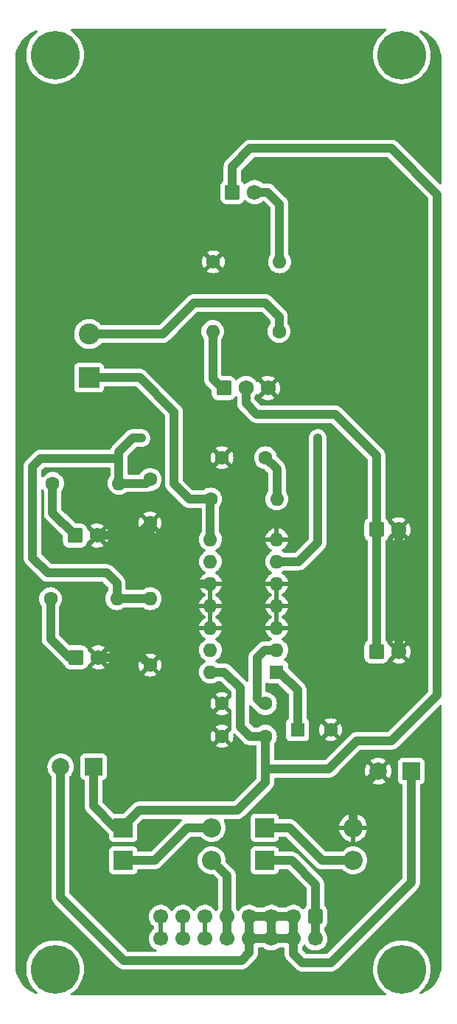
<source format=gbr>
%TF.GenerationSoftware,KiCad,Pcbnew,(6.0.7)*%
%TF.CreationDate,2023-02-21T16:01:16-05:00*%
%TF.ProjectId,HEADPHONE_AMP,48454144-5048-44f4-9e45-5f414d502e6b,rev?*%
%TF.SameCoordinates,Original*%
%TF.FileFunction,Copper,L2,Bot*%
%TF.FilePolarity,Positive*%
%FSLAX46Y46*%
G04 Gerber Fmt 4.6, Leading zero omitted, Abs format (unit mm)*
G04 Created by KiCad (PCBNEW (6.0.7)) date 2023-02-21 16:01:16*
%MOMM*%
%LPD*%
G01*
G04 APERTURE LIST*
G04 Aperture macros list*
%AMRoundRect*
0 Rectangle with rounded corners*
0 $1 Rounding radius*
0 $2 $3 $4 $5 $6 $7 $8 $9 X,Y pos of 4 corners*
0 Add a 4 corners polygon primitive as box body*
4,1,4,$2,$3,$4,$5,$6,$7,$8,$9,$2,$3,0*
0 Add four circle primitives for the rounded corners*
1,1,$1+$1,$2,$3*
1,1,$1+$1,$4,$5*
1,1,$1+$1,$6,$7*
1,1,$1+$1,$8,$9*
0 Add four rect primitives between the rounded corners*
20,1,$1+$1,$2,$3,$4,$5,0*
20,1,$1+$1,$4,$5,$6,$7,0*
20,1,$1+$1,$6,$7,$8,$9,0*
20,1,$1+$1,$8,$9,$2,$3,0*%
G04 Aperture macros list end*
%TA.AperFunction,ComponentPad*%
%ADD10C,5.600000*%
%TD*%
%TA.AperFunction,ComponentPad*%
%ADD11RoundRect,0.250000X-0.620000X-0.620000X0.620000X-0.620000X0.620000X0.620000X-0.620000X0.620000X0*%
%TD*%
%TA.AperFunction,ComponentPad*%
%ADD12C,1.740000*%
%TD*%
%TA.AperFunction,ComponentPad*%
%ADD13C,1.600000*%
%TD*%
%TA.AperFunction,ComponentPad*%
%ADD14O,1.600000X1.600000*%
%TD*%
%TA.AperFunction,ComponentPad*%
%ADD15R,2.000000X2.000000*%
%TD*%
%TA.AperFunction,ComponentPad*%
%ADD16C,2.000000*%
%TD*%
%TA.AperFunction,ComponentPad*%
%ADD17R,2.200000X2.200000*%
%TD*%
%TA.AperFunction,ComponentPad*%
%ADD18O,2.200000X2.200000*%
%TD*%
%TA.AperFunction,ComponentPad*%
%ADD19R,1.600000X1.600000*%
%TD*%
%TA.AperFunction,ComponentPad*%
%ADD20R,2.400000X2.400000*%
%TD*%
%TA.AperFunction,ComponentPad*%
%ADD21C,2.400000*%
%TD*%
%TA.AperFunction,ComponentPad*%
%ADD22RoundRect,0.250000X-0.600000X0.600000X-0.600000X-0.600000X0.600000X-0.600000X0.600000X0.600000X0*%
%TD*%
%TA.AperFunction,ComponentPad*%
%ADD23C,1.700000*%
%TD*%
%TA.AperFunction,ViaPad*%
%ADD24C,1.000000*%
%TD*%
%TA.AperFunction,Conductor*%
%ADD25C,1.000000*%
%TD*%
%TA.AperFunction,Conductor*%
%ADD26C,0.500000*%
%TD*%
G04 APERTURE END LIST*
D10*
%TO.P,H2,1*%
%TO.N,N/C*%
X144920000Y-43500000D03*
%TD*%
D11*
%TO.P,J2,1,Pin_1*%
%TO.N,Net-(J2-Pad1)*%
X107500000Y-112690000D03*
D12*
%TO.P,J2,2,Pin_2*%
%TO.N,Earth*%
X110040000Y-112690000D03*
%TD*%
D13*
%TO.P,R1,1*%
%TO.N,Net-(R1-Pad1)*%
X122940000Y-94500000D03*
D14*
%TO.P,R1,2*%
%TO.N,Net-(R1-Pad2)*%
X130560000Y-94500000D03*
%TD*%
D13*
%TO.P,C1,1*%
%TO.N,Earth*%
X116000000Y-97250000D03*
%TO.P,C1,2*%
%TO.N,Net-(R5-Pad2)*%
X116000000Y-92250000D03*
%TD*%
%TO.P,C4,1*%
%TO.N,+VDC*%
X129250000Y-121750000D03*
%TO.P,C4,2*%
%TO.N,Earth*%
X124250000Y-121750000D03*
%TD*%
D15*
%TO.P,C10,1*%
%TO.N,Net-(J3-Pad4)*%
X146000000Y-125750000D03*
D16*
%TO.P,C10,2*%
%TO.N,Earth*%
X142200000Y-125750000D03*
%TD*%
D11*
%TO.P,J6,1,Pin_1*%
%TO.N,Net-(R3-Pad2)*%
X142000000Y-98000000D03*
D12*
%TO.P,J6,2,Pin_2*%
%TO.N,Earth*%
X144540000Y-98000000D03*
%TD*%
D13*
%TO.P,R6,1*%
%TO.N,Net-(J2-Pad1)*%
X104560000Y-105940000D03*
D14*
%TO.P,R6,2*%
%TO.N,Net-(R5-Pad2)*%
X112180000Y-105940000D03*
%TD*%
D13*
%TO.P,C2,1*%
%TO.N,Net-(C2-Pad1)*%
X129250000Y-118000000D03*
%TO.P,C2,2*%
%TO.N,Earth*%
X124250000Y-118000000D03*
%TD*%
D17*
%TO.P,D1,1,K*%
%TO.N,+VDC*%
X112920000Y-132250000D03*
D18*
%TO.P,D1,2,A*%
%TO.N,Net-(D3-Pad1)*%
X123080000Y-132250000D03*
%TD*%
D13*
%TO.P,R4,1*%
%TO.N,Earth*%
X116000000Y-113560000D03*
D14*
%TO.P,R4,2*%
%TO.N,Net-(R5-Pad2)*%
X116000000Y-105940000D03*
%TD*%
D19*
%TO.P,U1,1,BYPASS*%
%TO.N,Net-(C5-Pad1)*%
X130550000Y-114375000D03*
D14*
%TO.P,U1,2,+*%
%TO.N,Net-(C2-Pad1)*%
X130550000Y-111835000D03*
%TO.P,U1,3,GND*%
%TO.N,Earth*%
X130550000Y-109295000D03*
%TO.P,U1,4,GND*%
X130550000Y-106755000D03*
%TO.P,U1,5,GND*%
X130550000Y-104215000D03*
%TO.P,U1,6,-*%
%TO.N,Net-(R5-Pad2)*%
X130550000Y-101675000D03*
%TO.P,U1,7,GND*%
%TO.N,Earth*%
X130550000Y-99135000D03*
%TO.P,U1,8*%
%TO.N,Net-(R1-Pad1)*%
X122930000Y-99135000D03*
%TO.P,U1,9,NC*%
%TO.N,unconnected-(U1-Pad9)*%
X122930000Y-101675000D03*
%TO.P,U1,10,GND*%
%TO.N,Earth*%
X122930000Y-104215000D03*
%TO.P,U1,11,GND*%
X122930000Y-106755000D03*
%TO.P,U1,12,GND*%
X122930000Y-109295000D03*
%TO.P,U1,13,NC*%
%TO.N,unconnected-(U1-Pad13)*%
X122930000Y-111835000D03*
%TO.P,U1,14,VS*%
%TO.N,+VDC*%
X122930000Y-114375000D03*
%TD*%
D11*
%TO.P,J4,1,Pin_1*%
%TO.N,Net-(R3-Pad2)*%
X142000000Y-112000000D03*
D12*
%TO.P,J4,2,Pin_2*%
%TO.N,Earth*%
X144540000Y-112000000D03*
%TD*%
D15*
%TO.P,C9,1*%
%TO.N,+VDC*%
X109517677Y-125250000D03*
D16*
%TO.P,C9,2*%
%TO.N,Net-(J3-Pad4)*%
X105717677Y-125250000D03*
%TD*%
D11*
%TO.P,R3,1,Pin_1*%
%TO.N,Net-(R2-Pad2)*%
X124460000Y-81750000D03*
D12*
%TO.P,R3,2,Pin_2*%
%TO.N,Net-(R3-Pad2)*%
X127000000Y-81750000D03*
%TO.P,R3,3,Pin_3*%
%TO.N,Earth*%
X129540000Y-81750000D03*
%TD*%
D17*
%TO.P,D4,1,K*%
%TO.N,-12V*%
X129170000Y-136000000D03*
D18*
%TO.P,D4,2,A*%
%TO.N,Net-(D4-Pad2)*%
X139330000Y-136000000D03*
%TD*%
D13*
%TO.P,R7,1*%
%TO.N,Earth*%
X123250000Y-67250000D03*
D14*
%TO.P,R7,2*%
%TO.N,Net-(J8-Pad2)*%
X130870000Y-67250000D03*
%TD*%
D17*
%TO.P,D3,1,K*%
%TO.N,Net-(D3-Pad1)*%
X112920000Y-136000000D03*
D18*
%TO.P,D3,2,A*%
%TO.N,+12V*%
X123080000Y-136000000D03*
%TD*%
D19*
%TO.P,C5,1*%
%TO.N,Net-(C5-Pad1)*%
X132947349Y-121000000D03*
D13*
%TO.P,C5,2*%
%TO.N,Earth*%
X136747349Y-121000000D03*
%TD*%
D11*
%TO.P,J8,1,Pin_1*%
%TO.N,+VDC*%
X125460000Y-59250000D03*
D12*
%TO.P,J8,2,Pin_2*%
%TO.N,Net-(J8-Pad2)*%
X128000000Y-59250000D03*
%TD*%
D20*
%TO.P,C6,1*%
%TO.N,Net-(R1-Pad1)*%
X109000000Y-80552651D03*
D21*
%TO.P,C6,2*%
%TO.N,Net-(R2-Pad1)*%
X109000000Y-75552651D03*
%TD*%
D13*
%TO.P,C3,1*%
%TO.N,Earth*%
X124250000Y-89750000D03*
%TO.P,C3,2*%
%TO.N,Net-(R1-Pad2)*%
X129250000Y-89750000D03*
%TD*%
D22*
%TO.P,J3,1,Pin_1*%
%TO.N,-12V*%
X135000000Y-142460000D03*
D23*
%TO.P,J3,2,Pin_2*%
X135000000Y-145000000D03*
%TO.P,J3,3,Pin_3*%
%TO.N,Net-(J3-Pad4)*%
X132460000Y-142460000D03*
%TO.P,J3,4,Pin_4*%
X132460000Y-145000000D03*
%TO.P,J3,5,Pin_5*%
X129920000Y-142460000D03*
%TO.P,J3,6,Pin_6*%
X129920000Y-145000000D03*
%TO.P,J3,7,Pin_7*%
X127380000Y-142460000D03*
%TO.P,J3,8,Pin_8*%
X127380000Y-145000000D03*
%TO.P,J3,9,Pin_9*%
%TO.N,+12V*%
X124840000Y-142460000D03*
%TO.P,J3,10,Pin_10*%
X124840000Y-145000000D03*
%TO.P,J3,11,Pin_11*%
%TO.N,+5V*%
X122300000Y-142460000D03*
%TO.P,J3,12,Pin_12*%
X122300000Y-145000000D03*
%TO.P,J3,13,Pin_13*%
%TO.N,CV*%
X119760000Y-142460000D03*
%TO.P,J3,14,Pin_14*%
X119760000Y-145000000D03*
%TO.P,J3,15,Pin_15*%
%TO.N,GATE*%
X117220000Y-142460000D03*
%TO.P,J3,16,Pin_16*%
X117220000Y-145000000D03*
%TD*%
D11*
%TO.P,J1,1,Pin_1*%
%TO.N,Net-(J1-Pad1)*%
X107370000Y-98690000D03*
D12*
%TO.P,J1,2,Pin_2*%
%TO.N,Earth*%
X109910000Y-98690000D03*
%TD*%
D13*
%TO.P,R2,1*%
%TO.N,Net-(R2-Pad1)*%
X130810000Y-75250000D03*
D14*
%TO.P,R2,2*%
%TO.N,Net-(R2-Pad2)*%
X123190000Y-75250000D03*
%TD*%
D10*
%TO.P,H4,1*%
%TO.N,N/C*%
X144920000Y-148500000D03*
%TD*%
%TO.P,H1,1*%
%TO.N,N/C*%
X105080000Y-43500000D03*
%TD*%
D13*
%TO.P,R5,1*%
%TO.N,Net-(J1-Pad1)*%
X104810000Y-92690000D03*
D14*
%TO.P,R5,2*%
%TO.N,Net-(R5-Pad2)*%
X112430000Y-92690000D03*
%TD*%
D17*
%TO.P,D2,1,K*%
%TO.N,Net-(D4-Pad2)*%
X129170000Y-132250000D03*
D18*
%TO.P,D2,2,A*%
%TO.N,Earth*%
X139330000Y-132250000D03*
%TD*%
D10*
%TO.P,H3,1*%
%TO.N,N/C*%
X105080000Y-148500000D03*
%TD*%
D24*
%TO.N,Net-(R5-Pad2)*%
X135250000Y-87500000D03*
X115000000Y-87500000D03*
%TD*%
D25*
%TO.N,Earth*%
X139330000Y-128620000D02*
X142200000Y-125750000D01*
X139330000Y-132250000D02*
X139330000Y-128620000D01*
X110040000Y-112690000D02*
X115130000Y-112690000D01*
X120715000Y-104215000D02*
X116000000Y-99500000D01*
X116000000Y-99500000D02*
X116000000Y-97250000D01*
X122930000Y-104215000D02*
X120715000Y-104215000D01*
X115130000Y-112690000D02*
X116000000Y-113560000D01*
X114560000Y-98690000D02*
X116000000Y-97250000D01*
X144540000Y-98000000D02*
X144540000Y-112000000D01*
X109910000Y-98690000D02*
X114560000Y-98690000D01*
%TO.N,Net-(R5-Pad2)*%
X112430000Y-92690000D02*
X115560000Y-92690000D01*
X111000000Y-103000000D02*
X112180000Y-104180000D01*
X103430000Y-89820000D02*
X102500000Y-90750000D01*
X112180000Y-104180000D02*
X112180000Y-105940000D01*
X104250000Y-103000000D02*
X111000000Y-103000000D01*
X112430000Y-89820000D02*
X112430000Y-89070000D01*
X133075000Y-101675000D02*
X135250000Y-99500000D01*
X116000000Y-105940000D02*
X112180000Y-105940000D01*
X130550000Y-101675000D02*
X133075000Y-101675000D01*
X102500000Y-101250000D02*
X104250000Y-103000000D01*
X112430000Y-89820000D02*
X103430000Y-89820000D01*
X135250000Y-99500000D02*
X135250000Y-87500000D01*
X112430000Y-89070000D02*
X114000000Y-87500000D01*
X112430000Y-92690000D02*
X112430000Y-89820000D01*
X115560000Y-92690000D02*
X116000000Y-92250000D01*
X114000000Y-87500000D02*
X115000000Y-87500000D01*
X102500000Y-90750000D02*
X102500000Y-101250000D01*
%TO.N,Net-(C2-Pad1)*%
X129250000Y-118000000D02*
X128795000Y-118000000D01*
X130550000Y-111835000D02*
X129165000Y-111835000D01*
X128270000Y-117475000D02*
X128270000Y-112730000D01*
X128270000Y-112730000D02*
X128437500Y-112562500D01*
X129165000Y-111835000D02*
X128437500Y-112562500D01*
X128795000Y-118000000D02*
X128270000Y-117475000D01*
%TO.N,Net-(R1-Pad2)*%
X130560000Y-94500000D02*
X130560000Y-91060000D01*
X130560000Y-91060000D02*
X129250000Y-89750000D01*
%TO.N,+VDC*%
X143750000Y-122250000D02*
X139750000Y-122250000D01*
X143750000Y-54250000D02*
X149000000Y-59500000D01*
X112920000Y-132080000D02*
X114750000Y-130250000D01*
X126365000Y-120650000D02*
X127465000Y-121750000D01*
X122930000Y-114375000D02*
X124535000Y-114375000D01*
X124535000Y-114375000D02*
X126365000Y-116205000D01*
X114750000Y-130250000D02*
X126000000Y-130250000D01*
X112920000Y-132250000D02*
X112920000Y-132080000D01*
X129250000Y-127000000D02*
X129250000Y-125500000D01*
X139750000Y-122250000D02*
X136500000Y-125500000D01*
X109517677Y-129767677D02*
X109517677Y-125250000D01*
X129250000Y-125500000D02*
X129250000Y-121750000D01*
X149000000Y-117000000D02*
X143750000Y-122250000D01*
X149000000Y-59500000D02*
X149000000Y-117000000D01*
X125460000Y-56290000D02*
X127500000Y-54250000D01*
X136500000Y-125500000D02*
X129250000Y-125500000D01*
X127500000Y-54250000D02*
X143750000Y-54250000D01*
X112920000Y-132250000D02*
X112000000Y-132250000D01*
X125460000Y-59250000D02*
X125460000Y-56290000D01*
X127465000Y-121750000D02*
X129250000Y-121750000D01*
X112000000Y-132250000D02*
X109517677Y-129767677D01*
X126000000Y-130250000D02*
X129250000Y-127000000D01*
X126365000Y-116205000D02*
X126365000Y-120650000D01*
%TO.N,Net-(J1-Pad1)*%
X104810000Y-92690000D02*
X104810000Y-96130000D01*
X104810000Y-96130000D02*
X107370000Y-98690000D01*
%TO.N,Net-(C5-Pad1)*%
X130875000Y-114375000D02*
X132947349Y-116447349D01*
X132947349Y-116447349D02*
X132947349Y-121000000D01*
X130550000Y-114375000D02*
X130875000Y-114375000D01*
%TO.N,Net-(J2-Pad1)*%
X106690000Y-112690000D02*
X104560000Y-110560000D01*
X107500000Y-112690000D02*
X106690000Y-112690000D01*
X104560000Y-110560000D02*
X104560000Y-105940000D01*
%TO.N,Net-(R2-Pad2)*%
X124460000Y-81750000D02*
X124250000Y-81750000D01*
X124250000Y-81750000D02*
X123190000Y-80690000D01*
X123190000Y-80690000D02*
X123190000Y-75250000D01*
%TO.N,Net-(D3-Pad1)*%
X120250000Y-132250000D02*
X123080000Y-132250000D01*
X116500000Y-136000000D02*
X120250000Y-132250000D01*
X112920000Y-136000000D02*
X116500000Y-136000000D01*
%TO.N,Net-(D4-Pad2)*%
X132000000Y-132250000D02*
X135750000Y-136000000D01*
X135750000Y-136000000D02*
X139330000Y-136000000D01*
X129170000Y-132250000D02*
X132000000Y-132250000D01*
%TO.N,Net-(J3-Pad4)*%
X127380000Y-142460000D02*
X129920000Y-142460000D01*
X146000000Y-125750000D02*
X146000000Y-138500000D01*
X146000000Y-138500000D02*
X136750000Y-147750000D01*
X126500000Y-147500000D02*
X113000000Y-147500000D01*
X132460000Y-146710000D02*
X132460000Y-145000000D01*
X129920000Y-142460000D02*
X132460000Y-142460000D01*
X127380000Y-145000000D02*
X127380000Y-146620000D01*
X136750000Y-147750000D02*
X133500000Y-147750000D01*
X127380000Y-145000000D02*
X129920000Y-145000000D01*
X105717677Y-140217677D02*
X105717677Y-125250000D01*
X113000000Y-147500000D02*
X105717677Y-140217677D01*
X127380000Y-146620000D02*
X126500000Y-147500000D01*
X133500000Y-147750000D02*
X132460000Y-146710000D01*
X129920000Y-142460000D02*
X129920000Y-145000000D01*
X127380000Y-142460000D02*
X127380000Y-145000000D01*
X132460000Y-142460000D02*
X132460000Y-145000000D01*
X129920000Y-145000000D02*
X132460000Y-145000000D01*
%TO.N,+12V*%
X124840000Y-145000000D02*
X124840000Y-142460000D01*
X124840000Y-142460000D02*
X124840000Y-137760000D01*
X124840000Y-137760000D02*
X123080000Y-136000000D01*
%TO.N,-12V*%
X135000000Y-138750000D02*
X135000000Y-142460000D01*
X129170000Y-136000000D02*
X132250000Y-136000000D01*
X135000000Y-145000000D02*
X135000000Y-142460000D01*
X132250000Y-136000000D02*
X135000000Y-138750000D01*
D26*
%TO.N,+5V*%
X122300000Y-145000000D02*
X122300000Y-142460000D01*
%TO.N,CV*%
X119760000Y-145000000D02*
X119760000Y-142460000D01*
%TO.N,GATE*%
X117220000Y-145000000D02*
X117220000Y-142460000D01*
D25*
%TO.N,Net-(R1-Pad1)*%
X120500000Y-94500000D02*
X118750000Y-92750000D01*
X122940000Y-94500000D02*
X120500000Y-94500000D01*
X118750000Y-84500000D02*
X114802651Y-80552651D01*
X122930000Y-94510000D02*
X122940000Y-94500000D01*
X118750000Y-92750000D02*
X118750000Y-84500000D01*
X122930000Y-99135000D02*
X122930000Y-94510000D01*
X114802651Y-80552651D02*
X109000000Y-80552651D01*
%TO.N,Net-(R3-Pad2)*%
X128250000Y-84750000D02*
X127000000Y-83500000D01*
X142000000Y-98000000D02*
X142000000Y-89500000D01*
X142000000Y-98000000D02*
X142000000Y-112000000D01*
X137250000Y-84750000D02*
X128250000Y-84750000D01*
X142000000Y-89500000D02*
X137250000Y-84750000D01*
X127000000Y-83500000D02*
X127000000Y-81750000D01*
%TO.N,Net-(R2-Pad1)*%
X129250000Y-72000000D02*
X130810000Y-73560000D01*
X109000000Y-75552651D02*
X117447349Y-75552651D01*
X121000000Y-72000000D02*
X129250000Y-72000000D01*
X130810000Y-73560000D02*
X130810000Y-75250000D01*
X117447349Y-75552651D02*
X121000000Y-72000000D01*
%TO.N,Net-(J8-Pad2)*%
X129500000Y-59250000D02*
X130870000Y-60620000D01*
X130870000Y-60620000D02*
X130870000Y-67250000D01*
X128000000Y-59250000D02*
X129500000Y-59250000D01*
%TD*%
%TA.AperFunction,Conductor*%
%TO.N,Earth*%
G36*
X143088127Y-40528502D02*
G01*
X143134620Y-40582158D01*
X143144724Y-40652432D01*
X143115230Y-40717012D01*
X143084715Y-40742614D01*
X143067193Y-40753101D01*
X143064467Y-40755163D01*
X143064465Y-40755164D01*
X142845493Y-40920772D01*
X142781367Y-40969270D01*
X142520559Y-41215043D01*
X142287819Y-41487546D01*
X142285900Y-41490358D01*
X142285897Y-41490363D01*
X142260919Y-41526980D01*
X142085871Y-41783591D01*
X141917077Y-42099714D01*
X141783411Y-42432218D01*
X141782491Y-42435492D01*
X141782489Y-42435497D01*
X141716661Y-42669689D01*
X141686437Y-42777213D01*
X141627290Y-43130663D01*
X141606661Y-43488434D01*
X141624792Y-43846340D01*
X141625329Y-43849695D01*
X141625330Y-43849701D01*
X141647901Y-43990618D01*
X141681470Y-44200195D01*
X141776033Y-44545859D01*
X141907374Y-44879288D01*
X142073957Y-45196582D01*
X142075858Y-45199411D01*
X142075864Y-45199421D01*
X142259569Y-45472800D01*
X142273834Y-45494029D01*
X142504665Y-45768150D01*
X142763751Y-46015738D01*
X143048061Y-46233897D01*
X143080056Y-46253350D01*
X143351355Y-46418303D01*
X143351360Y-46418306D01*
X143354270Y-46420075D01*
X143357358Y-46421521D01*
X143357357Y-46421521D01*
X143675710Y-46570649D01*
X143675720Y-46570653D01*
X143678794Y-46572093D01*
X143682012Y-46573195D01*
X143682015Y-46573196D01*
X144014615Y-46687071D01*
X144014623Y-46687073D01*
X144017838Y-46688174D01*
X144367435Y-46766959D01*
X144419728Y-46772917D01*
X144720114Y-46807142D01*
X144720122Y-46807142D01*
X144723497Y-46807527D01*
X144726901Y-46807545D01*
X144726904Y-46807545D01*
X144921227Y-46808562D01*
X145081857Y-46809403D01*
X145085243Y-46809053D01*
X145085245Y-46809053D01*
X145434932Y-46772917D01*
X145434941Y-46772916D01*
X145438324Y-46772566D01*
X145441657Y-46771852D01*
X145441660Y-46771851D01*
X145614186Y-46734864D01*
X145788727Y-46697446D01*
X146128968Y-46584922D01*
X146455066Y-46436311D01*
X146549052Y-46380506D01*
X146760262Y-46255099D01*
X146760267Y-46255096D01*
X146763207Y-46253350D01*
X147049786Y-46038180D01*
X147311451Y-45793319D01*
X147545140Y-45521630D01*
X147651750Y-45366512D01*
X147746190Y-45229101D01*
X147746195Y-45229094D01*
X147748120Y-45226292D01*
X147749732Y-45223298D01*
X147749737Y-45223290D01*
X147916395Y-44913772D01*
X147918017Y-44910760D01*
X148052842Y-44578724D01*
X148063142Y-44542568D01*
X148083527Y-44471006D01*
X148151020Y-44234070D01*
X148188885Y-44012552D01*
X148210829Y-43884175D01*
X148210829Y-43884173D01*
X148211401Y-43880828D01*
X148213511Y-43846340D01*
X148233168Y-43524928D01*
X148233278Y-43523131D01*
X148233359Y-43500000D01*
X148213979Y-43142159D01*
X148156066Y-42788505D01*
X148060297Y-42443173D01*
X148057243Y-42435497D01*
X147929052Y-42113369D01*
X147927793Y-42110205D01*
X147897768Y-42053498D01*
X147761702Y-41796513D01*
X147761698Y-41796506D01*
X147760103Y-41793494D01*
X147559190Y-41496746D01*
X147327403Y-41223432D01*
X147067454Y-40976750D01*
X146975276Y-40906529D01*
X146933209Y-40849337D01*
X146928740Y-40778481D01*
X146963288Y-40716457D01*
X147025884Y-40682958D01*
X147094079Y-40687665D01*
X147330311Y-40772191D01*
X147341735Y-40776922D01*
X147409500Y-40808972D01*
X147640292Y-40918128D01*
X147651188Y-40923953D01*
X147743181Y-40979091D01*
X147934467Y-41093744D01*
X147944748Y-41100614D01*
X148210017Y-41297350D01*
X148219556Y-41305177D01*
X148464282Y-41526985D01*
X148473015Y-41535718D01*
X148694823Y-41780444D01*
X148702650Y-41789983D01*
X148846901Y-41984483D01*
X148899386Y-42055252D01*
X148906256Y-42065533D01*
X149076045Y-42348807D01*
X149081872Y-42359708D01*
X149121348Y-42443173D01*
X149223078Y-42658265D01*
X149227810Y-42669689D01*
X149339072Y-42980645D01*
X149342661Y-42992477D01*
X149422909Y-43312841D01*
X149425321Y-43324969D01*
X149473779Y-43651650D01*
X149474990Y-43663949D01*
X149484117Y-43849701D01*
X149489390Y-43957034D01*
X149488042Y-43982598D01*
X149486309Y-43993724D01*
X149487474Y-44002630D01*
X149490436Y-44025283D01*
X149491500Y-44041621D01*
X149491500Y-58261075D01*
X149471498Y-58329196D01*
X149417842Y-58375689D01*
X149347568Y-58385793D01*
X149282988Y-58356299D01*
X149276405Y-58350170D01*
X144506855Y-53580621D01*
X144497753Y-53570478D01*
X144477897Y-53545782D01*
X144474032Y-53540975D01*
X144435578Y-53508708D01*
X144431931Y-53505528D01*
X144430119Y-53503885D01*
X144427925Y-53501691D01*
X144394651Y-53474358D01*
X144393853Y-53473696D01*
X144322526Y-53413846D01*
X144317856Y-53411278D01*
X144313739Y-53407897D01*
X144231914Y-53364023D01*
X144230755Y-53363394D01*
X144154619Y-53321538D01*
X144154611Y-53321535D01*
X144149213Y-53318567D01*
X144144131Y-53316955D01*
X144139437Y-53314438D01*
X144050469Y-53287238D01*
X144049441Y-53286918D01*
X143960694Y-53258765D01*
X143955398Y-53258171D01*
X143950302Y-53256613D01*
X143857743Y-53247210D01*
X143856607Y-53247089D01*
X143822992Y-53243319D01*
X143810270Y-53241892D01*
X143810266Y-53241892D01*
X143806773Y-53241500D01*
X143803246Y-53241500D01*
X143802261Y-53241445D01*
X143796581Y-53240998D01*
X143767175Y-53238011D01*
X143759663Y-53237248D01*
X143759661Y-53237248D01*
X143753538Y-53236626D01*
X143711259Y-53240623D01*
X143707891Y-53240941D01*
X143696033Y-53241500D01*
X127561850Y-53241500D01*
X127548242Y-53240763D01*
X127547662Y-53240700D01*
X127510612Y-53236675D01*
X127460570Y-53241053D01*
X127455788Y-53241379D01*
X127453310Y-53241500D01*
X127450231Y-53241500D01*
X127447177Y-53241799D01*
X127447166Y-53241800D01*
X127407529Y-53245687D01*
X127406215Y-53245809D01*
X127370688Y-53248917D01*
X127313587Y-53253913D01*
X127308468Y-53255400D01*
X127303167Y-53255920D01*
X127214166Y-53282791D01*
X127213033Y-53283126D01*
X127129586Y-53307370D01*
X127129582Y-53307372D01*
X127123664Y-53309091D01*
X127118932Y-53311544D01*
X127113831Y-53313084D01*
X127108388Y-53315978D01*
X127031740Y-53356731D01*
X127030574Y-53357343D01*
X126953547Y-53397271D01*
X126948074Y-53400108D01*
X126943911Y-53403431D01*
X126939204Y-53405934D01*
X126934429Y-53409828D01*
X126934428Y-53409829D01*
X126867102Y-53464739D01*
X126866075Y-53465567D01*
X126829792Y-53494531D01*
X126829787Y-53494536D01*
X126827028Y-53496738D01*
X126824527Y-53499239D01*
X126823809Y-53499881D01*
X126819461Y-53503594D01*
X126785938Y-53530935D01*
X126782015Y-53535677D01*
X126782013Y-53535679D01*
X126756703Y-53566273D01*
X126748713Y-53575053D01*
X124790621Y-55533145D01*
X124780478Y-55542247D01*
X124750975Y-55565968D01*
X124747008Y-55570696D01*
X124718709Y-55604421D01*
X124715528Y-55608069D01*
X124713885Y-55609881D01*
X124711691Y-55612075D01*
X124684358Y-55645349D01*
X124683696Y-55646147D01*
X124623846Y-55717474D01*
X124621278Y-55722144D01*
X124617897Y-55726261D01*
X124586860Y-55784145D01*
X124574023Y-55808086D01*
X124573394Y-55809245D01*
X124531538Y-55885381D01*
X124531535Y-55885389D01*
X124528567Y-55890787D01*
X124526955Y-55895869D01*
X124524438Y-55900563D01*
X124497238Y-55989531D01*
X124496918Y-55990559D01*
X124468765Y-56079306D01*
X124468171Y-56084602D01*
X124466613Y-56089698D01*
X124465990Y-56095834D01*
X124457218Y-56182187D01*
X124457089Y-56183393D01*
X124451500Y-56233227D01*
X124451500Y-56236754D01*
X124451445Y-56237739D01*
X124450998Y-56243419D01*
X124446626Y-56286462D01*
X124447206Y-56292593D01*
X124450941Y-56332109D01*
X124451500Y-56343967D01*
X124451500Y-57908194D01*
X124431498Y-57976315D01*
X124391805Y-58015337D01*
X124371877Y-58027669D01*
X124371872Y-58027673D01*
X124365652Y-58031522D01*
X124240695Y-58156697D01*
X124236855Y-58162927D01*
X124236854Y-58162928D01*
X124178177Y-58258120D01*
X124147885Y-58307262D01*
X124092203Y-58475139D01*
X124091503Y-58481975D01*
X124091502Y-58481978D01*
X124089103Y-58505392D01*
X124081500Y-58579600D01*
X124081500Y-59920400D01*
X124081837Y-59923646D01*
X124081837Y-59923650D01*
X124088421Y-59987102D01*
X124092474Y-60026166D01*
X124094655Y-60032702D01*
X124094655Y-60032704D01*
X124127078Y-60129886D01*
X124148450Y-60193946D01*
X124241522Y-60344348D01*
X124366697Y-60469305D01*
X124372927Y-60473145D01*
X124372928Y-60473146D01*
X124510090Y-60557694D01*
X124517262Y-60562115D01*
X124558485Y-60575788D01*
X124678611Y-60615632D01*
X124678613Y-60615632D01*
X124685139Y-60617797D01*
X124691975Y-60618497D01*
X124691978Y-60618498D01*
X124735031Y-60622909D01*
X124789600Y-60628500D01*
X126130400Y-60628500D01*
X126133646Y-60628163D01*
X126133650Y-60628163D01*
X126229308Y-60618238D01*
X126229312Y-60618237D01*
X126236166Y-60617526D01*
X126242702Y-60615345D01*
X126242704Y-60615345D01*
X126387113Y-60567166D01*
X126403946Y-60561550D01*
X126554348Y-60468478D01*
X126679305Y-60343303D01*
X126685294Y-60333588D01*
X126772115Y-60192738D01*
X126774164Y-60194001D01*
X126813487Y-60149344D01*
X126881765Y-60129886D01*
X126949724Y-60150430D01*
X126975997Y-60173384D01*
X127032209Y-60238276D01*
X127036184Y-60241576D01*
X127036187Y-60241579D01*
X127045832Y-60249586D01*
X127206615Y-60383071D01*
X127211082Y-60385681D01*
X127397867Y-60494829D01*
X127397870Y-60494831D01*
X127402329Y-60497436D01*
X127614093Y-60578301D01*
X127619161Y-60579332D01*
X127619164Y-60579333D01*
X127728172Y-60601511D01*
X127836221Y-60623494D01*
X127841394Y-60623684D01*
X127841397Y-60623684D01*
X128057583Y-60631611D01*
X128057587Y-60631611D01*
X128062747Y-60631800D01*
X128067867Y-60631144D01*
X128067869Y-60631144D01*
X128138607Y-60622082D01*
X128287588Y-60602997D01*
X128292537Y-60601512D01*
X128292543Y-60601511D01*
X128499756Y-60539344D01*
X128499755Y-60539344D01*
X128504706Y-60537859D01*
X128708270Y-60438134D01*
X128712475Y-60435134D01*
X128712481Y-60435131D01*
X128888609Y-60309500D01*
X128888611Y-60309498D01*
X128892813Y-60306501D01*
X128903949Y-60295404D01*
X128904103Y-60295251D01*
X128966474Y-60261333D01*
X128993044Y-60258500D01*
X129030074Y-60258500D01*
X129098195Y-60278502D01*
X129119169Y-60295404D01*
X129824595Y-61000829D01*
X129858620Y-61063142D01*
X129861500Y-61089925D01*
X129861500Y-66369260D01*
X129838713Y-66441531D01*
X129732477Y-66593251D01*
X129730154Y-66598233D01*
X129730151Y-66598238D01*
X129730034Y-66598489D01*
X129635716Y-66800757D01*
X129634294Y-66806065D01*
X129634293Y-66806067D01*
X129613019Y-66885461D01*
X129576457Y-67021913D01*
X129556502Y-67250000D01*
X129576457Y-67478087D01*
X129577881Y-67483400D01*
X129577881Y-67483402D01*
X129615025Y-67622022D01*
X129635716Y-67699243D01*
X129638039Y-67704224D01*
X129638039Y-67704225D01*
X129730151Y-67901762D01*
X129730154Y-67901767D01*
X129732477Y-67906749D01*
X129863802Y-68094300D01*
X130025700Y-68256198D01*
X130030208Y-68259355D01*
X130030211Y-68259357D01*
X130108389Y-68314098D01*
X130213251Y-68387523D01*
X130218233Y-68389846D01*
X130218238Y-68389849D01*
X130414765Y-68481490D01*
X130420757Y-68484284D01*
X130426065Y-68485706D01*
X130426067Y-68485707D01*
X130636598Y-68542119D01*
X130636600Y-68542119D01*
X130641913Y-68543543D01*
X130870000Y-68563498D01*
X131098087Y-68543543D01*
X131103400Y-68542119D01*
X131103402Y-68542119D01*
X131313933Y-68485707D01*
X131313935Y-68485706D01*
X131319243Y-68484284D01*
X131325235Y-68481490D01*
X131521762Y-68389849D01*
X131521767Y-68389846D01*
X131526749Y-68387523D01*
X131631611Y-68314098D01*
X131709789Y-68259357D01*
X131709792Y-68259355D01*
X131714300Y-68256198D01*
X131876198Y-68094300D01*
X132007523Y-67906749D01*
X132009846Y-67901767D01*
X132009849Y-67901762D01*
X132101961Y-67704225D01*
X132101961Y-67704224D01*
X132104284Y-67699243D01*
X132124976Y-67622022D01*
X132162119Y-67483402D01*
X132162119Y-67483400D01*
X132163543Y-67478087D01*
X132183498Y-67250000D01*
X132163543Y-67021913D01*
X132126981Y-66885461D01*
X132105707Y-66806067D01*
X132105706Y-66806065D01*
X132104284Y-66800757D01*
X132009966Y-66598489D01*
X132009849Y-66598238D01*
X132009846Y-66598233D01*
X132007523Y-66593251D01*
X131901287Y-66441531D01*
X131878500Y-66369260D01*
X131878500Y-60681850D01*
X131879237Y-60668242D01*
X131882659Y-60636739D01*
X131883325Y-60630612D01*
X131878947Y-60580570D01*
X131878621Y-60575788D01*
X131878500Y-60573310D01*
X131878500Y-60570231D01*
X131878201Y-60567177D01*
X131878200Y-60567166D01*
X131874313Y-60527529D01*
X131874191Y-60526215D01*
X131869212Y-60469305D01*
X131866087Y-60433587D01*
X131864600Y-60428468D01*
X131864080Y-60423167D01*
X131837209Y-60334166D01*
X131836874Y-60333033D01*
X131812630Y-60249586D01*
X131812628Y-60249582D01*
X131810909Y-60243664D01*
X131808456Y-60238932D01*
X131806916Y-60233831D01*
X131785739Y-60194001D01*
X131763269Y-60151740D01*
X131762657Y-60150574D01*
X131722729Y-60073547D01*
X131719892Y-60068074D01*
X131716569Y-60063911D01*
X131714066Y-60059204D01*
X131686057Y-60024861D01*
X131655261Y-59987102D01*
X131654433Y-59986075D01*
X131625469Y-59949792D01*
X131625464Y-59949787D01*
X131623262Y-59947028D01*
X131620761Y-59944527D01*
X131620119Y-59943809D01*
X131616406Y-59939461D01*
X131608642Y-59929941D01*
X131589065Y-59905938D01*
X131584323Y-59902015D01*
X131584321Y-59902013D01*
X131553727Y-59876703D01*
X131544947Y-59868713D01*
X130256855Y-58580621D01*
X130247753Y-58570478D01*
X130227897Y-58545782D01*
X130224032Y-58540975D01*
X130185578Y-58508708D01*
X130181931Y-58505528D01*
X130180119Y-58503885D01*
X130177925Y-58501691D01*
X130144651Y-58474358D01*
X130143853Y-58473696D01*
X130072526Y-58413846D01*
X130067856Y-58411278D01*
X130063739Y-58407897D01*
X130003671Y-58375689D01*
X129981914Y-58364023D01*
X129980755Y-58363394D01*
X129904619Y-58321538D01*
X129904611Y-58321535D01*
X129899213Y-58318567D01*
X129894131Y-58316955D01*
X129889437Y-58314438D01*
X129800469Y-58287238D01*
X129799441Y-58286918D01*
X129710694Y-58258765D01*
X129705398Y-58258171D01*
X129700302Y-58256613D01*
X129607743Y-58247210D01*
X129606607Y-58247089D01*
X129572992Y-58243319D01*
X129560270Y-58241892D01*
X129560266Y-58241892D01*
X129556773Y-58241500D01*
X129553246Y-58241500D01*
X129552261Y-58241445D01*
X129546581Y-58240998D01*
X129517175Y-58238011D01*
X129509663Y-58237248D01*
X129509661Y-58237248D01*
X129503538Y-58236626D01*
X129461259Y-58240623D01*
X129457891Y-58240941D01*
X129446033Y-58241500D01*
X128991069Y-58241500D01*
X128922948Y-58221498D01*
X128912977Y-58214382D01*
X128769519Y-58101085D01*
X128769515Y-58101083D01*
X128765464Y-58097883D01*
X128567015Y-57988334D01*
X128562146Y-57986610D01*
X128562142Y-57986608D01*
X128358214Y-57914393D01*
X128358210Y-57914392D01*
X128353339Y-57912667D01*
X128348246Y-57911760D01*
X128348243Y-57911759D01*
X128275832Y-57898861D01*
X128130173Y-57872915D01*
X128044179Y-57871864D01*
X127908681Y-57870208D01*
X127908679Y-57870208D01*
X127903511Y-57870145D01*
X127679441Y-57904433D01*
X127463979Y-57974857D01*
X127459391Y-57977245D01*
X127459387Y-57977247D01*
X127345177Y-58036701D01*
X127262913Y-58079525D01*
X127258780Y-58082628D01*
X127258777Y-58082630D01*
X127085776Y-58212523D01*
X127081641Y-58215628D01*
X127078069Y-58219366D01*
X126971634Y-58330743D01*
X126910109Y-58366173D01*
X126839197Y-58362716D01*
X126781411Y-58321470D01*
X126771821Y-58305887D01*
X126771550Y-58306054D01*
X126682332Y-58161880D01*
X126678478Y-58155652D01*
X126553303Y-58030695D01*
X126528383Y-58015334D01*
X126480891Y-57962562D01*
X126468500Y-57908075D01*
X126468500Y-56759925D01*
X126488502Y-56691804D01*
X126505405Y-56670830D01*
X127880829Y-55295405D01*
X127943141Y-55261380D01*
X127969924Y-55258500D01*
X143280075Y-55258500D01*
X143348196Y-55278502D01*
X143369170Y-55295405D01*
X147954595Y-59880829D01*
X147988621Y-59943141D01*
X147991500Y-59969924D01*
X147991500Y-116530075D01*
X147971498Y-116598196D01*
X147954595Y-116619170D01*
X143369171Y-121204595D01*
X143306859Y-121238621D01*
X143280076Y-121241500D01*
X139811842Y-121241500D01*
X139798235Y-121240763D01*
X139766737Y-121237341D01*
X139766732Y-121237341D01*
X139760611Y-121236676D01*
X139742611Y-121238251D01*
X139710609Y-121241050D01*
X139705784Y-121241379D01*
X139703313Y-121241500D01*
X139700231Y-121241500D01*
X139677763Y-121243703D01*
X139657489Y-121245691D01*
X139656174Y-121245813D01*
X139623913Y-121248636D01*
X139563587Y-121253913D01*
X139558468Y-121255400D01*
X139553167Y-121255920D01*
X139464166Y-121282791D01*
X139463033Y-121283126D01*
X139379586Y-121307370D01*
X139379582Y-121307372D01*
X139373664Y-121309091D01*
X139368932Y-121311544D01*
X139363831Y-121313084D01*
X139358388Y-121315978D01*
X139281740Y-121356731D01*
X139280574Y-121357343D01*
X139226078Y-121385592D01*
X139198074Y-121400108D01*
X139193911Y-121403431D01*
X139189204Y-121405934D01*
X139117082Y-121464755D01*
X139116226Y-121465446D01*
X139077027Y-121496738D01*
X139074523Y-121499242D01*
X139073805Y-121499884D01*
X139069472Y-121503585D01*
X139035938Y-121530935D01*
X139032011Y-121535682D01*
X139032009Y-121535684D01*
X139006713Y-121566262D01*
X138998723Y-121575042D01*
X136119171Y-124454595D01*
X136056859Y-124488621D01*
X136030076Y-124491500D01*
X130384500Y-124491500D01*
X130316379Y-124471498D01*
X130269886Y-124417842D01*
X130258500Y-124365500D01*
X130258500Y-122630740D01*
X130281287Y-122558469D01*
X130328326Y-122491291D01*
X130387523Y-122406749D01*
X130389846Y-122401767D01*
X130389849Y-122401762D01*
X130481961Y-122204225D01*
X130481961Y-122204224D01*
X130484284Y-122199243D01*
X130493926Y-122163261D01*
X130542119Y-121983402D01*
X130542119Y-121983400D01*
X130543543Y-121978087D01*
X130563498Y-121750000D01*
X130543543Y-121521913D01*
X130530545Y-121473403D01*
X130485707Y-121306067D01*
X130485706Y-121306065D01*
X130484284Y-121300757D01*
X130463616Y-121256433D01*
X130389849Y-121098238D01*
X130389846Y-121098233D01*
X130387523Y-121093251D01*
X130256198Y-120905700D01*
X130094300Y-120743802D01*
X130089792Y-120740645D01*
X130089789Y-120740643D01*
X129963920Y-120652509D01*
X129906749Y-120612477D01*
X129901767Y-120610154D01*
X129901762Y-120610151D01*
X129704225Y-120518039D01*
X129704224Y-120518039D01*
X129699243Y-120515716D01*
X129693935Y-120514294D01*
X129693933Y-120514293D01*
X129483402Y-120457881D01*
X129483400Y-120457881D01*
X129478087Y-120456457D01*
X129250000Y-120436502D01*
X129021913Y-120456457D01*
X129016600Y-120457881D01*
X129016598Y-120457881D01*
X128806067Y-120514293D01*
X128806065Y-120514294D01*
X128800757Y-120515716D01*
X128795776Y-120518039D01*
X128795775Y-120518039D01*
X128598238Y-120610151D01*
X128598233Y-120610154D01*
X128593251Y-120612477D01*
X128483411Y-120689388D01*
X128441531Y-120718713D01*
X128369260Y-120741500D01*
X127934926Y-120741500D01*
X127866805Y-120721498D01*
X127845831Y-120704596D01*
X127410405Y-120269171D01*
X127376380Y-120206858D01*
X127373500Y-120180075D01*
X127373500Y-118310039D01*
X127393502Y-118241918D01*
X127447158Y-118195425D01*
X127517432Y-118185321D01*
X127579811Y-118212951D01*
X127586252Y-118218279D01*
X127595036Y-118226271D01*
X128038149Y-118669383D01*
X128047251Y-118679527D01*
X128070968Y-118709025D01*
X128109421Y-118741291D01*
X128113069Y-118744472D01*
X128114881Y-118746115D01*
X128117075Y-118748309D01*
X128150349Y-118775642D01*
X128151147Y-118776304D01*
X128222474Y-118836154D01*
X128227144Y-118838722D01*
X128231261Y-118842103D01*
X128236687Y-118845012D01*
X128236691Y-118845015D01*
X128237172Y-118845273D01*
X128238044Y-118845921D01*
X128241805Y-118848438D01*
X128241682Y-118848622D01*
X128266723Y-118867221D01*
X128405700Y-119006198D01*
X128410208Y-119009355D01*
X128410211Y-119009357D01*
X128488389Y-119064098D01*
X128593251Y-119137523D01*
X128598233Y-119139846D01*
X128598238Y-119139849D01*
X128794765Y-119231490D01*
X128800757Y-119234284D01*
X128806065Y-119235706D01*
X128806067Y-119235707D01*
X129016598Y-119292119D01*
X129016600Y-119292119D01*
X129021913Y-119293543D01*
X129250000Y-119313498D01*
X129478087Y-119293543D01*
X129483400Y-119292119D01*
X129483402Y-119292119D01*
X129693933Y-119235707D01*
X129693935Y-119235706D01*
X129699243Y-119234284D01*
X129705235Y-119231490D01*
X129901762Y-119139849D01*
X129901767Y-119139846D01*
X129906749Y-119137523D01*
X130011611Y-119064098D01*
X130089789Y-119009357D01*
X130089792Y-119009355D01*
X130094300Y-119006198D01*
X130256198Y-118844300D01*
X130260412Y-118838283D01*
X130326003Y-118744608D01*
X130387523Y-118656749D01*
X130389846Y-118651767D01*
X130389849Y-118651762D01*
X130481961Y-118454225D01*
X130481961Y-118454224D01*
X130484284Y-118449243D01*
X130504976Y-118372022D01*
X130542119Y-118233402D01*
X130542119Y-118233400D01*
X130543543Y-118228087D01*
X130563498Y-118000000D01*
X130543543Y-117771913D01*
X130506981Y-117635461D01*
X130485707Y-117556067D01*
X130485706Y-117556065D01*
X130484284Y-117550757D01*
X130389966Y-117348489D01*
X130389849Y-117348238D01*
X130389846Y-117348233D01*
X130387523Y-117343251D01*
X130314098Y-117238389D01*
X130259357Y-117160211D01*
X130259355Y-117160208D01*
X130256198Y-117155700D01*
X130094300Y-116993802D01*
X130089792Y-116990645D01*
X130089789Y-116990643D01*
X129997059Y-116925713D01*
X129906749Y-116862477D01*
X129901767Y-116860154D01*
X129901762Y-116860151D01*
X129704225Y-116768039D01*
X129704224Y-116768039D01*
X129699243Y-116765716D01*
X129693935Y-116764294D01*
X129693933Y-116764293D01*
X129483402Y-116707881D01*
X129483400Y-116707881D01*
X129478087Y-116706457D01*
X129393518Y-116699058D01*
X129327400Y-116673194D01*
X129285760Y-116615691D01*
X129278500Y-116573537D01*
X129278500Y-115709031D01*
X129298502Y-115640910D01*
X129352158Y-115594417D01*
X129422432Y-115584313D01*
X129480065Y-115608205D01*
X129503295Y-115625615D01*
X129639684Y-115676745D01*
X129701866Y-115683500D01*
X130705075Y-115683500D01*
X130773196Y-115703502D01*
X130794170Y-115720405D01*
X131901944Y-116828178D01*
X131935969Y-116890490D01*
X131938849Y-116917273D01*
X131938849Y-119657725D01*
X131918847Y-119725846D01*
X131888414Y-119758551D01*
X131784088Y-119836739D01*
X131696734Y-119953295D01*
X131645604Y-120089684D01*
X131638849Y-120151866D01*
X131638849Y-121848134D01*
X131645604Y-121910316D01*
X131696734Y-122046705D01*
X131784088Y-122163261D01*
X131900644Y-122250615D01*
X132037033Y-122301745D01*
X132099215Y-122308500D01*
X133795483Y-122308500D01*
X133857665Y-122301745D01*
X133994054Y-122250615D01*
X134110610Y-122163261D01*
X134168468Y-122086062D01*
X136025842Y-122086062D01*
X136035138Y-122098077D01*
X136086343Y-122133931D01*
X136095838Y-122139414D01*
X136293296Y-122231490D01*
X136303588Y-122235236D01*
X136514037Y-122291625D01*
X136524830Y-122293528D01*
X136741874Y-122312517D01*
X136752824Y-122312517D01*
X136969868Y-122293528D01*
X136980661Y-122291625D01*
X137191110Y-122235236D01*
X137201402Y-122231490D01*
X137398860Y-122139414D01*
X137408355Y-122133931D01*
X137460397Y-122097491D01*
X137468773Y-122087012D01*
X137461705Y-122073566D01*
X136760161Y-121372022D01*
X136746217Y-121364408D01*
X136744384Y-121364539D01*
X136737769Y-121368790D01*
X136032272Y-122074287D01*
X136025842Y-122086062D01*
X134168468Y-122086062D01*
X134197964Y-122046705D01*
X134249094Y-121910316D01*
X134255849Y-121848134D01*
X134255849Y-121005475D01*
X135434832Y-121005475D01*
X135453821Y-121222519D01*
X135455724Y-121233312D01*
X135512113Y-121443761D01*
X135515859Y-121454053D01*
X135607935Y-121651511D01*
X135613418Y-121661006D01*
X135649858Y-121713048D01*
X135660337Y-121721424D01*
X135673783Y-121714356D01*
X136375327Y-121012812D01*
X136381705Y-121001132D01*
X137111757Y-121001132D01*
X137111888Y-121002965D01*
X137116139Y-121009580D01*
X137821636Y-121715077D01*
X137833411Y-121721507D01*
X137845426Y-121712211D01*
X137881280Y-121661006D01*
X137886763Y-121651511D01*
X137978839Y-121454053D01*
X137982585Y-121443761D01*
X138038974Y-121233312D01*
X138040877Y-121222519D01*
X138059866Y-121005475D01*
X138059866Y-120994525D01*
X138040877Y-120777481D01*
X138038974Y-120766688D01*
X137982585Y-120556239D01*
X137978839Y-120545947D01*
X137886763Y-120348489D01*
X137881280Y-120338994D01*
X137844840Y-120286952D01*
X137834361Y-120278576D01*
X137820915Y-120285644D01*
X137119371Y-120987188D01*
X137111757Y-121001132D01*
X136381705Y-121001132D01*
X136382941Y-120998868D01*
X136382810Y-120997035D01*
X136378559Y-120990420D01*
X135673062Y-120284923D01*
X135661287Y-120278493D01*
X135649272Y-120287789D01*
X135613418Y-120338994D01*
X135607935Y-120348489D01*
X135515859Y-120545947D01*
X135512113Y-120556239D01*
X135455724Y-120766688D01*
X135453821Y-120777481D01*
X135434832Y-120994525D01*
X135434832Y-121005475D01*
X134255849Y-121005475D01*
X134255849Y-120151866D01*
X134249094Y-120089684D01*
X134197964Y-119953295D01*
X134167756Y-119912988D01*
X136025925Y-119912988D01*
X136032993Y-119926434D01*
X136734537Y-120627978D01*
X136748481Y-120635592D01*
X136750314Y-120635461D01*
X136756929Y-120631210D01*
X137462426Y-119925713D01*
X137468856Y-119913938D01*
X137459560Y-119901923D01*
X137408355Y-119866069D01*
X137398860Y-119860586D01*
X137201402Y-119768510D01*
X137191110Y-119764764D01*
X136980661Y-119708375D01*
X136969868Y-119706472D01*
X136752824Y-119687483D01*
X136741874Y-119687483D01*
X136524830Y-119706472D01*
X136514037Y-119708375D01*
X136303588Y-119764764D01*
X136293296Y-119768510D01*
X136095838Y-119860586D01*
X136086343Y-119866069D01*
X136034301Y-119902509D01*
X136025925Y-119912988D01*
X134167756Y-119912988D01*
X134110610Y-119836739D01*
X134006284Y-119758551D01*
X133963769Y-119701692D01*
X133955849Y-119657725D01*
X133955849Y-116509192D01*
X133956586Y-116495585D01*
X133960008Y-116464087D01*
X133960008Y-116464082D01*
X133960673Y-116457961D01*
X133956299Y-116407961D01*
X133955970Y-116403135D01*
X133955849Y-116400663D01*
X133955849Y-116397580D01*
X133954675Y-116385611D01*
X133951659Y-116354843D01*
X133951537Y-116353530D01*
X133943972Y-116267067D01*
X133943436Y-116260936D01*
X133941949Y-116255817D01*
X133941429Y-116250516D01*
X133914558Y-116161515D01*
X133914223Y-116160382D01*
X133889979Y-116076935D01*
X133889977Y-116076931D01*
X133888258Y-116071013D01*
X133885805Y-116066281D01*
X133884265Y-116061180D01*
X133840618Y-115979089D01*
X133840006Y-115977923D01*
X133800078Y-115900896D01*
X133797241Y-115895423D01*
X133793918Y-115891260D01*
X133791415Y-115886553D01*
X133732594Y-115814431D01*
X133731903Y-115813575D01*
X133700611Y-115774376D01*
X133698107Y-115771872D01*
X133697465Y-115771154D01*
X133693764Y-115766821D01*
X133666414Y-115733287D01*
X133650843Y-115720405D01*
X133631087Y-115704062D01*
X133622307Y-115696072D01*
X132777860Y-114851625D01*
X131895405Y-113969171D01*
X131861380Y-113906859D01*
X131858500Y-113880076D01*
X131858500Y-113526866D01*
X131851745Y-113464684D01*
X131800615Y-113328295D01*
X131713261Y-113211739D01*
X131596705Y-113124385D01*
X131460316Y-113073255D01*
X131449526Y-113072083D01*
X131447394Y-113071197D01*
X131444778Y-113070575D01*
X131444879Y-113070152D01*
X131383965Y-113044845D01*
X131343537Y-112986483D01*
X131341078Y-112915529D01*
X131377371Y-112854510D01*
X131386031Y-112847511D01*
X131389793Y-112844354D01*
X131394300Y-112841198D01*
X131556198Y-112679300D01*
X131560155Y-112673650D01*
X131660089Y-112530928D01*
X131687523Y-112491749D01*
X131689846Y-112486767D01*
X131689849Y-112486762D01*
X131781961Y-112289225D01*
X131781961Y-112289224D01*
X131784284Y-112284243D01*
X131793619Y-112249407D01*
X131842119Y-112068402D01*
X131842119Y-112068400D01*
X131843543Y-112063087D01*
X131863498Y-111835000D01*
X131843543Y-111606913D01*
X131840526Y-111595652D01*
X131785707Y-111391067D01*
X131785706Y-111391065D01*
X131784284Y-111385757D01*
X131758098Y-111329600D01*
X131689849Y-111183238D01*
X131689846Y-111183233D01*
X131687523Y-111178251D01*
X131602805Y-111057262D01*
X131559357Y-110995211D01*
X131559355Y-110995208D01*
X131556198Y-110990700D01*
X131394300Y-110828802D01*
X131389792Y-110825645D01*
X131389789Y-110825643D01*
X131283947Y-110751532D01*
X131206749Y-110697477D01*
X131201767Y-110695154D01*
X131201762Y-110695151D01*
X131166951Y-110678919D01*
X131113666Y-110632002D01*
X131094205Y-110563725D01*
X131114747Y-110495765D01*
X131166951Y-110450529D01*
X131201511Y-110434414D01*
X131211007Y-110428931D01*
X131389467Y-110303972D01*
X131397875Y-110296916D01*
X131551916Y-110142875D01*
X131558972Y-110134467D01*
X131683931Y-109956007D01*
X131689414Y-109946511D01*
X131781490Y-109749053D01*
X131785236Y-109738761D01*
X131831394Y-109566497D01*
X131831058Y-109552401D01*
X131823116Y-109549000D01*
X129282033Y-109549000D01*
X129268502Y-109552973D01*
X129267273Y-109561522D01*
X129314764Y-109738761D01*
X129318510Y-109749053D01*
X129410586Y-109946511D01*
X129416069Y-109956007D01*
X129541028Y-110134467D01*
X129548084Y-110142875D01*
X129702125Y-110296916D01*
X129710533Y-110303972D01*
X129888993Y-110428931D01*
X129898489Y-110434414D01*
X129933049Y-110450529D01*
X129986334Y-110497446D01*
X130005795Y-110565723D01*
X129985253Y-110633683D01*
X129933049Y-110678919D01*
X129898238Y-110695151D01*
X129898233Y-110695154D01*
X129893251Y-110697477D01*
X129779888Y-110776855D01*
X129741531Y-110803713D01*
X129669260Y-110826500D01*
X129226840Y-110826500D01*
X129213232Y-110825763D01*
X129181736Y-110822341D01*
X129181732Y-110822341D01*
X129175611Y-110821676D01*
X129157611Y-110823251D01*
X129125609Y-110826050D01*
X129120784Y-110826379D01*
X129118313Y-110826500D01*
X129115231Y-110826500D01*
X129092763Y-110828703D01*
X129072489Y-110830691D01*
X129071174Y-110830813D01*
X129045583Y-110833052D01*
X128978587Y-110838913D01*
X128973468Y-110840400D01*
X128968167Y-110840920D01*
X128879194Y-110867782D01*
X128878054Y-110868120D01*
X128788663Y-110894091D01*
X128783929Y-110896545D01*
X128778831Y-110898084D01*
X128773387Y-110900978D01*
X128773386Y-110900979D01*
X128696831Y-110941684D01*
X128695663Y-110942298D01*
X128677695Y-110951612D01*
X128613074Y-110985108D01*
X128608911Y-110988431D01*
X128604204Y-110990934D01*
X128532082Y-111049755D01*
X128531226Y-111050446D01*
X128492027Y-111081738D01*
X128489523Y-111084242D01*
X128488805Y-111084884D01*
X128484472Y-111088585D01*
X128450938Y-111115935D01*
X128421709Y-111151267D01*
X128413728Y-111160037D01*
X127764528Y-111809238D01*
X127600617Y-111973149D01*
X127590473Y-111982251D01*
X127560975Y-112005968D01*
X127538918Y-112032255D01*
X127528709Y-112044421D01*
X127525528Y-112048069D01*
X127523885Y-112049881D01*
X127521691Y-112052075D01*
X127494358Y-112085349D01*
X127493696Y-112086147D01*
X127433846Y-112157474D01*
X127431278Y-112162144D01*
X127427897Y-112166261D01*
X127396860Y-112224145D01*
X127384023Y-112248086D01*
X127383394Y-112249245D01*
X127341538Y-112325381D01*
X127341535Y-112325389D01*
X127338567Y-112330787D01*
X127336955Y-112335869D01*
X127334438Y-112340563D01*
X127307238Y-112429531D01*
X127306918Y-112430559D01*
X127278765Y-112519306D01*
X127278171Y-112524602D01*
X127276613Y-112529698D01*
X127275990Y-112535834D01*
X127267218Y-112622187D01*
X127267089Y-112623393D01*
X127261500Y-112673227D01*
X127261500Y-112676754D01*
X127261445Y-112677739D01*
X127260998Y-112683419D01*
X127258550Y-112707519D01*
X127257653Y-112716356D01*
X127256626Y-112726462D01*
X127260098Y-112763186D01*
X127260941Y-112772109D01*
X127261500Y-112783967D01*
X127261500Y-115369961D01*
X127241498Y-115438082D01*
X127187842Y-115484575D01*
X127117568Y-115494679D01*
X127055180Y-115467042D01*
X127048722Y-115461699D01*
X127039947Y-115453713D01*
X125291855Y-113705621D01*
X125282753Y-113695478D01*
X125262897Y-113670782D01*
X125259032Y-113665975D01*
X125220578Y-113633708D01*
X125216931Y-113630528D01*
X125215119Y-113628885D01*
X125212925Y-113626691D01*
X125179651Y-113599358D01*
X125178853Y-113598696D01*
X125107526Y-113538846D01*
X125102856Y-113536278D01*
X125098739Y-113532897D01*
X125016914Y-113489023D01*
X125015755Y-113488394D01*
X124939619Y-113446538D01*
X124939611Y-113446535D01*
X124934213Y-113443567D01*
X124929131Y-113441955D01*
X124924437Y-113439438D01*
X124835469Y-113412238D01*
X124834441Y-113411918D01*
X124745694Y-113383765D01*
X124740398Y-113383171D01*
X124735302Y-113381613D01*
X124642743Y-113372210D01*
X124641607Y-113372089D01*
X124607269Y-113368238D01*
X124595270Y-113366892D01*
X124595266Y-113366892D01*
X124591773Y-113366500D01*
X124588246Y-113366500D01*
X124587261Y-113366445D01*
X124581581Y-113365998D01*
X124552175Y-113363011D01*
X124544663Y-113362248D01*
X124544661Y-113362248D01*
X124538538Y-113361626D01*
X124496259Y-113365623D01*
X124492891Y-113365941D01*
X124481033Y-113366500D01*
X123810740Y-113366500D01*
X123738469Y-113343713D01*
X123695846Y-113313868D01*
X123586749Y-113237477D01*
X123581767Y-113235154D01*
X123581762Y-113235151D01*
X123547543Y-113219195D01*
X123494258Y-113172278D01*
X123474797Y-113104001D01*
X123495339Y-113036041D01*
X123547543Y-112990805D01*
X123581762Y-112974849D01*
X123581767Y-112974846D01*
X123586749Y-112972523D01*
X123755289Y-112854510D01*
X123769789Y-112844357D01*
X123769792Y-112844355D01*
X123774300Y-112841198D01*
X123936198Y-112679300D01*
X123940155Y-112673650D01*
X124040089Y-112530928D01*
X124067523Y-112491749D01*
X124069846Y-112486767D01*
X124069849Y-112486762D01*
X124161961Y-112289225D01*
X124161961Y-112289224D01*
X124164284Y-112284243D01*
X124173619Y-112249407D01*
X124222119Y-112068402D01*
X124222119Y-112068400D01*
X124223543Y-112063087D01*
X124243498Y-111835000D01*
X124223543Y-111606913D01*
X124220526Y-111595652D01*
X124165707Y-111391067D01*
X124165706Y-111391065D01*
X124164284Y-111385757D01*
X124138098Y-111329600D01*
X124069849Y-111183238D01*
X124069846Y-111183233D01*
X124067523Y-111178251D01*
X123982805Y-111057262D01*
X123939357Y-110995211D01*
X123939355Y-110995208D01*
X123936198Y-110990700D01*
X123774300Y-110828802D01*
X123769792Y-110825645D01*
X123769789Y-110825643D01*
X123663947Y-110751532D01*
X123586749Y-110697477D01*
X123581767Y-110695154D01*
X123581762Y-110695151D01*
X123546951Y-110678919D01*
X123493666Y-110632002D01*
X123474205Y-110563725D01*
X123494747Y-110495765D01*
X123546951Y-110450529D01*
X123581511Y-110434414D01*
X123591007Y-110428931D01*
X123769467Y-110303972D01*
X123777875Y-110296916D01*
X123931916Y-110142875D01*
X123938972Y-110134467D01*
X124063931Y-109956007D01*
X124069414Y-109946511D01*
X124161490Y-109749053D01*
X124165236Y-109738761D01*
X124211394Y-109566497D01*
X124211058Y-109552401D01*
X124203116Y-109549000D01*
X121662033Y-109549000D01*
X121648502Y-109552973D01*
X121647273Y-109561522D01*
X121694764Y-109738761D01*
X121698510Y-109749053D01*
X121790586Y-109946511D01*
X121796069Y-109956007D01*
X121921028Y-110134467D01*
X121928084Y-110142875D01*
X122082125Y-110296916D01*
X122090533Y-110303972D01*
X122268993Y-110428931D01*
X122278489Y-110434414D01*
X122313049Y-110450529D01*
X122366334Y-110497446D01*
X122385795Y-110565723D01*
X122365253Y-110633683D01*
X122313049Y-110678919D01*
X122278238Y-110695151D01*
X122278233Y-110695154D01*
X122273251Y-110697477D01*
X122196053Y-110751532D01*
X122090211Y-110825643D01*
X122090208Y-110825645D01*
X122085700Y-110828802D01*
X121923802Y-110990700D01*
X121920645Y-110995208D01*
X121920643Y-110995211D01*
X121877195Y-111057262D01*
X121792477Y-111178251D01*
X121790154Y-111183233D01*
X121790151Y-111183238D01*
X121721902Y-111329600D01*
X121695716Y-111385757D01*
X121694294Y-111391065D01*
X121694293Y-111391067D01*
X121639474Y-111595652D01*
X121636457Y-111606913D01*
X121616502Y-111835000D01*
X121636457Y-112063087D01*
X121637881Y-112068400D01*
X121637881Y-112068402D01*
X121686382Y-112249407D01*
X121695716Y-112284243D01*
X121698039Y-112289224D01*
X121698039Y-112289225D01*
X121790151Y-112486762D01*
X121790154Y-112486767D01*
X121792477Y-112491749D01*
X121819911Y-112530928D01*
X121919846Y-112673650D01*
X121923802Y-112679300D01*
X122085700Y-112841198D01*
X122090208Y-112844355D01*
X122090211Y-112844357D01*
X122104711Y-112854510D01*
X122273251Y-112972523D01*
X122278233Y-112974846D01*
X122278238Y-112974849D01*
X122312457Y-112990805D01*
X122365742Y-113037722D01*
X122385203Y-113105999D01*
X122364661Y-113173959D01*
X122312457Y-113219195D01*
X122278238Y-113235151D01*
X122278233Y-113235154D01*
X122273251Y-113237477D01*
X122263393Y-113244380D01*
X122090211Y-113365643D01*
X122090208Y-113365645D01*
X122085700Y-113368802D01*
X121923802Y-113530700D01*
X121920645Y-113535208D01*
X121920643Y-113535211D01*
X121905362Y-113557035D01*
X121792477Y-113718251D01*
X121790154Y-113723233D01*
X121790151Y-113723238D01*
X121698039Y-113920775D01*
X121695716Y-113925757D01*
X121694294Y-113931065D01*
X121694293Y-113931067D01*
X121658892Y-114063185D01*
X121636457Y-114146913D01*
X121616502Y-114375000D01*
X121636457Y-114603087D01*
X121637881Y-114608400D01*
X121637881Y-114608402D01*
X121687944Y-114795236D01*
X121695716Y-114824243D01*
X121698039Y-114829224D01*
X121698039Y-114829225D01*
X121790151Y-115026762D01*
X121790154Y-115026767D01*
X121792477Y-115031749D01*
X121923802Y-115219300D01*
X122085700Y-115381198D01*
X122090208Y-115384355D01*
X122090211Y-115384357D01*
X122141693Y-115420405D01*
X122273251Y-115512523D01*
X122278233Y-115514846D01*
X122278238Y-115514849D01*
X122400007Y-115571630D01*
X122480757Y-115609284D01*
X122486065Y-115610706D01*
X122486067Y-115610707D01*
X122696598Y-115667119D01*
X122696600Y-115667119D01*
X122701913Y-115668543D01*
X122930000Y-115688498D01*
X123158087Y-115668543D01*
X123163400Y-115667119D01*
X123163402Y-115667119D01*
X123373933Y-115610707D01*
X123373935Y-115610706D01*
X123379243Y-115609284D01*
X123459993Y-115571630D01*
X123581762Y-115514849D01*
X123581767Y-115514846D01*
X123586749Y-115512523D01*
X123738469Y-115406287D01*
X123810740Y-115383500D01*
X124065075Y-115383500D01*
X124133196Y-115403502D01*
X124154170Y-115420405D01*
X125319595Y-116585829D01*
X125353620Y-116648141D01*
X125356500Y-116674924D01*
X125356500Y-117200520D01*
X125336498Y-117268641D01*
X125319595Y-117289615D01*
X124622022Y-117987188D01*
X124614408Y-118001132D01*
X124614539Y-118002965D01*
X124618790Y-118009580D01*
X125319595Y-118710385D01*
X125353621Y-118772697D01*
X125356500Y-118799480D01*
X125356500Y-120588157D01*
X125355763Y-120601764D01*
X125351676Y-120639388D01*
X125352213Y-120645523D01*
X125356050Y-120689388D01*
X125356379Y-120694214D01*
X125356500Y-120696686D01*
X125356500Y-120699769D01*
X125356801Y-120702837D01*
X125360690Y-120742506D01*
X125360812Y-120743819D01*
X125362813Y-120766688D01*
X125368913Y-120836413D01*
X125370400Y-120841532D01*
X125370920Y-120846833D01*
X125372702Y-120852734D01*
X125383573Y-120888741D01*
X125384114Y-120959736D01*
X125346186Y-121019752D01*
X125324603Y-121034607D01*
X124622022Y-121737188D01*
X124614408Y-121751132D01*
X124614539Y-121752965D01*
X124618790Y-121759580D01*
X125324287Y-122465077D01*
X125336062Y-122471507D01*
X125348077Y-122462211D01*
X125383931Y-122411006D01*
X125389414Y-122401511D01*
X125481490Y-122204053D01*
X125485236Y-122193761D01*
X125541625Y-121983312D01*
X125543528Y-121972519D01*
X125562517Y-121755475D01*
X125562517Y-121744525D01*
X125547553Y-121573480D01*
X125561542Y-121503875D01*
X125610942Y-121452883D01*
X125680068Y-121436693D01*
X125746973Y-121460446D01*
X125762163Y-121473398D01*
X126708154Y-122419388D01*
X126717247Y-122429522D01*
X126740968Y-122459025D01*
X126779421Y-122491291D01*
X126783069Y-122494472D01*
X126784881Y-122496115D01*
X126787075Y-122498309D01*
X126820349Y-122525642D01*
X126821147Y-122526304D01*
X126892474Y-122586154D01*
X126897144Y-122588722D01*
X126901261Y-122592103D01*
X126959145Y-122623140D01*
X126983086Y-122635977D01*
X126984245Y-122636606D01*
X127060381Y-122678462D01*
X127060389Y-122678465D01*
X127065787Y-122681433D01*
X127070869Y-122683045D01*
X127075563Y-122685562D01*
X127081454Y-122687363D01*
X127164477Y-122712747D01*
X127165735Y-122713139D01*
X127254306Y-122741235D01*
X127259597Y-122741829D01*
X127264698Y-122743388D01*
X127357263Y-122752790D01*
X127358450Y-122752916D01*
X127387838Y-122756213D01*
X127404730Y-122758108D01*
X127404735Y-122758108D01*
X127408227Y-122758500D01*
X127411752Y-122758500D01*
X127412737Y-122758555D01*
X127418432Y-122759003D01*
X127430342Y-122760213D01*
X127455334Y-122762752D01*
X127455339Y-122762752D01*
X127461462Y-122763374D01*
X127507108Y-122759059D01*
X127518967Y-122758500D01*
X128115500Y-122758500D01*
X128183621Y-122778502D01*
X128230114Y-122832158D01*
X128241500Y-122884500D01*
X128241500Y-125440127D01*
X128240810Y-125453297D01*
X128236645Y-125492925D01*
X128238954Y-125518301D01*
X128240981Y-125540570D01*
X128241500Y-125551990D01*
X128241500Y-126530075D01*
X128221498Y-126598196D01*
X128204595Y-126619170D01*
X125619171Y-129204595D01*
X125556859Y-129238620D01*
X125530076Y-129241500D01*
X114811843Y-129241500D01*
X114798236Y-129240763D01*
X114766738Y-129237341D01*
X114766733Y-129237341D01*
X114760612Y-129236676D01*
X114734362Y-129238973D01*
X114710612Y-129241050D01*
X114705786Y-129241379D01*
X114703314Y-129241500D01*
X114700231Y-129241500D01*
X114688262Y-129242674D01*
X114657494Y-129245690D01*
X114656181Y-129245812D01*
X114611916Y-129249685D01*
X114563587Y-129253913D01*
X114558468Y-129255400D01*
X114553167Y-129255920D01*
X114464166Y-129282791D01*
X114463033Y-129283126D01*
X114379586Y-129307370D01*
X114379582Y-129307372D01*
X114373664Y-129309091D01*
X114368932Y-129311544D01*
X114363831Y-129313084D01*
X114358388Y-129315978D01*
X114281740Y-129356731D01*
X114280574Y-129357343D01*
X114223655Y-129386848D01*
X114198074Y-129400108D01*
X114193911Y-129403431D01*
X114189204Y-129405934D01*
X114184429Y-129409828D01*
X114184428Y-129409829D01*
X114117102Y-129464739D01*
X114116075Y-129465567D01*
X114079792Y-129494531D01*
X114079787Y-129494536D01*
X114077028Y-129496738D01*
X114074527Y-129499239D01*
X114073809Y-129499881D01*
X114069461Y-129503594D01*
X114035938Y-129530935D01*
X114032015Y-129535677D01*
X114032013Y-129535679D01*
X114006703Y-129566273D01*
X113998713Y-129575053D01*
X112969171Y-130604595D01*
X112906859Y-130638621D01*
X112880076Y-130641500D01*
X111869925Y-130641500D01*
X111801804Y-130621498D01*
X111780830Y-130604595D01*
X110563082Y-129386848D01*
X110529057Y-129324536D01*
X110526177Y-129297753D01*
X110526177Y-126874493D01*
X110546179Y-126806372D01*
X110599835Y-126759879D01*
X110621440Y-126752457D01*
X110627993Y-126751745D01*
X110635388Y-126748973D01*
X110635391Y-126748972D01*
X110755974Y-126703767D01*
X110764382Y-126700615D01*
X110880938Y-126613261D01*
X110968292Y-126496705D01*
X111019422Y-126360316D01*
X111026177Y-126298134D01*
X111026177Y-124201866D01*
X111019422Y-124139684D01*
X110968292Y-124003295D01*
X110880938Y-123886739D01*
X110764382Y-123799385D01*
X110627993Y-123748255D01*
X110565811Y-123741500D01*
X108469543Y-123741500D01*
X108407361Y-123748255D01*
X108270972Y-123799385D01*
X108154416Y-123886739D01*
X108067062Y-124003295D01*
X108015932Y-124139684D01*
X108009177Y-124201866D01*
X108009177Y-126298134D01*
X108015932Y-126360316D01*
X108067062Y-126496705D01*
X108154416Y-126613261D01*
X108270972Y-126700615D01*
X108279380Y-126703767D01*
X108399963Y-126748972D01*
X108399966Y-126748973D01*
X108407361Y-126751745D01*
X108413130Y-126752372D01*
X108473968Y-126787126D01*
X108506790Y-126850081D01*
X108509177Y-126874493D01*
X108509177Y-129705834D01*
X108508440Y-129719441D01*
X108504353Y-129757065D01*
X108504890Y-129763200D01*
X108508727Y-129807065D01*
X108509056Y-129811891D01*
X108509177Y-129814363D01*
X108509177Y-129817446D01*
X108509478Y-129820514D01*
X108513367Y-129860183D01*
X108513489Y-129861496D01*
X108521590Y-129954090D01*
X108523077Y-129959209D01*
X108523597Y-129964510D01*
X108550468Y-130053511D01*
X108550803Y-130054644D01*
X108576768Y-130144013D01*
X108579221Y-130148745D01*
X108580761Y-130153846D01*
X108583655Y-130159289D01*
X108624408Y-130235937D01*
X108625020Y-130237103D01*
X108667785Y-130319603D01*
X108671108Y-130323766D01*
X108673611Y-130328473D01*
X108732432Y-130400595D01*
X108733123Y-130401451D01*
X108764415Y-130440650D01*
X108766919Y-130443154D01*
X108767561Y-130443872D01*
X108771262Y-130448205D01*
X108798612Y-130481739D01*
X108803359Y-130485666D01*
X108803361Y-130485668D01*
X108833939Y-130510964D01*
X108842719Y-130518954D01*
X111243145Y-132919379D01*
X111252247Y-132929522D01*
X111275968Y-132959025D01*
X111276426Y-132959409D01*
X111308893Y-133020372D01*
X111311500Y-133045869D01*
X111311500Y-133398134D01*
X111318255Y-133460316D01*
X111369385Y-133596705D01*
X111456739Y-133713261D01*
X111573295Y-133800615D01*
X111709684Y-133851745D01*
X111771866Y-133858500D01*
X114068134Y-133858500D01*
X114130316Y-133851745D01*
X114266705Y-133800615D01*
X114383261Y-133713261D01*
X114470615Y-133596705D01*
X114521745Y-133460316D01*
X114528500Y-133398134D01*
X114528500Y-131949926D01*
X114548502Y-131881805D01*
X114565404Y-131860831D01*
X115130829Y-131295405D01*
X115193142Y-131261380D01*
X115219925Y-131258500D01*
X119515664Y-131258500D01*
X119583785Y-131278502D01*
X119630278Y-131332158D01*
X119640382Y-131402432D01*
X119610888Y-131467012D01*
X119594274Y-131482970D01*
X119577027Y-131496738D01*
X119574523Y-131499242D01*
X119573805Y-131499884D01*
X119569472Y-131503585D01*
X119535938Y-131530935D01*
X119532011Y-131535682D01*
X119532009Y-131535684D01*
X119506713Y-131566262D01*
X119498723Y-131575042D01*
X117795264Y-133278502D01*
X116119171Y-134954595D01*
X116056859Y-134988621D01*
X116030076Y-134991500D01*
X114654500Y-134991500D01*
X114586379Y-134971498D01*
X114539886Y-134917842D01*
X114528500Y-134865500D01*
X114528500Y-134851866D01*
X114521745Y-134789684D01*
X114470615Y-134653295D01*
X114383261Y-134536739D01*
X114266705Y-134449385D01*
X114130316Y-134398255D01*
X114068134Y-134391500D01*
X111771866Y-134391500D01*
X111709684Y-134398255D01*
X111573295Y-134449385D01*
X111456739Y-134536739D01*
X111369385Y-134653295D01*
X111318255Y-134789684D01*
X111311500Y-134851866D01*
X111311500Y-137148134D01*
X111318255Y-137210316D01*
X111369385Y-137346705D01*
X111456739Y-137463261D01*
X111573295Y-137550615D01*
X111709684Y-137601745D01*
X111771866Y-137608500D01*
X114068134Y-137608500D01*
X114130316Y-137601745D01*
X114266705Y-137550615D01*
X114383261Y-137463261D01*
X114470615Y-137346705D01*
X114521745Y-137210316D01*
X114528500Y-137148134D01*
X114528500Y-137134500D01*
X114548502Y-137066379D01*
X114602158Y-137019886D01*
X114654500Y-137008500D01*
X116438157Y-137008500D01*
X116451764Y-137009237D01*
X116483262Y-137012659D01*
X116483267Y-137012659D01*
X116489388Y-137013324D01*
X116515638Y-137011027D01*
X116539388Y-137008950D01*
X116544214Y-137008621D01*
X116546686Y-137008500D01*
X116549769Y-137008500D01*
X116561738Y-137007326D01*
X116592506Y-137004310D01*
X116593819Y-137004188D01*
X116638084Y-137000315D01*
X116686413Y-136996087D01*
X116691532Y-136994600D01*
X116696833Y-136994080D01*
X116785834Y-136967209D01*
X116786967Y-136966874D01*
X116870414Y-136942630D01*
X116870418Y-136942628D01*
X116876336Y-136940909D01*
X116881068Y-136938456D01*
X116886169Y-136936916D01*
X116893167Y-136933195D01*
X116968260Y-136893269D01*
X116969426Y-136892657D01*
X117046453Y-136852729D01*
X117051926Y-136849892D01*
X117056089Y-136846569D01*
X117060796Y-136844066D01*
X117132918Y-136785245D01*
X117133774Y-136784554D01*
X117172973Y-136753262D01*
X117175477Y-136750758D01*
X117176195Y-136750116D01*
X117180528Y-136746415D01*
X117214062Y-136719065D01*
X117243288Y-136683737D01*
X117251277Y-136674958D01*
X118940095Y-134986140D01*
X120630829Y-133295405D01*
X120693141Y-133261379D01*
X120719924Y-133258500D01*
X121767936Y-133258500D01*
X121836057Y-133278502D01*
X121863747Y-133302669D01*
X121875457Y-133316379D01*
X121939102Y-133390898D01*
X122131624Y-133555328D01*
X122347498Y-133687616D01*
X122352068Y-133689509D01*
X122352072Y-133689511D01*
X122576836Y-133782611D01*
X122581409Y-133784505D01*
X122648513Y-133800615D01*
X122822784Y-133842454D01*
X122822790Y-133842455D01*
X122827597Y-133843609D01*
X123080000Y-133863474D01*
X123332403Y-133843609D01*
X123337210Y-133842455D01*
X123337216Y-133842454D01*
X123511487Y-133800615D01*
X123578591Y-133784505D01*
X123583164Y-133782611D01*
X123807928Y-133689511D01*
X123807932Y-133689509D01*
X123812502Y-133687616D01*
X124028376Y-133555328D01*
X124212426Y-133398134D01*
X127561500Y-133398134D01*
X127568255Y-133460316D01*
X127619385Y-133596705D01*
X127706739Y-133713261D01*
X127823295Y-133800615D01*
X127959684Y-133851745D01*
X128021866Y-133858500D01*
X130318134Y-133858500D01*
X130380316Y-133851745D01*
X130516705Y-133800615D01*
X130633261Y-133713261D01*
X130720615Y-133596705D01*
X130771745Y-133460316D01*
X130778500Y-133398134D01*
X130778500Y-133384500D01*
X130798502Y-133316379D01*
X130852158Y-133269886D01*
X130904500Y-133258500D01*
X131530075Y-133258500D01*
X131598196Y-133278502D01*
X131619170Y-133295405D01*
X134993145Y-136669379D01*
X135002247Y-136679522D01*
X135025968Y-136709025D01*
X135030696Y-136712992D01*
X135064421Y-136741291D01*
X135068069Y-136744472D01*
X135069881Y-136746115D01*
X135072075Y-136748309D01*
X135105349Y-136775642D01*
X135106147Y-136776304D01*
X135177474Y-136836154D01*
X135182144Y-136838722D01*
X135186261Y-136842103D01*
X135206079Y-136852729D01*
X135268086Y-136885977D01*
X135269245Y-136886606D01*
X135345381Y-136928462D01*
X135345389Y-136928465D01*
X135350787Y-136931433D01*
X135355869Y-136933045D01*
X135360563Y-136935562D01*
X135433771Y-136957945D01*
X135449477Y-136962747D01*
X135450735Y-136963139D01*
X135539306Y-136991235D01*
X135544597Y-136991829D01*
X135549698Y-136993388D01*
X135642263Y-137002790D01*
X135643450Y-137002916D01*
X135672838Y-137006213D01*
X135689730Y-137008108D01*
X135689735Y-137008108D01*
X135693227Y-137008500D01*
X135696752Y-137008500D01*
X135697737Y-137008555D01*
X135703432Y-137009003D01*
X135715342Y-137010213D01*
X135740334Y-137012752D01*
X135740339Y-137012752D01*
X135746462Y-137013374D01*
X135792108Y-137009059D01*
X135803967Y-137008500D01*
X138017936Y-137008500D01*
X138086057Y-137028502D01*
X138113747Y-137052669D01*
X138125457Y-137066379D01*
X138189102Y-137140898D01*
X138381624Y-137305328D01*
X138597498Y-137437616D01*
X138602068Y-137439509D01*
X138602072Y-137439511D01*
X138686051Y-137474296D01*
X138831409Y-137534505D01*
X138898513Y-137550615D01*
X139072784Y-137592454D01*
X139072790Y-137592455D01*
X139077597Y-137593609D01*
X139330000Y-137613474D01*
X139582403Y-137593609D01*
X139587210Y-137592455D01*
X139587216Y-137592454D01*
X139761487Y-137550615D01*
X139828591Y-137534505D01*
X139973949Y-137474296D01*
X140057928Y-137439511D01*
X140057932Y-137439509D01*
X140062502Y-137437616D01*
X140278376Y-137305328D01*
X140470898Y-137140898D01*
X140635328Y-136948376D01*
X140767616Y-136732502D01*
X140771570Y-136722958D01*
X140862611Y-136503164D01*
X140862612Y-136503162D01*
X140864505Y-136498591D01*
X140923609Y-136252403D01*
X140943474Y-136000000D01*
X140923609Y-135747597D01*
X140864505Y-135501409D01*
X140862611Y-135496836D01*
X140769511Y-135272072D01*
X140769509Y-135272068D01*
X140767616Y-135267498D01*
X140635328Y-135051624D01*
X140470898Y-134859102D01*
X140278376Y-134694672D01*
X140062502Y-134562384D01*
X140057932Y-134560491D01*
X140057928Y-134560489D01*
X139833164Y-134467389D01*
X139833162Y-134467388D01*
X139828591Y-134465495D01*
X139743968Y-134445179D01*
X139587216Y-134407546D01*
X139587210Y-134407545D01*
X139582403Y-134406391D01*
X139330000Y-134386526D01*
X139077597Y-134406391D01*
X139072790Y-134407545D01*
X139072784Y-134407546D01*
X138916032Y-134445179D01*
X138831409Y-134465495D01*
X138826838Y-134467388D01*
X138826836Y-134467389D01*
X138602072Y-134560489D01*
X138602068Y-134560491D01*
X138597498Y-134562384D01*
X138381624Y-134694672D01*
X138189102Y-134859102D01*
X138185894Y-134862858D01*
X138113747Y-134947331D01*
X138054296Y-134986140D01*
X138017936Y-134991500D01*
X136219925Y-134991500D01*
X136151804Y-134971498D01*
X136130830Y-134954595D01*
X133693665Y-132517431D01*
X137740512Y-132517431D01*
X137794817Y-132743624D01*
X137797866Y-132753009D01*
X137890936Y-132977700D01*
X137895417Y-132986494D01*
X138022496Y-133193867D01*
X138028289Y-133201840D01*
X138186249Y-133386787D01*
X138193213Y-133393751D01*
X138378160Y-133551711D01*
X138386133Y-133557504D01*
X138593506Y-133684583D01*
X138602300Y-133689064D01*
X138826991Y-133782134D01*
X138836376Y-133785183D01*
X139058385Y-133838483D01*
X139072470Y-133837778D01*
X139076000Y-133828899D01*
X139076000Y-133824597D01*
X139584000Y-133824597D01*
X139587973Y-133838128D01*
X139597431Y-133839488D01*
X139823624Y-133785183D01*
X139833009Y-133782134D01*
X140057700Y-133689064D01*
X140066494Y-133684583D01*
X140273867Y-133557504D01*
X140281840Y-133551711D01*
X140466787Y-133393751D01*
X140473751Y-133386787D01*
X140631711Y-133201840D01*
X140637504Y-133193867D01*
X140764583Y-132986494D01*
X140769064Y-132977700D01*
X140862134Y-132753009D01*
X140865183Y-132743624D01*
X140918483Y-132521615D01*
X140917778Y-132507530D01*
X140908899Y-132504000D01*
X139602115Y-132504000D01*
X139586876Y-132508475D01*
X139585671Y-132509865D01*
X139584000Y-132517548D01*
X139584000Y-133824597D01*
X139076000Y-133824597D01*
X139076000Y-132522115D01*
X139071525Y-132506876D01*
X139070135Y-132505671D01*
X139062452Y-132504000D01*
X137755403Y-132504000D01*
X137741872Y-132507973D01*
X137740512Y-132517431D01*
X133693665Y-132517431D01*
X133154619Y-131978385D01*
X137741517Y-131978385D01*
X137742222Y-131992470D01*
X137751101Y-131996000D01*
X139057885Y-131996000D01*
X139073124Y-131991525D01*
X139074329Y-131990135D01*
X139076000Y-131982452D01*
X139076000Y-131977885D01*
X139584000Y-131977885D01*
X139588475Y-131993124D01*
X139589865Y-131994329D01*
X139597548Y-131996000D01*
X140904597Y-131996000D01*
X140918128Y-131992027D01*
X140919488Y-131982569D01*
X140865183Y-131756376D01*
X140862134Y-131746991D01*
X140769064Y-131522300D01*
X140764583Y-131513506D01*
X140637504Y-131306133D01*
X140631711Y-131298160D01*
X140473751Y-131113213D01*
X140466787Y-131106249D01*
X140281840Y-130948289D01*
X140273867Y-130942496D01*
X140066494Y-130815417D01*
X140057700Y-130810936D01*
X139833009Y-130717866D01*
X139823624Y-130714817D01*
X139601615Y-130661517D01*
X139587530Y-130662222D01*
X139584000Y-130671101D01*
X139584000Y-131977885D01*
X139076000Y-131977885D01*
X139076000Y-130675403D01*
X139072027Y-130661872D01*
X139062569Y-130660512D01*
X138836376Y-130714817D01*
X138826991Y-130717866D01*
X138602300Y-130810936D01*
X138593506Y-130815417D01*
X138386133Y-130942496D01*
X138378160Y-130948289D01*
X138193213Y-131106249D01*
X138186249Y-131113213D01*
X138028289Y-131298160D01*
X138022496Y-131306133D01*
X137895417Y-131513506D01*
X137890936Y-131522300D01*
X137797866Y-131746991D01*
X137794817Y-131756376D01*
X137741517Y-131978385D01*
X133154619Y-131978385D01*
X132756855Y-131580621D01*
X132747753Y-131570478D01*
X132727897Y-131545782D01*
X132724032Y-131540975D01*
X132685578Y-131508708D01*
X132681931Y-131505528D01*
X132680119Y-131503885D01*
X132677925Y-131501691D01*
X132644651Y-131474358D01*
X132643853Y-131473696D01*
X132572526Y-131413846D01*
X132567856Y-131411278D01*
X132563739Y-131407897D01*
X132481914Y-131364023D01*
X132480755Y-131363394D01*
X132404619Y-131321538D01*
X132404611Y-131321535D01*
X132399213Y-131318567D01*
X132394131Y-131316955D01*
X132389437Y-131314438D01*
X132300469Y-131287238D01*
X132299441Y-131286918D01*
X132210694Y-131258765D01*
X132205398Y-131258171D01*
X132200302Y-131256613D01*
X132107743Y-131247210D01*
X132106607Y-131247089D01*
X132072563Y-131243271D01*
X132060270Y-131241892D01*
X132060266Y-131241892D01*
X132056773Y-131241500D01*
X132053246Y-131241500D01*
X132052261Y-131241445D01*
X132046581Y-131240998D01*
X132017175Y-131238011D01*
X132009663Y-131237248D01*
X132009661Y-131237248D01*
X132003538Y-131236626D01*
X131961259Y-131240623D01*
X131957891Y-131240941D01*
X131946033Y-131241500D01*
X130904500Y-131241500D01*
X130836379Y-131221498D01*
X130789886Y-131167842D01*
X130778500Y-131115500D01*
X130778500Y-131101866D01*
X130771745Y-131039684D01*
X130720615Y-130903295D01*
X130633261Y-130786739D01*
X130516705Y-130699385D01*
X130380316Y-130648255D01*
X130318134Y-130641500D01*
X128021866Y-130641500D01*
X127959684Y-130648255D01*
X127823295Y-130699385D01*
X127706739Y-130786739D01*
X127619385Y-130903295D01*
X127568255Y-131039684D01*
X127561500Y-131101866D01*
X127561500Y-133398134D01*
X124212426Y-133398134D01*
X124220898Y-133390898D01*
X124385328Y-133198376D01*
X124517616Y-132982502D01*
X124527341Y-132959025D01*
X124612611Y-132753164D01*
X124612612Y-132753162D01*
X124614505Y-132748591D01*
X124669973Y-132517548D01*
X124672454Y-132507216D01*
X124672455Y-132507210D01*
X124673609Y-132502403D01*
X124693474Y-132250000D01*
X124673609Y-131997597D01*
X124672379Y-131992470D01*
X124615660Y-131756221D01*
X124614505Y-131751409D01*
X124612611Y-131746836D01*
X124519511Y-131522072D01*
X124519509Y-131522068D01*
X124517616Y-131517498D01*
X124515031Y-131513279D01*
X124515025Y-131513268D01*
X124476459Y-131450335D01*
X124457920Y-131381802D01*
X124479376Y-131314125D01*
X124534015Y-131268792D01*
X124583891Y-131258500D01*
X125938157Y-131258500D01*
X125951764Y-131259237D01*
X125983262Y-131262659D01*
X125983267Y-131262659D01*
X125989388Y-131263324D01*
X126020216Y-131260627D01*
X126039388Y-131258950D01*
X126044214Y-131258621D01*
X126046686Y-131258500D01*
X126049769Y-131258500D01*
X126065281Y-131256979D01*
X126092506Y-131254310D01*
X126093819Y-131254188D01*
X126138084Y-131250315D01*
X126186413Y-131246087D01*
X126191532Y-131244600D01*
X126196833Y-131244080D01*
X126285834Y-131217209D01*
X126286967Y-131216874D01*
X126370414Y-131192630D01*
X126370418Y-131192628D01*
X126376336Y-131190909D01*
X126381068Y-131188456D01*
X126386169Y-131186916D01*
X126422043Y-131167842D01*
X126468260Y-131143269D01*
X126469426Y-131142657D01*
X126546453Y-131102729D01*
X126551926Y-131099892D01*
X126556089Y-131096569D01*
X126560796Y-131094066D01*
X126632918Y-131035245D01*
X126633774Y-131034554D01*
X126672973Y-131003262D01*
X126675477Y-131000758D01*
X126676195Y-131000116D01*
X126680528Y-130996415D01*
X126714062Y-130969065D01*
X126731250Y-130948289D01*
X126743287Y-130933738D01*
X126751277Y-130924958D01*
X129919379Y-127756855D01*
X129929522Y-127747753D01*
X129954218Y-127727897D01*
X129959025Y-127724032D01*
X129991292Y-127685578D01*
X129994472Y-127681931D01*
X129996115Y-127680119D01*
X129998309Y-127677925D01*
X130025642Y-127644651D01*
X130026348Y-127643800D01*
X130082195Y-127577244D01*
X130086154Y-127572526D01*
X130088722Y-127567856D01*
X130092103Y-127563739D01*
X130135977Y-127481914D01*
X130136606Y-127480755D01*
X130178462Y-127404619D01*
X130178465Y-127404611D01*
X130181433Y-127399213D01*
X130183045Y-127394131D01*
X130185562Y-127389437D01*
X130212762Y-127300469D01*
X130213108Y-127299358D01*
X130216989Y-127287126D01*
X130241235Y-127210694D01*
X130241829Y-127205398D01*
X130243387Y-127200302D01*
X130252790Y-127107743D01*
X130252911Y-127106607D01*
X130258500Y-127056773D01*
X130258500Y-127053246D01*
X130258555Y-127052261D01*
X130259002Y-127046581D01*
X130263374Y-127003538D01*
X130261401Y-126982670D01*
X141332160Y-126982670D01*
X141337887Y-126990320D01*
X141509042Y-127095205D01*
X141517837Y-127099687D01*
X141727988Y-127186734D01*
X141737373Y-127189783D01*
X141958554Y-127242885D01*
X141968301Y-127244428D01*
X142195070Y-127262275D01*
X142204930Y-127262275D01*
X142431699Y-127244428D01*
X142441446Y-127242885D01*
X142662627Y-127189783D01*
X142672012Y-127186734D01*
X142882163Y-127099687D01*
X142890958Y-127095205D01*
X143058445Y-126992568D01*
X143067907Y-126982110D01*
X143064124Y-126973334D01*
X142212812Y-126122022D01*
X142198868Y-126114408D01*
X142197035Y-126114539D01*
X142190420Y-126118790D01*
X141338920Y-126970290D01*
X141332160Y-126982670D01*
X130261401Y-126982670D01*
X130259059Y-126957891D01*
X130258500Y-126946033D01*
X130258500Y-126634500D01*
X130278502Y-126566379D01*
X130332158Y-126519886D01*
X130384500Y-126508500D01*
X136438157Y-126508500D01*
X136451764Y-126509237D01*
X136483262Y-126512659D01*
X136483267Y-126512659D01*
X136489388Y-126513324D01*
X136515638Y-126511027D01*
X136539388Y-126508950D01*
X136544214Y-126508621D01*
X136546686Y-126508500D01*
X136549769Y-126508500D01*
X136561738Y-126507326D01*
X136592506Y-126504310D01*
X136593819Y-126504188D01*
X136638084Y-126500315D01*
X136686413Y-126496087D01*
X136691532Y-126494600D01*
X136696833Y-126494080D01*
X136785834Y-126467209D01*
X136786967Y-126466874D01*
X136870414Y-126442630D01*
X136870418Y-126442628D01*
X136876336Y-126440909D01*
X136881068Y-126438456D01*
X136886169Y-126436916D01*
X136898131Y-126430556D01*
X136968260Y-126393269D01*
X136969426Y-126392657D01*
X137046453Y-126352729D01*
X137051926Y-126349892D01*
X137056089Y-126346569D01*
X137060796Y-126344066D01*
X137132918Y-126285245D01*
X137133774Y-126284554D01*
X137172973Y-126253262D01*
X137175477Y-126250758D01*
X137176195Y-126250116D01*
X137180528Y-126246415D01*
X137214062Y-126219065D01*
X137243288Y-126183737D01*
X137251277Y-126174958D01*
X137671305Y-125754930D01*
X140687725Y-125754930D01*
X140705572Y-125981699D01*
X140707115Y-125991446D01*
X140760217Y-126212627D01*
X140763266Y-126222012D01*
X140850313Y-126432163D01*
X140854792Y-126440953D01*
X140957432Y-126608445D01*
X140967890Y-126617907D01*
X140976666Y-126614124D01*
X141827978Y-125762812D01*
X141834356Y-125751132D01*
X142564408Y-125751132D01*
X142564539Y-125752965D01*
X142568790Y-125759580D01*
X143420290Y-126611080D01*
X143432670Y-126617840D01*
X143440320Y-126612113D01*
X143545208Y-126440953D01*
X143549687Y-126432163D01*
X143636734Y-126222012D01*
X143639783Y-126212627D01*
X143692885Y-125991446D01*
X143694428Y-125981699D01*
X143712275Y-125754930D01*
X143712275Y-125745070D01*
X143694428Y-125518301D01*
X143692885Y-125508554D01*
X143639783Y-125287373D01*
X143636734Y-125277988D01*
X143549687Y-125067837D01*
X143545205Y-125059042D01*
X143442568Y-124891555D01*
X143432110Y-124882093D01*
X143423334Y-124885876D01*
X142572022Y-125737188D01*
X142564408Y-125751132D01*
X141834356Y-125751132D01*
X141835592Y-125748868D01*
X141835461Y-125747035D01*
X141831210Y-125740420D01*
X140979710Y-124888920D01*
X140967330Y-124882160D01*
X140959680Y-124887887D01*
X140854795Y-125059042D01*
X140850313Y-125067837D01*
X140763266Y-125277988D01*
X140760217Y-125287373D01*
X140707115Y-125508554D01*
X140705572Y-125518301D01*
X140687725Y-125745070D01*
X140687725Y-125754930D01*
X137671305Y-125754930D01*
X138908344Y-124517890D01*
X141332093Y-124517890D01*
X141335876Y-124526666D01*
X142187188Y-125377978D01*
X142201132Y-125385592D01*
X142202965Y-125385461D01*
X142209580Y-125381210D01*
X143061080Y-124529710D01*
X143067840Y-124517330D01*
X143062113Y-124509680D01*
X142890958Y-124404795D01*
X142882163Y-124400313D01*
X142672012Y-124313266D01*
X142662627Y-124310217D01*
X142441446Y-124257115D01*
X142431699Y-124255572D01*
X142204930Y-124237725D01*
X142195070Y-124237725D01*
X141968301Y-124255572D01*
X141958554Y-124257115D01*
X141737373Y-124310217D01*
X141727988Y-124313266D01*
X141517837Y-124400313D01*
X141509042Y-124404795D01*
X141341555Y-124507432D01*
X141332093Y-124517890D01*
X138908344Y-124517890D01*
X140130829Y-123295405D01*
X140193141Y-123261379D01*
X140219924Y-123258500D01*
X143688157Y-123258500D01*
X143701764Y-123259237D01*
X143733262Y-123262659D01*
X143733267Y-123262659D01*
X143739388Y-123263324D01*
X143765638Y-123261027D01*
X143789388Y-123258950D01*
X143794214Y-123258621D01*
X143796686Y-123258500D01*
X143799769Y-123258500D01*
X143811738Y-123257326D01*
X143842506Y-123254310D01*
X143843819Y-123254188D01*
X143888084Y-123250315D01*
X143936413Y-123246087D01*
X143941532Y-123244600D01*
X143946833Y-123244080D01*
X144035834Y-123217209D01*
X144036967Y-123216874D01*
X144120414Y-123192630D01*
X144120418Y-123192628D01*
X144126336Y-123190909D01*
X144131068Y-123188456D01*
X144136169Y-123186916D01*
X144141612Y-123184022D01*
X144218260Y-123143269D01*
X144219426Y-123142657D01*
X144296453Y-123102729D01*
X144301926Y-123099892D01*
X144306089Y-123096569D01*
X144310796Y-123094066D01*
X144382918Y-123035245D01*
X144383774Y-123034554D01*
X144422973Y-123003262D01*
X144425477Y-123000758D01*
X144426195Y-123000116D01*
X144430528Y-122996415D01*
X144464062Y-122969065D01*
X144493288Y-122933737D01*
X144501277Y-122924958D01*
X146880288Y-120545947D01*
X149276405Y-118149829D01*
X149338717Y-118115803D01*
X149409532Y-118120868D01*
X149466368Y-118163415D01*
X149491179Y-118229935D01*
X149491500Y-118238924D01*
X149491500Y-147950633D01*
X149490000Y-147970018D01*
X149486309Y-147993724D01*
X149487473Y-148002627D01*
X149487473Y-148002628D01*
X149488839Y-148013076D01*
X149489751Y-148035594D01*
X149477504Y-148284901D01*
X149474991Y-148336045D01*
X149473779Y-148348345D01*
X149436046Y-148602729D01*
X149425321Y-148675031D01*
X149422910Y-148687156D01*
X149404899Y-148759059D01*
X149342661Y-149007523D01*
X149339072Y-149019355D01*
X149227810Y-149330311D01*
X149223078Y-149341735D01*
X149081874Y-149640288D01*
X149076045Y-149651193D01*
X148906256Y-149934467D01*
X148899386Y-149944748D01*
X148702650Y-150210017D01*
X148694823Y-150219556D01*
X148473020Y-150464277D01*
X148464282Y-150473015D01*
X148219556Y-150694823D01*
X148210017Y-150702650D01*
X148015517Y-150846901D01*
X147944748Y-150899386D01*
X147934467Y-150906256D01*
X147792101Y-150991588D01*
X147651188Y-151076047D01*
X147640292Y-151081872D01*
X147618155Y-151092342D01*
X147341735Y-151223078D01*
X147330311Y-151227810D01*
X147095748Y-151311738D01*
X147024871Y-151315854D01*
X146963020Y-151280998D01*
X146929832Y-151218236D01*
X146935844Y-151147494D01*
X146977644Y-151092346D01*
X147049786Y-151038180D01*
X147311451Y-150793319D01*
X147545140Y-150521630D01*
X147727429Y-150256398D01*
X147746190Y-150229101D01*
X147746195Y-150229094D01*
X147748120Y-150226292D01*
X147749732Y-150223298D01*
X147749737Y-150223290D01*
X147916395Y-149913772D01*
X147918017Y-149910760D01*
X148052842Y-149578724D01*
X148063142Y-149542568D01*
X148083527Y-149471006D01*
X148151020Y-149234070D01*
X148211401Y-148880828D01*
X148213511Y-148846340D01*
X148233168Y-148524928D01*
X148233278Y-148523131D01*
X148233327Y-148509059D01*
X148233353Y-148501819D01*
X148233353Y-148501806D01*
X148233359Y-148500000D01*
X148213979Y-148142159D01*
X148156066Y-147788505D01*
X148060297Y-147443173D01*
X148057243Y-147435497D01*
X147929052Y-147113369D01*
X147927793Y-147110205D01*
X147879448Y-147018898D01*
X147761702Y-146796513D01*
X147761698Y-146796506D01*
X147760103Y-146793494D01*
X147559190Y-146496746D01*
X147523444Y-146454595D01*
X147444151Y-146361097D01*
X147327403Y-146223432D01*
X147067454Y-145976750D01*
X146836341Y-145800689D01*
X146785091Y-145761647D01*
X146785089Y-145761646D01*
X146782384Y-145759585D01*
X146779472Y-145757828D01*
X146779467Y-145757825D01*
X146478443Y-145576236D01*
X146478437Y-145576233D01*
X146475528Y-145574478D01*
X146150475Y-145423593D01*
X145980751Y-145366145D01*
X145814255Y-145309789D01*
X145814250Y-145309788D01*
X145811028Y-145308697D01*
X145612681Y-145264724D01*
X145464493Y-145231871D01*
X145464487Y-145231870D01*
X145461158Y-145231132D01*
X145457769Y-145230758D01*
X145457764Y-145230757D01*
X145108338Y-145192180D01*
X145108333Y-145192180D01*
X145104957Y-145191807D01*
X145101558Y-145191801D01*
X145101557Y-145191801D01*
X144932080Y-145191505D01*
X144746592Y-145191182D01*
X144633413Y-145203277D01*
X144393639Y-145228901D01*
X144393631Y-145228902D01*
X144390256Y-145229263D01*
X144040117Y-145305606D01*
X143700271Y-145419317D01*
X143697178Y-145420739D01*
X143697177Y-145420740D01*
X143690974Y-145423593D01*
X143374694Y-145569066D01*
X143371760Y-145570822D01*
X143371758Y-145570823D01*
X143291227Y-145619020D01*
X143067193Y-145753101D01*
X143064467Y-145755163D01*
X143064465Y-145755164D01*
X142788375Y-145963970D01*
X142781367Y-145969270D01*
X142778882Y-145971612D01*
X142778877Y-145971616D01*
X142708932Y-146037529D01*
X142520559Y-146215043D01*
X142518347Y-146217633D01*
X142518345Y-146217635D01*
X142476305Y-146266858D01*
X142287819Y-146487546D01*
X142285900Y-146490358D01*
X142285897Y-146490363D01*
X142234279Y-146566033D01*
X142085871Y-146783591D01*
X141917077Y-147099714D01*
X141783411Y-147432218D01*
X141782491Y-147435492D01*
X141782489Y-147435497D01*
X141780332Y-147443173D01*
X141686437Y-147777213D01*
X141685875Y-147780570D01*
X141685875Y-147780571D01*
X141643199Y-148035597D01*
X141627290Y-148130663D01*
X141606661Y-148488434D01*
X141606833Y-148491829D01*
X141606833Y-148491830D01*
X141607680Y-148508555D01*
X141624792Y-148846340D01*
X141625329Y-148849695D01*
X141625330Y-148849701D01*
X141630316Y-148880828D01*
X141681470Y-149200195D01*
X141776033Y-149545859D01*
X141907374Y-149879288D01*
X142073957Y-150196582D01*
X142075858Y-150199411D01*
X142075864Y-150199421D01*
X142253841Y-150464277D01*
X142273834Y-150494029D01*
X142504665Y-150768150D01*
X142763751Y-151015738D01*
X143048061Y-151233897D01*
X143050979Y-151235671D01*
X143087437Y-151257838D01*
X143135252Y-151310319D01*
X143147103Y-151380320D01*
X143119228Y-151445615D01*
X143060477Y-151485474D01*
X143021978Y-151491500D01*
X106981120Y-151491500D01*
X106912999Y-151471498D01*
X106866506Y-151417842D01*
X106856402Y-151347568D01*
X106885896Y-151282988D01*
X106916789Y-151257161D01*
X106923207Y-151253350D01*
X106957225Y-151227809D01*
X107021095Y-151179854D01*
X107209786Y-151038180D01*
X107471451Y-150793319D01*
X107705140Y-150521630D01*
X107887429Y-150256398D01*
X107906190Y-150229101D01*
X107906195Y-150229094D01*
X107908120Y-150226292D01*
X107909732Y-150223298D01*
X107909737Y-150223290D01*
X108076395Y-149913772D01*
X108078017Y-149910760D01*
X108212842Y-149578724D01*
X108223142Y-149542568D01*
X108243527Y-149471006D01*
X108311020Y-149234070D01*
X108371401Y-148880828D01*
X108373511Y-148846340D01*
X108393168Y-148524928D01*
X108393278Y-148523131D01*
X108393327Y-148509059D01*
X108393353Y-148501819D01*
X108393353Y-148501806D01*
X108393359Y-148500000D01*
X108373979Y-148142159D01*
X108316066Y-147788505D01*
X108220297Y-147443173D01*
X108217243Y-147435497D01*
X108089052Y-147113369D01*
X108087793Y-147110205D01*
X108039448Y-147018898D01*
X107921702Y-146796513D01*
X107921698Y-146796506D01*
X107920103Y-146793494D01*
X107719190Y-146496746D01*
X107683444Y-146454595D01*
X107604151Y-146361097D01*
X107487403Y-146223432D01*
X107227454Y-145976750D01*
X106996341Y-145800689D01*
X106945091Y-145761647D01*
X106945089Y-145761646D01*
X106942384Y-145759585D01*
X106939472Y-145757828D01*
X106939467Y-145757825D01*
X106638443Y-145576236D01*
X106638437Y-145576233D01*
X106635528Y-145574478D01*
X106310475Y-145423593D01*
X106140751Y-145366145D01*
X105974255Y-145309789D01*
X105974250Y-145309788D01*
X105971028Y-145308697D01*
X105772681Y-145264724D01*
X105624493Y-145231871D01*
X105624487Y-145231870D01*
X105621158Y-145231132D01*
X105617769Y-145230758D01*
X105617764Y-145230757D01*
X105268338Y-145192180D01*
X105268333Y-145192180D01*
X105264957Y-145191807D01*
X105261558Y-145191801D01*
X105261557Y-145191801D01*
X105092080Y-145191505D01*
X104906592Y-145191182D01*
X104793413Y-145203277D01*
X104553639Y-145228901D01*
X104553631Y-145228902D01*
X104550256Y-145229263D01*
X104200117Y-145305606D01*
X103860271Y-145419317D01*
X103857178Y-145420739D01*
X103857177Y-145420740D01*
X103850974Y-145423593D01*
X103534694Y-145569066D01*
X103531760Y-145570822D01*
X103531758Y-145570823D01*
X103451227Y-145619020D01*
X103227193Y-145753101D01*
X103224467Y-145755163D01*
X103224465Y-145755164D01*
X102948375Y-145963970D01*
X102941367Y-145969270D01*
X102938882Y-145971612D01*
X102938877Y-145971616D01*
X102868932Y-146037529D01*
X102680559Y-146215043D01*
X102678347Y-146217633D01*
X102678345Y-146217635D01*
X102636305Y-146266858D01*
X102447819Y-146487546D01*
X102445900Y-146490358D01*
X102445897Y-146490363D01*
X102394279Y-146566033D01*
X102245871Y-146783591D01*
X102077077Y-147099714D01*
X101943411Y-147432218D01*
X101942491Y-147435492D01*
X101942489Y-147435497D01*
X101940332Y-147443173D01*
X101846437Y-147777213D01*
X101845875Y-147780570D01*
X101845875Y-147780571D01*
X101803199Y-148035597D01*
X101787290Y-148130663D01*
X101766661Y-148488434D01*
X101766833Y-148491829D01*
X101766833Y-148491830D01*
X101767680Y-148508555D01*
X101784792Y-148846340D01*
X101785329Y-148849695D01*
X101785330Y-148849701D01*
X101790316Y-148880828D01*
X101841470Y-149200195D01*
X101936033Y-149545859D01*
X102067374Y-149879288D01*
X102233957Y-150196582D01*
X102235858Y-150199411D01*
X102235864Y-150199421D01*
X102413841Y-150464277D01*
X102433834Y-150494029D01*
X102664665Y-150768150D01*
X102923751Y-151015738D01*
X103025694Y-151093962D01*
X103067559Y-151151297D01*
X103071781Y-151222168D01*
X103037017Y-151284071D01*
X102974304Y-151317352D01*
X102906540Y-151312556D01*
X102669689Y-151227809D01*
X102658265Y-151223078D01*
X102381845Y-151092342D01*
X102359708Y-151081872D01*
X102348812Y-151076047D01*
X102207899Y-150991588D01*
X102065533Y-150906256D01*
X102055252Y-150899386D01*
X101984483Y-150846901D01*
X101789983Y-150702650D01*
X101780444Y-150694823D01*
X101535718Y-150473015D01*
X101526980Y-150464277D01*
X101305177Y-150219556D01*
X101297350Y-150210017D01*
X101100614Y-149944748D01*
X101093744Y-149934467D01*
X100923955Y-149651193D01*
X100918126Y-149640288D01*
X100776922Y-149341735D01*
X100772190Y-149330311D01*
X100660928Y-149019355D01*
X100657339Y-149007523D01*
X100595101Y-148759059D01*
X100577090Y-148687156D01*
X100574679Y-148675031D01*
X100563954Y-148602729D01*
X100526220Y-148348343D01*
X100525009Y-148336045D01*
X100522077Y-148276348D01*
X100516822Y-148169379D01*
X100510795Y-148046695D01*
X100512387Y-148019619D01*
X100513576Y-148012552D01*
X100513729Y-148000000D01*
X100509773Y-147972376D01*
X100508500Y-147954514D01*
X100508500Y-125250000D01*
X104204512Y-125250000D01*
X104223142Y-125486711D01*
X104224296Y-125491518D01*
X104224297Y-125491524D01*
X104238814Y-125551990D01*
X104278572Y-125717594D01*
X104369437Y-125936963D01*
X104372023Y-125941183D01*
X104490918Y-126135202D01*
X104490922Y-126135208D01*
X104493501Y-126139416D01*
X104647708Y-126319969D01*
X104651464Y-126323177D01*
X104651465Y-126323178D01*
X104665009Y-126334746D01*
X104703817Y-126394197D01*
X104709177Y-126430556D01*
X104709177Y-140155834D01*
X104708440Y-140169441D01*
X104704353Y-140207065D01*
X104704890Y-140213200D01*
X104708727Y-140257065D01*
X104709056Y-140261891D01*
X104709177Y-140264363D01*
X104709177Y-140267446D01*
X104709478Y-140270514D01*
X104713367Y-140310183D01*
X104713489Y-140311496D01*
X104721590Y-140404090D01*
X104723077Y-140409209D01*
X104723597Y-140414510D01*
X104750468Y-140503511D01*
X104750803Y-140504644D01*
X104776768Y-140594013D01*
X104779221Y-140598745D01*
X104780761Y-140603846D01*
X104783655Y-140609289D01*
X104824408Y-140685937D01*
X104825020Y-140687103D01*
X104867785Y-140769603D01*
X104871108Y-140773766D01*
X104873611Y-140778473D01*
X104932432Y-140850595D01*
X104933123Y-140851451D01*
X104964415Y-140890650D01*
X104966919Y-140893154D01*
X104967561Y-140893872D01*
X104971262Y-140898205D01*
X104998612Y-140931739D01*
X105003359Y-140935666D01*
X105003361Y-140935668D01*
X105033939Y-140960964D01*
X105042719Y-140968954D01*
X112243145Y-148169379D01*
X112252247Y-148179522D01*
X112275968Y-148209025D01*
X112287933Y-148219065D01*
X112314421Y-148241291D01*
X112318069Y-148244472D01*
X112319881Y-148246115D01*
X112322075Y-148248309D01*
X112355349Y-148275642D01*
X112356147Y-148276304D01*
X112427474Y-148336154D01*
X112432144Y-148338722D01*
X112436261Y-148342103D01*
X112456079Y-148352729D01*
X112518086Y-148385977D01*
X112519245Y-148386606D01*
X112595381Y-148428462D01*
X112595389Y-148428465D01*
X112600787Y-148431433D01*
X112605869Y-148433045D01*
X112610563Y-148435562D01*
X112699531Y-148462762D01*
X112700559Y-148463082D01*
X112789306Y-148491235D01*
X112794602Y-148491829D01*
X112799698Y-148493387D01*
X112892257Y-148502790D01*
X112893393Y-148502911D01*
X112927008Y-148506681D01*
X112939730Y-148508108D01*
X112939734Y-148508108D01*
X112943227Y-148508500D01*
X112946754Y-148508500D01*
X112947739Y-148508555D01*
X112953419Y-148509002D01*
X112982825Y-148511989D01*
X112990337Y-148512752D01*
X112990339Y-148512752D01*
X112996462Y-148513374D01*
X113042108Y-148509059D01*
X113053967Y-148508500D01*
X126438157Y-148508500D01*
X126451764Y-148509237D01*
X126483262Y-148512659D01*
X126483267Y-148512659D01*
X126489388Y-148513324D01*
X126515638Y-148511027D01*
X126539388Y-148508950D01*
X126544214Y-148508621D01*
X126546686Y-148508500D01*
X126549769Y-148508500D01*
X126561738Y-148507326D01*
X126592506Y-148504310D01*
X126593819Y-148504188D01*
X126638656Y-148500265D01*
X126686413Y-148496087D01*
X126691532Y-148494600D01*
X126696833Y-148494080D01*
X126785834Y-148467209D01*
X126786967Y-148466874D01*
X126870414Y-148442630D01*
X126870418Y-148442628D01*
X126876336Y-148440909D01*
X126881068Y-148438456D01*
X126886169Y-148436916D01*
X126893173Y-148433192D01*
X126968260Y-148393269D01*
X126969426Y-148392657D01*
X127046453Y-148352729D01*
X127051926Y-148349892D01*
X127056089Y-148346569D01*
X127060796Y-148344066D01*
X127132918Y-148285245D01*
X127133774Y-148284554D01*
X127172973Y-148253262D01*
X127175477Y-148250758D01*
X127176195Y-148250116D01*
X127180528Y-148246415D01*
X127214062Y-148219065D01*
X127243291Y-148183733D01*
X127251272Y-148174963D01*
X128049383Y-147376851D01*
X128059527Y-147367749D01*
X128084218Y-147347897D01*
X128089025Y-147344032D01*
X128121292Y-147305578D01*
X128124472Y-147301931D01*
X128126115Y-147300119D01*
X128128309Y-147297925D01*
X128155642Y-147264651D01*
X128156348Y-147263800D01*
X128157921Y-147261926D01*
X128216154Y-147192526D01*
X128218722Y-147187856D01*
X128222103Y-147183739D01*
X128261531Y-147110205D01*
X128265977Y-147101914D01*
X128266606Y-147100755D01*
X128308462Y-147024619D01*
X128308465Y-147024611D01*
X128311433Y-147019213D01*
X128313045Y-147014131D01*
X128315562Y-147009437D01*
X128342762Y-146920469D01*
X128343108Y-146919358D01*
X128345212Y-146912728D01*
X128371235Y-146830694D01*
X128371829Y-146825398D01*
X128373387Y-146820302D01*
X128382790Y-146727743D01*
X128382911Y-146726607D01*
X128388500Y-146676773D01*
X128388500Y-146673246D01*
X128388555Y-146672261D01*
X128389002Y-146666581D01*
X128393374Y-146623538D01*
X128389059Y-146577891D01*
X128388500Y-146566033D01*
X128388500Y-146134500D01*
X128408502Y-146066379D01*
X128462158Y-146019886D01*
X128514500Y-146008500D01*
X128962393Y-146008500D01*
X129030514Y-146028502D01*
X129042877Y-146037555D01*
X129138126Y-146116632D01*
X129331000Y-146229338D01*
X129539692Y-146309030D01*
X129544760Y-146310061D01*
X129544763Y-146310062D01*
X129652017Y-146331883D01*
X129758597Y-146353567D01*
X129763772Y-146353757D01*
X129763774Y-146353757D01*
X129976673Y-146361564D01*
X129976677Y-146361564D01*
X129981837Y-146361753D01*
X129986957Y-146361097D01*
X129986959Y-146361097D01*
X130198288Y-146334025D01*
X130198289Y-146334025D01*
X130203416Y-146333368D01*
X130208366Y-146331883D01*
X130412429Y-146270661D01*
X130412434Y-146270659D01*
X130417384Y-146269174D01*
X130617994Y-146170896D01*
X130799860Y-146041173D01*
X130802886Y-146038157D01*
X130867588Y-146009570D01*
X130883976Y-146008500D01*
X131325500Y-146008500D01*
X131393621Y-146028502D01*
X131440114Y-146082158D01*
X131451500Y-146134500D01*
X131451500Y-146648157D01*
X131450763Y-146661764D01*
X131448753Y-146680270D01*
X131446676Y-146699388D01*
X131447213Y-146705523D01*
X131451050Y-146749388D01*
X131451379Y-146754214D01*
X131451500Y-146756686D01*
X131451500Y-146759769D01*
X131451801Y-146762837D01*
X131455690Y-146802506D01*
X131455812Y-146803819D01*
X131458249Y-146831669D01*
X131463913Y-146896413D01*
X131465400Y-146901532D01*
X131465920Y-146906833D01*
X131492791Y-146995834D01*
X131493126Y-146996967D01*
X131498306Y-147014794D01*
X131519091Y-147086336D01*
X131521544Y-147091068D01*
X131523084Y-147096169D01*
X131525978Y-147101612D01*
X131566731Y-147178260D01*
X131567343Y-147179426D01*
X131607271Y-147256453D01*
X131610108Y-147261926D01*
X131613431Y-147266089D01*
X131615934Y-147270796D01*
X131674755Y-147342918D01*
X131675446Y-147343774D01*
X131706738Y-147382973D01*
X131709242Y-147385477D01*
X131709884Y-147386195D01*
X131713585Y-147390528D01*
X131740935Y-147424062D01*
X131776267Y-147453291D01*
X131785037Y-147461272D01*
X132743149Y-148419383D01*
X132752251Y-148429527D01*
X132775968Y-148459025D01*
X132780696Y-148462992D01*
X132814421Y-148491291D01*
X132818069Y-148494472D01*
X132819881Y-148496115D01*
X132822075Y-148498309D01*
X132855349Y-148525642D01*
X132856147Y-148526304D01*
X132927474Y-148586154D01*
X132932144Y-148588722D01*
X132936261Y-148592103D01*
X132956079Y-148602729D01*
X133018086Y-148635977D01*
X133019245Y-148636606D01*
X133095381Y-148678462D01*
X133095389Y-148678465D01*
X133100787Y-148681433D01*
X133105869Y-148683045D01*
X133110563Y-148685562D01*
X133199531Y-148712762D01*
X133200559Y-148713082D01*
X133289306Y-148741235D01*
X133294602Y-148741829D01*
X133299698Y-148743387D01*
X133392257Y-148752790D01*
X133393393Y-148752911D01*
X133427008Y-148756681D01*
X133439730Y-148758108D01*
X133439734Y-148758108D01*
X133443227Y-148758500D01*
X133446754Y-148758500D01*
X133447739Y-148758555D01*
X133453419Y-148759002D01*
X133482825Y-148761989D01*
X133490337Y-148762752D01*
X133490339Y-148762752D01*
X133496462Y-148763374D01*
X133542108Y-148759059D01*
X133553967Y-148758500D01*
X136688157Y-148758500D01*
X136701764Y-148759237D01*
X136733262Y-148762659D01*
X136733267Y-148762659D01*
X136739388Y-148763324D01*
X136765638Y-148761027D01*
X136789388Y-148758950D01*
X136794214Y-148758621D01*
X136796686Y-148758500D01*
X136799769Y-148758500D01*
X136811738Y-148757326D01*
X136842506Y-148754310D01*
X136843819Y-148754188D01*
X136888084Y-148750315D01*
X136936413Y-148746087D01*
X136941532Y-148744600D01*
X136946833Y-148744080D01*
X137035834Y-148717209D01*
X137036967Y-148716874D01*
X137120414Y-148692630D01*
X137120418Y-148692628D01*
X137126336Y-148690909D01*
X137131068Y-148688456D01*
X137136169Y-148686916D01*
X137143173Y-148683192D01*
X137218260Y-148643269D01*
X137219426Y-148642657D01*
X137296453Y-148602729D01*
X137301926Y-148599892D01*
X137306089Y-148596569D01*
X137310796Y-148594066D01*
X137382918Y-148535245D01*
X137383774Y-148534554D01*
X137422973Y-148503262D01*
X137425477Y-148500758D01*
X137426195Y-148500116D01*
X137430528Y-148496415D01*
X137464062Y-148469065D01*
X137493288Y-148433737D01*
X137501277Y-148424958D01*
X146669384Y-139256851D01*
X146679527Y-139247749D01*
X146704218Y-139227897D01*
X146709025Y-139224032D01*
X146741312Y-139185554D01*
X146744467Y-139181938D01*
X146746123Y-139180112D01*
X146748309Y-139177926D01*
X146750264Y-139175546D01*
X146750273Y-139175536D01*
X146775576Y-139144732D01*
X146776418Y-139143717D01*
X146832194Y-139077245D01*
X146836154Y-139072526D01*
X146838723Y-139067852D01*
X146842102Y-139063739D01*
X146885975Y-138981915D01*
X146886584Y-138980793D01*
X146928464Y-138904614D01*
X146928465Y-138904612D01*
X146931433Y-138899213D01*
X146933045Y-138894131D01*
X146935562Y-138889437D01*
X146962762Y-138800469D01*
X146963108Y-138799358D01*
X146963465Y-138798235D01*
X146991235Y-138710694D01*
X146991829Y-138705398D01*
X146993387Y-138700302D01*
X147002790Y-138607743D01*
X147002911Y-138606607D01*
X147008500Y-138556773D01*
X147008500Y-138553246D01*
X147008555Y-138552261D01*
X147009002Y-138546581D01*
X147013374Y-138503538D01*
X147009059Y-138457891D01*
X147008500Y-138446033D01*
X147008500Y-127374493D01*
X147028502Y-127306372D01*
X147082158Y-127259879D01*
X147103763Y-127252457D01*
X147110316Y-127251745D01*
X147117711Y-127248973D01*
X147117714Y-127248972D01*
X147238297Y-127203767D01*
X147246705Y-127200615D01*
X147363261Y-127113261D01*
X147450615Y-126996705D01*
X147501745Y-126860316D01*
X147508500Y-126798134D01*
X147508500Y-124701866D01*
X147501745Y-124639684D01*
X147450615Y-124503295D01*
X147363261Y-124386739D01*
X147246705Y-124299385D01*
X147110316Y-124248255D01*
X147048134Y-124241500D01*
X144951866Y-124241500D01*
X144889684Y-124248255D01*
X144753295Y-124299385D01*
X144636739Y-124386739D01*
X144549385Y-124503295D01*
X144498255Y-124639684D01*
X144491500Y-124701866D01*
X144491500Y-126798134D01*
X144498255Y-126860316D01*
X144549385Y-126996705D01*
X144636739Y-127113261D01*
X144753295Y-127200615D01*
X144761703Y-127203767D01*
X144882286Y-127248972D01*
X144882289Y-127248973D01*
X144889684Y-127251745D01*
X144895453Y-127252372D01*
X144956291Y-127287126D01*
X144989113Y-127350081D01*
X144991500Y-127374493D01*
X144991500Y-138030076D01*
X144971498Y-138098197D01*
X144954595Y-138119171D01*
X136369171Y-146704595D01*
X136306859Y-146738621D01*
X136280076Y-146741500D01*
X133969926Y-146741500D01*
X133901805Y-146721498D01*
X133880831Y-146704596D01*
X133505405Y-146329171D01*
X133471380Y-146266858D01*
X133468500Y-146240075D01*
X133468500Y-145963970D01*
X133488502Y-145895849D01*
X133496460Y-145885120D01*
X133498096Y-145883489D01*
X133628453Y-145702077D01*
X133629776Y-145703028D01*
X133676645Y-145659857D01*
X133746580Y-145647625D01*
X133812026Y-145675144D01*
X133839875Y-145706994D01*
X133899987Y-145805088D01*
X134046250Y-145973938D01*
X134218126Y-146116632D01*
X134411000Y-146229338D01*
X134619692Y-146309030D01*
X134624760Y-146310061D01*
X134624763Y-146310062D01*
X134732017Y-146331883D01*
X134838597Y-146353567D01*
X134843772Y-146353757D01*
X134843774Y-146353757D01*
X135056673Y-146361564D01*
X135056677Y-146361564D01*
X135061837Y-146361753D01*
X135066957Y-146361097D01*
X135066959Y-146361097D01*
X135278288Y-146334025D01*
X135278289Y-146334025D01*
X135283416Y-146333368D01*
X135288366Y-146331883D01*
X135492429Y-146270661D01*
X135492434Y-146270659D01*
X135497384Y-146269174D01*
X135697994Y-146170896D01*
X135879860Y-146041173D01*
X135892576Y-146028502D01*
X136008500Y-145912982D01*
X136038096Y-145883489D01*
X136097594Y-145800689D01*
X136165435Y-145706277D01*
X136168453Y-145702077D01*
X136189320Y-145659857D01*
X136265136Y-145506453D01*
X136265137Y-145506451D01*
X136267430Y-145501811D01*
X136326327Y-145307959D01*
X136330865Y-145293023D01*
X136330865Y-145293021D01*
X136332370Y-145288069D01*
X136361529Y-145066590D01*
X136363156Y-145000000D01*
X136344852Y-144777361D01*
X136290431Y-144560702D01*
X136201354Y-144355840D01*
X136080014Y-144168277D01*
X136060117Y-144146410D01*
X136041306Y-144125737D01*
X136010254Y-144061891D01*
X136008500Y-144040938D01*
X136008500Y-143769428D01*
X136028502Y-143701307D01*
X136062888Y-143667505D01*
X136062388Y-143666875D01*
X136068120Y-143662332D01*
X136074348Y-143658478D01*
X136199305Y-143533303D01*
X136239250Y-143468500D01*
X136288275Y-143388968D01*
X136288276Y-143388966D01*
X136292115Y-143382738D01*
X136347797Y-143214861D01*
X136358500Y-143110400D01*
X136358500Y-141809600D01*
X136358163Y-141806350D01*
X136348238Y-141710692D01*
X136348237Y-141710688D01*
X136347526Y-141703834D01*
X136323768Y-141632621D01*
X136293868Y-141543002D01*
X136291550Y-141536054D01*
X136198478Y-141385652D01*
X136073303Y-141260695D01*
X136067072Y-141256854D01*
X136061327Y-141252317D01*
X136062377Y-141250987D01*
X136020892Y-141204893D01*
X136008500Y-141150403D01*
X136008500Y-138811842D01*
X136009237Y-138798235D01*
X136012659Y-138766737D01*
X136012659Y-138766732D01*
X136013324Y-138760611D01*
X136011749Y-138742611D01*
X136008950Y-138710609D01*
X136008621Y-138705784D01*
X136008500Y-138703313D01*
X136008500Y-138700231D01*
X136004309Y-138657489D01*
X136004187Y-138656174D01*
X135999956Y-138607813D01*
X135996087Y-138563587D01*
X135994600Y-138558468D01*
X135994080Y-138553167D01*
X135967218Y-138464194D01*
X135966862Y-138462994D01*
X135940909Y-138373663D01*
X135938455Y-138368929D01*
X135936916Y-138363831D01*
X135893316Y-138281831D01*
X135892702Y-138280663D01*
X135852726Y-138203541D01*
X135852725Y-138203540D01*
X135849892Y-138198074D01*
X135846569Y-138193911D01*
X135844066Y-138189204D01*
X135785245Y-138117082D01*
X135784554Y-138116226D01*
X135753262Y-138077027D01*
X135750758Y-138074523D01*
X135750116Y-138073805D01*
X135746415Y-138069472D01*
X135719065Y-138035938D01*
X135683737Y-138006712D01*
X135674958Y-137998723D01*
X133006855Y-135330621D01*
X132997753Y-135320478D01*
X132977897Y-135295782D01*
X132974032Y-135290975D01*
X132935578Y-135258708D01*
X132931931Y-135255528D01*
X132930119Y-135253885D01*
X132927925Y-135251691D01*
X132894651Y-135224358D01*
X132893853Y-135223696D01*
X132822526Y-135163846D01*
X132817856Y-135161278D01*
X132813739Y-135157897D01*
X132731914Y-135114023D01*
X132730755Y-135113394D01*
X132654619Y-135071538D01*
X132654611Y-135071535D01*
X132649213Y-135068567D01*
X132644131Y-135066955D01*
X132639437Y-135064438D01*
X132550469Y-135037238D01*
X132549441Y-135036918D01*
X132460694Y-135008765D01*
X132455398Y-135008171D01*
X132450302Y-135006613D01*
X132357743Y-134997210D01*
X132356607Y-134997089D01*
X132322992Y-134993319D01*
X132310270Y-134991892D01*
X132310266Y-134991892D01*
X132306773Y-134991500D01*
X132303246Y-134991500D01*
X132302261Y-134991445D01*
X132296581Y-134990998D01*
X132267175Y-134988011D01*
X132259663Y-134987248D01*
X132259661Y-134987248D01*
X132253538Y-134986626D01*
X132211259Y-134990623D01*
X132207891Y-134990941D01*
X132196033Y-134991500D01*
X130904500Y-134991500D01*
X130836379Y-134971498D01*
X130789886Y-134917842D01*
X130778500Y-134865500D01*
X130778500Y-134851866D01*
X130771745Y-134789684D01*
X130720615Y-134653295D01*
X130633261Y-134536739D01*
X130516705Y-134449385D01*
X130380316Y-134398255D01*
X130318134Y-134391500D01*
X128021866Y-134391500D01*
X127959684Y-134398255D01*
X127823295Y-134449385D01*
X127706739Y-134536739D01*
X127619385Y-134653295D01*
X127568255Y-134789684D01*
X127561500Y-134851866D01*
X127561500Y-137148134D01*
X127568255Y-137210316D01*
X127619385Y-137346705D01*
X127706739Y-137463261D01*
X127823295Y-137550615D01*
X127959684Y-137601745D01*
X128021866Y-137608500D01*
X130318134Y-137608500D01*
X130380316Y-137601745D01*
X130516705Y-137550615D01*
X130633261Y-137463261D01*
X130720615Y-137346705D01*
X130771745Y-137210316D01*
X130778500Y-137148134D01*
X130778500Y-137134500D01*
X130798502Y-137066379D01*
X130852158Y-137019886D01*
X130904500Y-137008500D01*
X131780075Y-137008500D01*
X131848196Y-137028502D01*
X131869170Y-137045405D01*
X133954595Y-139130829D01*
X133988620Y-139193141D01*
X133991500Y-139219924D01*
X133991500Y-141150572D01*
X133971498Y-141218693D01*
X133937112Y-141252495D01*
X133937612Y-141253125D01*
X133931880Y-141257668D01*
X133925652Y-141261522D01*
X133920479Y-141266704D01*
X133862686Y-141324598D01*
X133800695Y-141386697D01*
X133796855Y-141392927D01*
X133796854Y-141392928D01*
X133717360Y-141521891D01*
X133707885Y-141537262D01*
X133705579Y-141544213D01*
X133703561Y-141548542D01*
X133656644Y-141601828D01*
X133588367Y-141621290D01*
X133520407Y-141600749D01*
X133496172Y-141580094D01*
X133393152Y-141466876D01*
X133393142Y-141466867D01*
X133389670Y-141463051D01*
X133385619Y-141459852D01*
X133385615Y-141459848D01*
X133218414Y-141327800D01*
X133218410Y-141327798D01*
X133214359Y-141324598D01*
X133018789Y-141216638D01*
X133013920Y-141214914D01*
X133013916Y-141214912D01*
X132813087Y-141143795D01*
X132813083Y-141143794D01*
X132808212Y-141142069D01*
X132803119Y-141141162D01*
X132803116Y-141141161D01*
X132593373Y-141103800D01*
X132593367Y-141103799D01*
X132588284Y-141102894D01*
X132514452Y-141101992D01*
X132370081Y-141100228D01*
X132370079Y-141100228D01*
X132364911Y-141100165D01*
X132144091Y-141133955D01*
X131931756Y-141203357D01*
X131902296Y-141218693D01*
X131811678Y-141265866D01*
X131733607Y-141306507D01*
X131729474Y-141309610D01*
X131729471Y-141309612D01*
X131574111Y-141426260D01*
X131507626Y-141451166D01*
X131498458Y-141451500D01*
X130878799Y-141451500D01*
X130810678Y-141431498D01*
X130800707Y-141424382D01*
X130678414Y-141327800D01*
X130678410Y-141327798D01*
X130674359Y-141324598D01*
X130478789Y-141216638D01*
X130473920Y-141214914D01*
X130473916Y-141214912D01*
X130273087Y-141143795D01*
X130273083Y-141143794D01*
X130268212Y-141142069D01*
X130263119Y-141141162D01*
X130263116Y-141141161D01*
X130053373Y-141103800D01*
X130053367Y-141103799D01*
X130048284Y-141102894D01*
X129974452Y-141101992D01*
X129830081Y-141100228D01*
X129830079Y-141100228D01*
X129824911Y-141100165D01*
X129604091Y-141133955D01*
X129391756Y-141203357D01*
X129362296Y-141218693D01*
X129271678Y-141265866D01*
X129193607Y-141306507D01*
X129189474Y-141309610D01*
X129189471Y-141309612D01*
X129034111Y-141426260D01*
X128967626Y-141451166D01*
X128958458Y-141451500D01*
X128338799Y-141451500D01*
X128270678Y-141431498D01*
X128260707Y-141424382D01*
X128138414Y-141327800D01*
X128138410Y-141327798D01*
X128134359Y-141324598D01*
X127938789Y-141216638D01*
X127933920Y-141214914D01*
X127933916Y-141214912D01*
X127733087Y-141143795D01*
X127733083Y-141143794D01*
X127728212Y-141142069D01*
X127723119Y-141141162D01*
X127723116Y-141141161D01*
X127513373Y-141103800D01*
X127513367Y-141103799D01*
X127508284Y-141102894D01*
X127434452Y-141101992D01*
X127290081Y-141100228D01*
X127290079Y-141100228D01*
X127284911Y-141100165D01*
X127064091Y-141133955D01*
X126851756Y-141203357D01*
X126822296Y-141218693D01*
X126731678Y-141265866D01*
X126653607Y-141306507D01*
X126649474Y-141309610D01*
X126649471Y-141309612D01*
X126487134Y-141431498D01*
X126474965Y-141440635D01*
X126419782Y-141498381D01*
X126354684Y-141566502D01*
X126320629Y-141602138D01*
X126213201Y-141759621D01*
X126158293Y-141804621D01*
X126087768Y-141812792D01*
X126024021Y-141781538D01*
X126003324Y-141757054D01*
X125922825Y-141632621D01*
X125922820Y-141632615D01*
X125920014Y-141628277D01*
X125916532Y-141624450D01*
X125881306Y-141585737D01*
X125850254Y-141521891D01*
X125848500Y-141500938D01*
X125848500Y-137821843D01*
X125849237Y-137808236D01*
X125852659Y-137776738D01*
X125852659Y-137776733D01*
X125853324Y-137770612D01*
X125848950Y-137720612D01*
X125848621Y-137715786D01*
X125848500Y-137713314D01*
X125848500Y-137710231D01*
X125847326Y-137698262D01*
X125844310Y-137667494D01*
X125844188Y-137666181D01*
X125840057Y-137618966D01*
X125836087Y-137573587D01*
X125834600Y-137568468D01*
X125834080Y-137563167D01*
X125807209Y-137474166D01*
X125806874Y-137473033D01*
X125782630Y-137389586D01*
X125782628Y-137389582D01*
X125780909Y-137383664D01*
X125778456Y-137378932D01*
X125776916Y-137373831D01*
X125741866Y-137307910D01*
X125733269Y-137291740D01*
X125732657Y-137290574D01*
X125692729Y-137213547D01*
X125689892Y-137208074D01*
X125686569Y-137203911D01*
X125684066Y-137199204D01*
X125625245Y-137127082D01*
X125624554Y-137126226D01*
X125593262Y-137087027D01*
X125590758Y-137084523D01*
X125590116Y-137083805D01*
X125586415Y-137079472D01*
X125559065Y-137045938D01*
X125523737Y-137016712D01*
X125514958Y-137008723D01*
X124720887Y-136214652D01*
X124686861Y-136152340D01*
X124684370Y-136115671D01*
X124693086Y-136004930D01*
X124693474Y-136000000D01*
X124673609Y-135747597D01*
X124614505Y-135501409D01*
X124612611Y-135496836D01*
X124519511Y-135272072D01*
X124519509Y-135272068D01*
X124517616Y-135267498D01*
X124385328Y-135051624D01*
X124220898Y-134859102D01*
X124028376Y-134694672D01*
X123812502Y-134562384D01*
X123807932Y-134560491D01*
X123807928Y-134560489D01*
X123583164Y-134467389D01*
X123583162Y-134467388D01*
X123578591Y-134465495D01*
X123493968Y-134445179D01*
X123337216Y-134407546D01*
X123337210Y-134407545D01*
X123332403Y-134406391D01*
X123080000Y-134386526D01*
X122827597Y-134406391D01*
X122822790Y-134407545D01*
X122822784Y-134407546D01*
X122666032Y-134445179D01*
X122581409Y-134465495D01*
X122576838Y-134467388D01*
X122576836Y-134467389D01*
X122352072Y-134560489D01*
X122352068Y-134560491D01*
X122347498Y-134562384D01*
X122131624Y-134694672D01*
X121939102Y-134859102D01*
X121774672Y-135051624D01*
X121642384Y-135267498D01*
X121640491Y-135272068D01*
X121640489Y-135272072D01*
X121547389Y-135496836D01*
X121545495Y-135501409D01*
X121486391Y-135747597D01*
X121466526Y-136000000D01*
X121486391Y-136252403D01*
X121545495Y-136498591D01*
X121547388Y-136503162D01*
X121547389Y-136503164D01*
X121638431Y-136722958D01*
X121642384Y-136732502D01*
X121774672Y-136948376D01*
X121939102Y-137140898D01*
X122131624Y-137305328D01*
X122347498Y-137437616D01*
X122352068Y-137439509D01*
X122352072Y-137439511D01*
X122436051Y-137474296D01*
X122581409Y-137534505D01*
X122648513Y-137550615D01*
X122822784Y-137592454D01*
X122822790Y-137592455D01*
X122827597Y-137593609D01*
X123080000Y-137613474D01*
X123195672Y-137604370D01*
X123265151Y-137618966D01*
X123294652Y-137640887D01*
X123794595Y-138140830D01*
X123828621Y-138203142D01*
X123831500Y-138229925D01*
X123831500Y-141498381D01*
X123811498Y-141566502D01*
X123796594Y-141585432D01*
X123780629Y-141602138D01*
X123673201Y-141759621D01*
X123618293Y-141804621D01*
X123547768Y-141812792D01*
X123484021Y-141781538D01*
X123463324Y-141757054D01*
X123382822Y-141632617D01*
X123382820Y-141632614D01*
X123380014Y-141628277D01*
X123229670Y-141463051D01*
X123225619Y-141459852D01*
X123225615Y-141459848D01*
X123058414Y-141327800D01*
X123058410Y-141327798D01*
X123054359Y-141324598D01*
X122858789Y-141216638D01*
X122853920Y-141214914D01*
X122853916Y-141214912D01*
X122653087Y-141143795D01*
X122653083Y-141143794D01*
X122648212Y-141142069D01*
X122643119Y-141141162D01*
X122643116Y-141141161D01*
X122433373Y-141103800D01*
X122433367Y-141103799D01*
X122428284Y-141102894D01*
X122354452Y-141101992D01*
X122210081Y-141100228D01*
X122210079Y-141100228D01*
X122204911Y-141100165D01*
X121984091Y-141133955D01*
X121771756Y-141203357D01*
X121742296Y-141218693D01*
X121651678Y-141265866D01*
X121573607Y-141306507D01*
X121569474Y-141309610D01*
X121569471Y-141309612D01*
X121407134Y-141431498D01*
X121394965Y-141440635D01*
X121339782Y-141498381D01*
X121274684Y-141566502D01*
X121240629Y-141602138D01*
X121133201Y-141759621D01*
X121078293Y-141804621D01*
X121007768Y-141812792D01*
X120944021Y-141781538D01*
X120923324Y-141757054D01*
X120842822Y-141632617D01*
X120842820Y-141632614D01*
X120840014Y-141628277D01*
X120689670Y-141463051D01*
X120685619Y-141459852D01*
X120685615Y-141459848D01*
X120518414Y-141327800D01*
X120518410Y-141327798D01*
X120514359Y-141324598D01*
X120318789Y-141216638D01*
X120313920Y-141214914D01*
X120313916Y-141214912D01*
X120113087Y-141143795D01*
X120113083Y-141143794D01*
X120108212Y-141142069D01*
X120103119Y-141141162D01*
X120103116Y-141141161D01*
X119893373Y-141103800D01*
X119893367Y-141103799D01*
X119888284Y-141102894D01*
X119814452Y-141101992D01*
X119670081Y-141100228D01*
X119670079Y-141100228D01*
X119664911Y-141100165D01*
X119444091Y-141133955D01*
X119231756Y-141203357D01*
X119202296Y-141218693D01*
X119111678Y-141265866D01*
X119033607Y-141306507D01*
X119029474Y-141309610D01*
X119029471Y-141309612D01*
X118867134Y-141431498D01*
X118854965Y-141440635D01*
X118799782Y-141498381D01*
X118734684Y-141566502D01*
X118700629Y-141602138D01*
X118593201Y-141759621D01*
X118538293Y-141804621D01*
X118467768Y-141812792D01*
X118404021Y-141781538D01*
X118383324Y-141757054D01*
X118302822Y-141632617D01*
X118302820Y-141632614D01*
X118300014Y-141628277D01*
X118149670Y-141463051D01*
X118145619Y-141459852D01*
X118145615Y-141459848D01*
X117978414Y-141327800D01*
X117978410Y-141327798D01*
X117974359Y-141324598D01*
X117778789Y-141216638D01*
X117773920Y-141214914D01*
X117773916Y-141214912D01*
X117573087Y-141143795D01*
X117573083Y-141143794D01*
X117568212Y-141142069D01*
X117563119Y-141141162D01*
X117563116Y-141141161D01*
X117353373Y-141103800D01*
X117353367Y-141103799D01*
X117348284Y-141102894D01*
X117274452Y-141101992D01*
X117130081Y-141100228D01*
X117130079Y-141100228D01*
X117124911Y-141100165D01*
X116904091Y-141133955D01*
X116691756Y-141203357D01*
X116662296Y-141218693D01*
X116571678Y-141265866D01*
X116493607Y-141306507D01*
X116489474Y-141309610D01*
X116489471Y-141309612D01*
X116327134Y-141431498D01*
X116314965Y-141440635D01*
X116259782Y-141498381D01*
X116194684Y-141566502D01*
X116160629Y-141602138D01*
X116034743Y-141786680D01*
X115940688Y-141989305D01*
X115880989Y-142204570D01*
X115857251Y-142426695D01*
X115870110Y-142649715D01*
X115871247Y-142654761D01*
X115871248Y-142654767D01*
X115895304Y-142761508D01*
X115919222Y-142867639D01*
X116003266Y-143074616D01*
X116054942Y-143158944D01*
X116117291Y-143260688D01*
X116119987Y-143265088D01*
X116266250Y-143433938D01*
X116415985Y-143558250D01*
X116455620Y-143617152D01*
X116461500Y-143655194D01*
X116461500Y-143807655D01*
X116441498Y-143875776D01*
X116411153Y-143908415D01*
X116377582Y-143933621D01*
X116314965Y-143980635D01*
X116311393Y-143984373D01*
X116194684Y-144106502D01*
X116160629Y-144142138D01*
X116034743Y-144326680D01*
X115940688Y-144529305D01*
X115880989Y-144744570D01*
X115857251Y-144966695D01*
X115857548Y-144971848D01*
X115857548Y-144971851D01*
X115863011Y-145066590D01*
X115870110Y-145189715D01*
X115871247Y-145194761D01*
X115871248Y-145194767D01*
X115879186Y-145229988D01*
X115919222Y-145407639D01*
X116003266Y-145614616D01*
X116054019Y-145697438D01*
X116117291Y-145800688D01*
X116119987Y-145805088D01*
X116266250Y-145973938D01*
X116438126Y-146116632D01*
X116631000Y-146229338D01*
X116635825Y-146231180D01*
X116635826Y-146231181D01*
X116679321Y-146247790D01*
X116735824Y-146290778D01*
X116760117Y-146357489D01*
X116744487Y-146426743D01*
X116693896Y-146476554D01*
X116634372Y-146491500D01*
X113469925Y-146491500D01*
X113401804Y-146471498D01*
X113380830Y-146454595D01*
X106763082Y-139836848D01*
X106729056Y-139774536D01*
X106726177Y-139747753D01*
X106726177Y-126430556D01*
X106746179Y-126362435D01*
X106770345Y-126334746D01*
X106783889Y-126323178D01*
X106783890Y-126323177D01*
X106787646Y-126319969D01*
X106941853Y-126139416D01*
X106944432Y-126135208D01*
X106944436Y-126135202D01*
X107063331Y-125941183D01*
X107065917Y-125936963D01*
X107156782Y-125717594D01*
X107196540Y-125551990D01*
X107211057Y-125491524D01*
X107211058Y-125491518D01*
X107212212Y-125486711D01*
X107230842Y-125250000D01*
X107212212Y-125013289D01*
X107156782Y-124782406D01*
X107124837Y-124705283D01*
X107067812Y-124567611D01*
X107067810Y-124567607D01*
X107065917Y-124563037D01*
X107037908Y-124517330D01*
X106944436Y-124364798D01*
X106944432Y-124364792D01*
X106941853Y-124360584D01*
X106787646Y-124180031D01*
X106607093Y-124025824D01*
X106602885Y-124023245D01*
X106602879Y-124023241D01*
X106408860Y-123904346D01*
X106404640Y-123901760D01*
X106400070Y-123899867D01*
X106400066Y-123899865D01*
X106189844Y-123812789D01*
X106189842Y-123812788D01*
X106185271Y-123810895D01*
X106105068Y-123791640D01*
X105959201Y-123756620D01*
X105959195Y-123756619D01*
X105954388Y-123755465D01*
X105717677Y-123736835D01*
X105480966Y-123755465D01*
X105476159Y-123756619D01*
X105476153Y-123756620D01*
X105330286Y-123791640D01*
X105250083Y-123810895D01*
X105245512Y-123812788D01*
X105245510Y-123812789D01*
X105035288Y-123899865D01*
X105035284Y-123899867D01*
X105030714Y-123901760D01*
X105026494Y-123904346D01*
X104832475Y-124023241D01*
X104832469Y-124023245D01*
X104828261Y-124025824D01*
X104647708Y-124180031D01*
X104493501Y-124360584D01*
X104490922Y-124364792D01*
X104490918Y-124364798D01*
X104397446Y-124517330D01*
X104369437Y-124563037D01*
X104367544Y-124567607D01*
X104367542Y-124567611D01*
X104310517Y-124705283D01*
X104278572Y-124782406D01*
X104223142Y-125013289D01*
X104204512Y-125250000D01*
X100508500Y-125250000D01*
X100508500Y-122836062D01*
X123528493Y-122836062D01*
X123537789Y-122848077D01*
X123588994Y-122883931D01*
X123598489Y-122889414D01*
X123795947Y-122981490D01*
X123806239Y-122985236D01*
X124016688Y-123041625D01*
X124027481Y-123043528D01*
X124244525Y-123062517D01*
X124255475Y-123062517D01*
X124472519Y-123043528D01*
X124483312Y-123041625D01*
X124693761Y-122985236D01*
X124704053Y-122981490D01*
X124901511Y-122889414D01*
X124911006Y-122883931D01*
X124963048Y-122847491D01*
X124971424Y-122837012D01*
X124964356Y-122823566D01*
X124262812Y-122122022D01*
X124248868Y-122114408D01*
X124247035Y-122114539D01*
X124240420Y-122118790D01*
X123534923Y-122824287D01*
X123528493Y-122836062D01*
X100508500Y-122836062D01*
X100508500Y-121755475D01*
X122937483Y-121755475D01*
X122956472Y-121972519D01*
X122958375Y-121983312D01*
X123014764Y-122193761D01*
X123018510Y-122204053D01*
X123110586Y-122401511D01*
X123116069Y-122411006D01*
X123152509Y-122463048D01*
X123162988Y-122471424D01*
X123176434Y-122464356D01*
X123877978Y-121762812D01*
X123885592Y-121748868D01*
X123885461Y-121747035D01*
X123881210Y-121740420D01*
X123175713Y-121034923D01*
X123163938Y-121028493D01*
X123151923Y-121037789D01*
X123116069Y-121088994D01*
X123110586Y-121098489D01*
X123018510Y-121295947D01*
X123014764Y-121306239D01*
X122958375Y-121516688D01*
X122956472Y-121527481D01*
X122937483Y-121744525D01*
X122937483Y-121755475D01*
X100508500Y-121755475D01*
X100508500Y-120662988D01*
X123528576Y-120662988D01*
X123535644Y-120676434D01*
X124237188Y-121377978D01*
X124251132Y-121385592D01*
X124252965Y-121385461D01*
X124259580Y-121381210D01*
X124965077Y-120675713D01*
X124971507Y-120663938D01*
X124962211Y-120651923D01*
X124911006Y-120616069D01*
X124901511Y-120610586D01*
X124704053Y-120518510D01*
X124693761Y-120514764D01*
X124483312Y-120458375D01*
X124472519Y-120456472D01*
X124255475Y-120437483D01*
X124244525Y-120437483D01*
X124027481Y-120456472D01*
X124016688Y-120458375D01*
X123806239Y-120514764D01*
X123795947Y-120518510D01*
X123598489Y-120610586D01*
X123588994Y-120616069D01*
X123536952Y-120652509D01*
X123528576Y-120662988D01*
X100508500Y-120662988D01*
X100508500Y-119086062D01*
X123528493Y-119086062D01*
X123537789Y-119098077D01*
X123588994Y-119133931D01*
X123598489Y-119139414D01*
X123795947Y-119231490D01*
X123806239Y-119235236D01*
X124016688Y-119291625D01*
X124027481Y-119293528D01*
X124244525Y-119312517D01*
X124255475Y-119312517D01*
X124472519Y-119293528D01*
X124483312Y-119291625D01*
X124693761Y-119235236D01*
X124704053Y-119231490D01*
X124901511Y-119139414D01*
X124911006Y-119133931D01*
X124963048Y-119097491D01*
X124971424Y-119087012D01*
X124964356Y-119073566D01*
X124262812Y-118372022D01*
X124248868Y-118364408D01*
X124247035Y-118364539D01*
X124240420Y-118368790D01*
X123534923Y-119074287D01*
X123528493Y-119086062D01*
X100508500Y-119086062D01*
X100508500Y-118005475D01*
X122937483Y-118005475D01*
X122956472Y-118222519D01*
X122958375Y-118233312D01*
X123014764Y-118443761D01*
X123018510Y-118454053D01*
X123110586Y-118651511D01*
X123116069Y-118661006D01*
X123152509Y-118713048D01*
X123162988Y-118721424D01*
X123176434Y-118714356D01*
X123877978Y-118012812D01*
X123885592Y-117998868D01*
X123885461Y-117997035D01*
X123881210Y-117990420D01*
X123175713Y-117284923D01*
X123163938Y-117278493D01*
X123151923Y-117287789D01*
X123116069Y-117338994D01*
X123110586Y-117348489D01*
X123018510Y-117545947D01*
X123014764Y-117556239D01*
X122958375Y-117766688D01*
X122956472Y-117777481D01*
X122937483Y-117994525D01*
X122937483Y-118005475D01*
X100508500Y-118005475D01*
X100508500Y-116912988D01*
X123528576Y-116912988D01*
X123535644Y-116926434D01*
X124237188Y-117627978D01*
X124251132Y-117635592D01*
X124252965Y-117635461D01*
X124259580Y-117631210D01*
X124965077Y-116925713D01*
X124971507Y-116913938D01*
X124962211Y-116901923D01*
X124911006Y-116866069D01*
X124901511Y-116860586D01*
X124704053Y-116768510D01*
X124693761Y-116764764D01*
X124483312Y-116708375D01*
X124472519Y-116706472D01*
X124255475Y-116687483D01*
X124244525Y-116687483D01*
X124027481Y-116706472D01*
X124016688Y-116708375D01*
X123806239Y-116764764D01*
X123795947Y-116768510D01*
X123598489Y-116860586D01*
X123588994Y-116866069D01*
X123536952Y-116902509D01*
X123528576Y-116912988D01*
X100508500Y-116912988D01*
X100508500Y-114646062D01*
X115278493Y-114646062D01*
X115287789Y-114658077D01*
X115338994Y-114693931D01*
X115348489Y-114699414D01*
X115545947Y-114791490D01*
X115556239Y-114795236D01*
X115766688Y-114851625D01*
X115777481Y-114853528D01*
X115994525Y-114872517D01*
X116005475Y-114872517D01*
X116222519Y-114853528D01*
X116233312Y-114851625D01*
X116443761Y-114795236D01*
X116454053Y-114791490D01*
X116651511Y-114699414D01*
X116661006Y-114693931D01*
X116713048Y-114657491D01*
X116721424Y-114647012D01*
X116714356Y-114633566D01*
X116012812Y-113932022D01*
X115998868Y-113924408D01*
X115997035Y-113924539D01*
X115990420Y-113928790D01*
X115284923Y-114634287D01*
X115278493Y-114646062D01*
X100508500Y-114646062D01*
X100508500Y-105940000D01*
X103246502Y-105940000D01*
X103266457Y-106168087D01*
X103325716Y-106389243D01*
X103328039Y-106394224D01*
X103328039Y-106394225D01*
X103420151Y-106591762D01*
X103420154Y-106591767D01*
X103422477Y-106596749D01*
X103425634Y-106601257D01*
X103528713Y-106748469D01*
X103551500Y-106820740D01*
X103551500Y-110498157D01*
X103550763Y-110511764D01*
X103547538Y-110541457D01*
X103546676Y-110549388D01*
X103547213Y-110555523D01*
X103551050Y-110599388D01*
X103551379Y-110604214D01*
X103551500Y-110606686D01*
X103551500Y-110609769D01*
X103551801Y-110612837D01*
X103555690Y-110652506D01*
X103555812Y-110653819D01*
X103556195Y-110658194D01*
X103563913Y-110746413D01*
X103565400Y-110751532D01*
X103565920Y-110756833D01*
X103592791Y-110845834D01*
X103593126Y-110846967D01*
X103611986Y-110911880D01*
X103619091Y-110936336D01*
X103621544Y-110941068D01*
X103623084Y-110946169D01*
X103625978Y-110951612D01*
X103666731Y-111028260D01*
X103667343Y-111029426D01*
X103698019Y-111088604D01*
X103710108Y-111111926D01*
X103713431Y-111116089D01*
X103715934Y-111120796D01*
X103774755Y-111192918D01*
X103775446Y-111193774D01*
X103806738Y-111232973D01*
X103809242Y-111235477D01*
X103809884Y-111236195D01*
X103813585Y-111240528D01*
X103840935Y-111274062D01*
X103845682Y-111277989D01*
X103845684Y-111277991D01*
X103876262Y-111303287D01*
X103885042Y-111311277D01*
X105933145Y-113359379D01*
X105942247Y-113369522D01*
X105965968Y-113399025D01*
X105970696Y-113402992D01*
X106004421Y-113431291D01*
X106008069Y-113434472D01*
X106009881Y-113436115D01*
X106012075Y-113438309D01*
X106045349Y-113465642D01*
X106046147Y-113466304D01*
X106117474Y-113526154D01*
X106122144Y-113528722D01*
X106126261Y-113532103D01*
X106128277Y-113533184D01*
X106172514Y-113587361D01*
X106175941Y-113596452D01*
X106186130Y-113626994D01*
X106186132Y-113626999D01*
X106188450Y-113633946D01*
X106281522Y-113784348D01*
X106406697Y-113909305D01*
X106412927Y-113913145D01*
X106412928Y-113913146D01*
X106550090Y-113997694D01*
X106557262Y-114002115D01*
X106599049Y-114015975D01*
X106718611Y-114055632D01*
X106718613Y-114055632D01*
X106725139Y-114057797D01*
X106731975Y-114058497D01*
X106731978Y-114058498D01*
X106765828Y-114061966D01*
X106829600Y-114068500D01*
X108170400Y-114068500D01*
X108173646Y-114068163D01*
X108173650Y-114068163D01*
X108269308Y-114058238D01*
X108269312Y-114058237D01*
X108276166Y-114057526D01*
X108282702Y-114055345D01*
X108282704Y-114055345D01*
X108414806Y-114011272D01*
X108443946Y-114001550D01*
X108594348Y-113908478D01*
X108673214Y-113829474D01*
X109265355Y-113829474D01*
X109270636Y-113836529D01*
X109438087Y-113934380D01*
X109447370Y-113938827D01*
X109649402Y-114015975D01*
X109659300Y-114018851D01*
X109871219Y-114061966D01*
X109881447Y-114063185D01*
X110097560Y-114071111D01*
X110107846Y-114070644D01*
X110322353Y-114043164D01*
X110332439Y-114041021D01*
X110539581Y-113978875D01*
X110549158Y-113975122D01*
X110743378Y-113879975D01*
X110752216Y-113874706D01*
X110803587Y-113838064D01*
X110811988Y-113827364D01*
X110805002Y-113814213D01*
X110556264Y-113565475D01*
X114687483Y-113565475D01*
X114706472Y-113782519D01*
X114708375Y-113793312D01*
X114764764Y-114003761D01*
X114768510Y-114014053D01*
X114860586Y-114211511D01*
X114866069Y-114221006D01*
X114902509Y-114273048D01*
X114912988Y-114281424D01*
X114926434Y-114274356D01*
X115627978Y-113572812D01*
X115634356Y-113561132D01*
X116364408Y-113561132D01*
X116364539Y-113562965D01*
X116368790Y-113569580D01*
X117074287Y-114275077D01*
X117086062Y-114281507D01*
X117098077Y-114272211D01*
X117133931Y-114221006D01*
X117139414Y-114211511D01*
X117231490Y-114014053D01*
X117235236Y-114003761D01*
X117291625Y-113793312D01*
X117293528Y-113782519D01*
X117312517Y-113565475D01*
X117312517Y-113554525D01*
X117293528Y-113337481D01*
X117291625Y-113326688D01*
X117235236Y-113116239D01*
X117231490Y-113105947D01*
X117139414Y-112908489D01*
X117133931Y-112898994D01*
X117097491Y-112846952D01*
X117087012Y-112838576D01*
X117073566Y-112845644D01*
X116372022Y-113547188D01*
X116364408Y-113561132D01*
X115634356Y-113561132D01*
X115635592Y-113558868D01*
X115635461Y-113557035D01*
X115631210Y-113550420D01*
X114925713Y-112844923D01*
X114913938Y-112838493D01*
X114901923Y-112847789D01*
X114866069Y-112898994D01*
X114860586Y-112908489D01*
X114768510Y-113105947D01*
X114764764Y-113116239D01*
X114708375Y-113326688D01*
X114706472Y-113337481D01*
X114687483Y-113554525D01*
X114687483Y-113565475D01*
X110556264Y-113565475D01*
X110052811Y-113062021D01*
X110038868Y-113054408D01*
X110037034Y-113054539D01*
X110030420Y-113058790D01*
X109272112Y-113817099D01*
X109265355Y-113829474D01*
X108673214Y-113829474D01*
X108719305Y-113783303D01*
X108770167Y-113700790D01*
X108808275Y-113638968D01*
X108808276Y-113638966D01*
X108812115Y-113632738D01*
X108843133Y-113539221D01*
X108844787Y-113534235D01*
X108885218Y-113475875D01*
X108909687Y-113461102D01*
X109667979Y-112702811D01*
X109674356Y-112691132D01*
X110404408Y-112691132D01*
X110404539Y-112692966D01*
X110408790Y-112699580D01*
X111164810Y-113455599D01*
X111176816Y-113462155D01*
X111188555Y-113453186D01*
X111222206Y-113406356D01*
X111227516Y-113397519D01*
X111323329Y-113203655D01*
X111327128Y-113194060D01*
X111389991Y-112987156D01*
X111392170Y-112977075D01*
X111420635Y-112760868D01*
X111421154Y-112754193D01*
X111422641Y-112693364D01*
X111422447Y-112686646D01*
X111404882Y-112472988D01*
X115278576Y-112472988D01*
X115285644Y-112486434D01*
X115987188Y-113187978D01*
X116001132Y-113195592D01*
X116002965Y-113195461D01*
X116009580Y-113191210D01*
X116715077Y-112485713D01*
X116721507Y-112473938D01*
X116712211Y-112461923D01*
X116661006Y-112426069D01*
X116651511Y-112420586D01*
X116454053Y-112328510D01*
X116443761Y-112324764D01*
X116233312Y-112268375D01*
X116222519Y-112266472D01*
X116005475Y-112247483D01*
X115994525Y-112247483D01*
X115777481Y-112266472D01*
X115766688Y-112268375D01*
X115556239Y-112324764D01*
X115545947Y-112328510D01*
X115348489Y-112420586D01*
X115338994Y-112426069D01*
X115286952Y-112462509D01*
X115278576Y-112472988D01*
X111404882Y-112472988D01*
X111404580Y-112469316D01*
X111402897Y-112459154D01*
X111350213Y-112249407D01*
X111346895Y-112239660D01*
X111260659Y-112041330D01*
X111255792Y-112032255D01*
X111187528Y-111926734D01*
X111176843Y-111917531D01*
X111167276Y-111921935D01*
X110412021Y-112677189D01*
X110404408Y-112691132D01*
X109674356Y-112691132D01*
X109675592Y-112688868D01*
X109675461Y-112687034D01*
X109671210Y-112680420D01*
X108915453Y-111924664D01*
X108904734Y-111918811D01*
X108854532Y-111868609D01*
X108845595Y-111848099D01*
X108813868Y-111753002D01*
X108811550Y-111746054D01*
X108718478Y-111595652D01*
X108674891Y-111552141D01*
X109266936Y-111552141D01*
X109273679Y-111564468D01*
X110027189Y-112317979D01*
X110041132Y-112325592D01*
X110042966Y-112325461D01*
X110049580Y-112321210D01*
X110807633Y-111563156D01*
X110814650Y-111550305D01*
X110807295Y-111540210D01*
X110800664Y-111535804D01*
X110611334Y-111431288D01*
X110601937Y-111427065D01*
X110398086Y-111354877D01*
X110388115Y-111352243D01*
X110175216Y-111314321D01*
X110164962Y-111313351D01*
X109948716Y-111310708D01*
X109938431Y-111311428D01*
X109724666Y-111344138D01*
X109714647Y-111346525D01*
X109509086Y-111413713D01*
X109499584Y-111417708D01*
X109307768Y-111517560D01*
X109299048Y-111523052D01*
X109275390Y-111540815D01*
X109266936Y-111552141D01*
X108674891Y-111552141D01*
X108593303Y-111470695D01*
X108587072Y-111466854D01*
X108448968Y-111381725D01*
X108448966Y-111381724D01*
X108442738Y-111377885D01*
X108348190Y-111346525D01*
X108281389Y-111324368D01*
X108281387Y-111324368D01*
X108274861Y-111322203D01*
X108268025Y-111321503D01*
X108268022Y-111321502D01*
X108224969Y-111317091D01*
X108170400Y-111311500D01*
X106829600Y-111311500D01*
X106826354Y-111311837D01*
X106826350Y-111311837D01*
X106806045Y-111313944D01*
X106736223Y-111301079D01*
X106703946Y-111277712D01*
X105605405Y-110179171D01*
X105571379Y-110116859D01*
X105568500Y-110090076D01*
X105568500Y-106820740D01*
X105591287Y-106748469D01*
X105694366Y-106601257D01*
X105697523Y-106596749D01*
X105699846Y-106591767D01*
X105699849Y-106591762D01*
X105791961Y-106394225D01*
X105791961Y-106394224D01*
X105794284Y-106389243D01*
X105853543Y-106168087D01*
X105873498Y-105940000D01*
X105853543Y-105711913D01*
X105794284Y-105490757D01*
X105791134Y-105484001D01*
X105699849Y-105288238D01*
X105699846Y-105288233D01*
X105697523Y-105283251D01*
X105566198Y-105095700D01*
X105404300Y-104933802D01*
X105399792Y-104930645D01*
X105399789Y-104930643D01*
X105295818Y-104857842D01*
X105216749Y-104802477D01*
X105211767Y-104800154D01*
X105211762Y-104800151D01*
X105014225Y-104708039D01*
X105014224Y-104708039D01*
X105009243Y-104705716D01*
X105003935Y-104704294D01*
X105003933Y-104704293D01*
X104793402Y-104647881D01*
X104793400Y-104647881D01*
X104788087Y-104646457D01*
X104560000Y-104626502D01*
X104331913Y-104646457D01*
X104326600Y-104647881D01*
X104326598Y-104647881D01*
X104116067Y-104704293D01*
X104116065Y-104704294D01*
X104110757Y-104705716D01*
X104105776Y-104708039D01*
X104105775Y-104708039D01*
X103908238Y-104800151D01*
X103908233Y-104800154D01*
X103903251Y-104802477D01*
X103824182Y-104857842D01*
X103720211Y-104930643D01*
X103720208Y-104930645D01*
X103715700Y-104933802D01*
X103553802Y-105095700D01*
X103422477Y-105283251D01*
X103420154Y-105288233D01*
X103420151Y-105288238D01*
X103328866Y-105484001D01*
X103325716Y-105490757D01*
X103266457Y-105711913D01*
X103246502Y-105940000D01*
X100508500Y-105940000D01*
X100508500Y-90746462D01*
X101486626Y-90746462D01*
X101487845Y-90759357D01*
X101490941Y-90792109D01*
X101491500Y-90803967D01*
X101491500Y-101188157D01*
X101490763Y-101201764D01*
X101487580Y-101231067D01*
X101486676Y-101239388D01*
X101487213Y-101245523D01*
X101491050Y-101289388D01*
X101491379Y-101294214D01*
X101491500Y-101296686D01*
X101491500Y-101299769D01*
X101491801Y-101302837D01*
X101495690Y-101342506D01*
X101495812Y-101343819D01*
X101503913Y-101436413D01*
X101505400Y-101441532D01*
X101505920Y-101446833D01*
X101532791Y-101535834D01*
X101533126Y-101536967D01*
X101559091Y-101626336D01*
X101561544Y-101631068D01*
X101563084Y-101636169D01*
X101565978Y-101641612D01*
X101606731Y-101718260D01*
X101607343Y-101719426D01*
X101650108Y-101801926D01*
X101653431Y-101806089D01*
X101655934Y-101810796D01*
X101714755Y-101882918D01*
X101715446Y-101883774D01*
X101746738Y-101922973D01*
X101749242Y-101925477D01*
X101749884Y-101926195D01*
X101753585Y-101930528D01*
X101780935Y-101964062D01*
X101785682Y-101967989D01*
X101785684Y-101967991D01*
X101816262Y-101993287D01*
X101825042Y-102001277D01*
X103493145Y-103669379D01*
X103502247Y-103679522D01*
X103525968Y-103709025D01*
X103530696Y-103712992D01*
X103564421Y-103741291D01*
X103568069Y-103744472D01*
X103569881Y-103746115D01*
X103572075Y-103748309D01*
X103605349Y-103775642D01*
X103606147Y-103776304D01*
X103677474Y-103836154D01*
X103682144Y-103838722D01*
X103686261Y-103842103D01*
X103768120Y-103885995D01*
X103769280Y-103886624D01*
X103845389Y-103928466D01*
X103845394Y-103928468D01*
X103850787Y-103931433D01*
X103855865Y-103933044D01*
X103860563Y-103935563D01*
X103949498Y-103962753D01*
X103950702Y-103963128D01*
X104039306Y-103991235D01*
X104044597Y-103991828D01*
X104049698Y-103993388D01*
X104142311Y-104002795D01*
X104143431Y-104002915D01*
X104193227Y-104008500D01*
X104196756Y-104008500D01*
X104197739Y-104008555D01*
X104203426Y-104009003D01*
X104223683Y-104011060D01*
X104240336Y-104012752D01*
X104240339Y-104012752D01*
X104246463Y-104013374D01*
X104292112Y-104009059D01*
X104303969Y-104008500D01*
X110530074Y-104008500D01*
X110598195Y-104028502D01*
X110619169Y-104045404D01*
X111134595Y-104560829D01*
X111168620Y-104623142D01*
X111171500Y-104649925D01*
X111171500Y-105059260D01*
X111148713Y-105131531D01*
X111042477Y-105283251D01*
X111040154Y-105288233D01*
X111040151Y-105288238D01*
X110948866Y-105484001D01*
X110945716Y-105490757D01*
X110886457Y-105711913D01*
X110866502Y-105940000D01*
X110886457Y-106168087D01*
X110945716Y-106389243D01*
X110948039Y-106394224D01*
X110948039Y-106394225D01*
X111040151Y-106591762D01*
X111040154Y-106591767D01*
X111042477Y-106596749D01*
X111173802Y-106784300D01*
X111335700Y-106946198D01*
X111340208Y-106949355D01*
X111340211Y-106949357D01*
X111418389Y-107004098D01*
X111523251Y-107077523D01*
X111528233Y-107079846D01*
X111528238Y-107079849D01*
X111725775Y-107171961D01*
X111730757Y-107174284D01*
X111736065Y-107175706D01*
X111736067Y-107175707D01*
X111946598Y-107232119D01*
X111946600Y-107232119D01*
X111951913Y-107233543D01*
X112180000Y-107253498D01*
X112408087Y-107233543D01*
X112413400Y-107232119D01*
X112413402Y-107232119D01*
X112623933Y-107175707D01*
X112623935Y-107175706D01*
X112629243Y-107174284D01*
X112634225Y-107171961D01*
X112831762Y-107079849D01*
X112831767Y-107079846D01*
X112836749Y-107077523D01*
X112988469Y-106971287D01*
X113060740Y-106948500D01*
X115119260Y-106948500D01*
X115191531Y-106971287D01*
X115343251Y-107077523D01*
X115348233Y-107079846D01*
X115348238Y-107079849D01*
X115545775Y-107171961D01*
X115550757Y-107174284D01*
X115556065Y-107175706D01*
X115556067Y-107175707D01*
X115766598Y-107232119D01*
X115766600Y-107232119D01*
X115771913Y-107233543D01*
X116000000Y-107253498D01*
X116228087Y-107233543D01*
X116233400Y-107232119D01*
X116233402Y-107232119D01*
X116443933Y-107175707D01*
X116443935Y-107175706D01*
X116449243Y-107174284D01*
X116454225Y-107171961D01*
X116651762Y-107079849D01*
X116651767Y-107079846D01*
X116656749Y-107077523D01*
X116736727Y-107021522D01*
X121647273Y-107021522D01*
X121694764Y-107198761D01*
X121698510Y-107209053D01*
X121790586Y-107406511D01*
X121796069Y-107416007D01*
X121921028Y-107594467D01*
X121928084Y-107602875D01*
X122082125Y-107756916D01*
X122090533Y-107763972D01*
X122268993Y-107888931D01*
X122278489Y-107894414D01*
X122313641Y-107910805D01*
X122366926Y-107957722D01*
X122386387Y-108025999D01*
X122365845Y-108093959D01*
X122313641Y-108139195D01*
X122278489Y-108155586D01*
X122268993Y-108161069D01*
X122090533Y-108286028D01*
X122082125Y-108293084D01*
X121928084Y-108447125D01*
X121921028Y-108455533D01*
X121796069Y-108633993D01*
X121790586Y-108643489D01*
X121698510Y-108840947D01*
X121694764Y-108851239D01*
X121648606Y-109023503D01*
X121648942Y-109037599D01*
X121656884Y-109041000D01*
X122657885Y-109041000D01*
X122673124Y-109036525D01*
X122674329Y-109035135D01*
X122676000Y-109027452D01*
X122676000Y-109022885D01*
X123184000Y-109022885D01*
X123188475Y-109038124D01*
X123189865Y-109039329D01*
X123197548Y-109041000D01*
X124197967Y-109041000D01*
X124211498Y-109037027D01*
X124212727Y-109028478D01*
X124165236Y-108851239D01*
X124161490Y-108840947D01*
X124069414Y-108643489D01*
X124063931Y-108633993D01*
X123938972Y-108455533D01*
X123931916Y-108447125D01*
X123777875Y-108293084D01*
X123769467Y-108286028D01*
X123591007Y-108161069D01*
X123581511Y-108155586D01*
X123546359Y-108139195D01*
X123493074Y-108092278D01*
X123473613Y-108024001D01*
X123494155Y-107956041D01*
X123546359Y-107910805D01*
X123581511Y-107894414D01*
X123591007Y-107888931D01*
X123769467Y-107763972D01*
X123777875Y-107756916D01*
X123931916Y-107602875D01*
X123938972Y-107594467D01*
X124063931Y-107416007D01*
X124069414Y-107406511D01*
X124161490Y-107209053D01*
X124165236Y-107198761D01*
X124211394Y-107026497D01*
X124211275Y-107021522D01*
X129267273Y-107021522D01*
X129314764Y-107198761D01*
X129318510Y-107209053D01*
X129410586Y-107406511D01*
X129416069Y-107416007D01*
X129541028Y-107594467D01*
X129548084Y-107602875D01*
X129702125Y-107756916D01*
X129710533Y-107763972D01*
X129888993Y-107888931D01*
X129898489Y-107894414D01*
X129933641Y-107910805D01*
X129986926Y-107957722D01*
X130006387Y-108025999D01*
X129985845Y-108093959D01*
X129933641Y-108139195D01*
X129898489Y-108155586D01*
X129888993Y-108161069D01*
X129710533Y-108286028D01*
X129702125Y-108293084D01*
X129548084Y-108447125D01*
X129541028Y-108455533D01*
X129416069Y-108633993D01*
X129410586Y-108643489D01*
X129318510Y-108840947D01*
X129314764Y-108851239D01*
X129268606Y-109023503D01*
X129268942Y-109037599D01*
X129276884Y-109041000D01*
X130277885Y-109041000D01*
X130293124Y-109036525D01*
X130294329Y-109035135D01*
X130296000Y-109027452D01*
X130296000Y-109022885D01*
X130804000Y-109022885D01*
X130808475Y-109038124D01*
X130809865Y-109039329D01*
X130817548Y-109041000D01*
X131817967Y-109041000D01*
X131831498Y-109037027D01*
X131832727Y-109028478D01*
X131785236Y-108851239D01*
X131781490Y-108840947D01*
X131689414Y-108643489D01*
X131683931Y-108633993D01*
X131558972Y-108455533D01*
X131551916Y-108447125D01*
X131397875Y-108293084D01*
X131389467Y-108286028D01*
X131211007Y-108161069D01*
X131201511Y-108155586D01*
X131166359Y-108139195D01*
X131113074Y-108092278D01*
X131093613Y-108024001D01*
X131114155Y-107956041D01*
X131166359Y-107910805D01*
X131201511Y-107894414D01*
X131211007Y-107888931D01*
X131389467Y-107763972D01*
X131397875Y-107756916D01*
X131551916Y-107602875D01*
X131558972Y-107594467D01*
X131683931Y-107416007D01*
X131689414Y-107406511D01*
X131781490Y-107209053D01*
X131785236Y-107198761D01*
X131831394Y-107026497D01*
X131831058Y-107012401D01*
X131823116Y-107009000D01*
X130822115Y-107009000D01*
X130806876Y-107013475D01*
X130805671Y-107014865D01*
X130804000Y-107022548D01*
X130804000Y-109022885D01*
X130296000Y-109022885D01*
X130296000Y-107027115D01*
X130291525Y-107011876D01*
X130290135Y-107010671D01*
X130282452Y-107009000D01*
X129282033Y-107009000D01*
X129268502Y-107012973D01*
X129267273Y-107021522D01*
X124211275Y-107021522D01*
X124211058Y-107012401D01*
X124203116Y-107009000D01*
X123202115Y-107009000D01*
X123186876Y-107013475D01*
X123185671Y-107014865D01*
X123184000Y-107022548D01*
X123184000Y-109022885D01*
X122676000Y-109022885D01*
X122676000Y-107027115D01*
X122671525Y-107011876D01*
X122670135Y-107010671D01*
X122662452Y-107009000D01*
X121662033Y-107009000D01*
X121648502Y-107012973D01*
X121647273Y-107021522D01*
X116736727Y-107021522D01*
X116761611Y-107004098D01*
X116839789Y-106949357D01*
X116839792Y-106949355D01*
X116844300Y-106946198D01*
X117006198Y-106784300D01*
X117137523Y-106596749D01*
X117139846Y-106591767D01*
X117139849Y-106591762D01*
X117231961Y-106394225D01*
X117231961Y-106394224D01*
X117234284Y-106389243D01*
X117293543Y-106168087D01*
X117313498Y-105940000D01*
X117293543Y-105711913D01*
X117234284Y-105490757D01*
X117231134Y-105484001D01*
X117139849Y-105288238D01*
X117139846Y-105288233D01*
X117137523Y-105283251D01*
X117006198Y-105095700D01*
X116844300Y-104933802D01*
X116839792Y-104930645D01*
X116839789Y-104930643D01*
X116735818Y-104857842D01*
X116656749Y-104802477D01*
X116651767Y-104800154D01*
X116651762Y-104800151D01*
X116454225Y-104708039D01*
X116454224Y-104708039D01*
X116449243Y-104705716D01*
X116443935Y-104704294D01*
X116443933Y-104704293D01*
X116233402Y-104647881D01*
X116233400Y-104647881D01*
X116228087Y-104646457D01*
X116000000Y-104626502D01*
X115771913Y-104646457D01*
X115766600Y-104647881D01*
X115766598Y-104647881D01*
X115556067Y-104704293D01*
X115556065Y-104704294D01*
X115550757Y-104705716D01*
X115545776Y-104708039D01*
X115545775Y-104708039D01*
X115348238Y-104800151D01*
X115348233Y-104800154D01*
X115343251Y-104802477D01*
X115238240Y-104876007D01*
X115191531Y-104908713D01*
X115119260Y-104931500D01*
X113314500Y-104931500D01*
X113246379Y-104911498D01*
X113199886Y-104857842D01*
X113188500Y-104805500D01*
X113188500Y-104481522D01*
X121647273Y-104481522D01*
X121694764Y-104658761D01*
X121698510Y-104669053D01*
X121790586Y-104866511D01*
X121796069Y-104876007D01*
X121921028Y-105054467D01*
X121928084Y-105062875D01*
X122082125Y-105216916D01*
X122090533Y-105223972D01*
X122268993Y-105348931D01*
X122278489Y-105354414D01*
X122313641Y-105370805D01*
X122366926Y-105417722D01*
X122386387Y-105485999D01*
X122365845Y-105553959D01*
X122313641Y-105599195D01*
X122278489Y-105615586D01*
X122268993Y-105621069D01*
X122090533Y-105746028D01*
X122082125Y-105753084D01*
X121928084Y-105907125D01*
X121921028Y-105915533D01*
X121796069Y-106093993D01*
X121790586Y-106103489D01*
X121698510Y-106300947D01*
X121694764Y-106311239D01*
X121648606Y-106483503D01*
X121648942Y-106497599D01*
X121656884Y-106501000D01*
X122657885Y-106501000D01*
X122673124Y-106496525D01*
X122674329Y-106495135D01*
X122676000Y-106487452D01*
X122676000Y-106482885D01*
X123184000Y-106482885D01*
X123188475Y-106498124D01*
X123189865Y-106499329D01*
X123197548Y-106501000D01*
X124197967Y-106501000D01*
X124211498Y-106497027D01*
X124212727Y-106488478D01*
X124165236Y-106311239D01*
X124161490Y-106300947D01*
X124069414Y-106103489D01*
X124063931Y-106093993D01*
X123938972Y-105915533D01*
X123931916Y-105907125D01*
X123777875Y-105753084D01*
X123769467Y-105746028D01*
X123591007Y-105621069D01*
X123581511Y-105615586D01*
X123546359Y-105599195D01*
X123493074Y-105552278D01*
X123473613Y-105484001D01*
X123494155Y-105416041D01*
X123546359Y-105370805D01*
X123581511Y-105354414D01*
X123591007Y-105348931D01*
X123769467Y-105223972D01*
X123777875Y-105216916D01*
X123931916Y-105062875D01*
X123938972Y-105054467D01*
X124063931Y-104876007D01*
X124069414Y-104866511D01*
X124161490Y-104669053D01*
X124165236Y-104658761D01*
X124211394Y-104486497D01*
X124211275Y-104481522D01*
X129267273Y-104481522D01*
X129314764Y-104658761D01*
X129318510Y-104669053D01*
X129410586Y-104866511D01*
X129416069Y-104876007D01*
X129541028Y-105054467D01*
X129548084Y-105062875D01*
X129702125Y-105216916D01*
X129710533Y-105223972D01*
X129888993Y-105348931D01*
X129898489Y-105354414D01*
X129933641Y-105370805D01*
X129986926Y-105417722D01*
X130006387Y-105485999D01*
X129985845Y-105553959D01*
X129933641Y-105599195D01*
X129898489Y-105615586D01*
X129888993Y-105621069D01*
X129710533Y-105746028D01*
X129702125Y-105753084D01*
X129548084Y-105907125D01*
X129541028Y-105915533D01*
X129416069Y-106093993D01*
X129410586Y-106103489D01*
X129318510Y-106300947D01*
X129314764Y-106311239D01*
X129268606Y-106483503D01*
X129268942Y-106497599D01*
X129276884Y-106501000D01*
X130277885Y-106501000D01*
X130293124Y-106496525D01*
X130294329Y-106495135D01*
X130296000Y-106487452D01*
X130296000Y-106482885D01*
X130804000Y-106482885D01*
X130808475Y-106498124D01*
X130809865Y-106499329D01*
X130817548Y-106501000D01*
X131817967Y-106501000D01*
X131831498Y-106497027D01*
X131832727Y-106488478D01*
X131785236Y-106311239D01*
X131781490Y-106300947D01*
X131689414Y-106103489D01*
X131683931Y-106093993D01*
X131558972Y-105915533D01*
X131551916Y-105907125D01*
X131397875Y-105753084D01*
X131389467Y-105746028D01*
X131211007Y-105621069D01*
X131201511Y-105615586D01*
X131166359Y-105599195D01*
X131113074Y-105552278D01*
X131093613Y-105484001D01*
X131114155Y-105416041D01*
X131166359Y-105370805D01*
X131201511Y-105354414D01*
X131211007Y-105348931D01*
X131389467Y-105223972D01*
X131397875Y-105216916D01*
X131551916Y-105062875D01*
X131558972Y-105054467D01*
X131683931Y-104876007D01*
X131689414Y-104866511D01*
X131781490Y-104669053D01*
X131785236Y-104658761D01*
X131831394Y-104486497D01*
X131831058Y-104472401D01*
X131823116Y-104469000D01*
X130822115Y-104469000D01*
X130806876Y-104473475D01*
X130805671Y-104474865D01*
X130804000Y-104482548D01*
X130804000Y-106482885D01*
X130296000Y-106482885D01*
X130296000Y-104487115D01*
X130291525Y-104471876D01*
X130290135Y-104470671D01*
X130282452Y-104469000D01*
X129282033Y-104469000D01*
X129268502Y-104472973D01*
X129267273Y-104481522D01*
X124211275Y-104481522D01*
X124211058Y-104472401D01*
X124203116Y-104469000D01*
X123202115Y-104469000D01*
X123186876Y-104473475D01*
X123185671Y-104474865D01*
X123184000Y-104482548D01*
X123184000Y-106482885D01*
X122676000Y-106482885D01*
X122676000Y-104487115D01*
X122671525Y-104471876D01*
X122670135Y-104470671D01*
X122662452Y-104469000D01*
X121662033Y-104469000D01*
X121648502Y-104472973D01*
X121647273Y-104481522D01*
X113188500Y-104481522D01*
X113188500Y-104241843D01*
X113189237Y-104228236D01*
X113192659Y-104196738D01*
X113192659Y-104196733D01*
X113193324Y-104190612D01*
X113188950Y-104140612D01*
X113188621Y-104135786D01*
X113188500Y-104133314D01*
X113188500Y-104130231D01*
X113187326Y-104118262D01*
X113184310Y-104087494D01*
X113184188Y-104086181D01*
X113180315Y-104041916D01*
X113176087Y-103993587D01*
X113174600Y-103988468D01*
X113174080Y-103983167D01*
X113147209Y-103894166D01*
X113146874Y-103893033D01*
X113122630Y-103809586D01*
X113122628Y-103809582D01*
X113120909Y-103803664D01*
X113118456Y-103798932D01*
X113116916Y-103793831D01*
X113092712Y-103748309D01*
X113073269Y-103711740D01*
X113072657Y-103710574D01*
X113032729Y-103633547D01*
X113029892Y-103628074D01*
X113026569Y-103623911D01*
X113024066Y-103619204D01*
X112965245Y-103547082D01*
X112964554Y-103546226D01*
X112933262Y-103507027D01*
X112930758Y-103504523D01*
X112930116Y-103503805D01*
X112926415Y-103499472D01*
X112899065Y-103465938D01*
X112863737Y-103436712D01*
X112854958Y-103428723D01*
X111756855Y-102330621D01*
X111747753Y-102320478D01*
X111727897Y-102295782D01*
X111724032Y-102290975D01*
X111685578Y-102258708D01*
X111681931Y-102255528D01*
X111680119Y-102253885D01*
X111677925Y-102251691D01*
X111644651Y-102224358D01*
X111643853Y-102223696D01*
X111572526Y-102163846D01*
X111567856Y-102161278D01*
X111563739Y-102157897D01*
X111481914Y-102114023D01*
X111480755Y-102113394D01*
X111404619Y-102071538D01*
X111404611Y-102071535D01*
X111399213Y-102068567D01*
X111394131Y-102066955D01*
X111389437Y-102064438D01*
X111300469Y-102037238D01*
X111299441Y-102036918D01*
X111210694Y-102008765D01*
X111205398Y-102008171D01*
X111200302Y-102006613D01*
X111107743Y-101997210D01*
X111106607Y-101997089D01*
X111072706Y-101993287D01*
X111060270Y-101991892D01*
X111060266Y-101991892D01*
X111056773Y-101991500D01*
X111053246Y-101991500D01*
X111052261Y-101991445D01*
X111046581Y-101990998D01*
X111017175Y-101988011D01*
X111009663Y-101987248D01*
X111009661Y-101987248D01*
X111003538Y-101986626D01*
X110961259Y-101990623D01*
X110957891Y-101990941D01*
X110946033Y-101991500D01*
X104719924Y-101991500D01*
X104651803Y-101971498D01*
X104630829Y-101954595D01*
X103545405Y-100869171D01*
X103511379Y-100806859D01*
X103508500Y-100780076D01*
X103508500Y-93512186D01*
X103528502Y-93444065D01*
X103582158Y-93397572D01*
X103652432Y-93387468D01*
X103717012Y-93416962D01*
X103737713Y-93439915D01*
X103778713Y-93498469D01*
X103801500Y-93570740D01*
X103801500Y-96068157D01*
X103800763Y-96081764D01*
X103796676Y-96119388D01*
X103797213Y-96125523D01*
X103801050Y-96169388D01*
X103801379Y-96174214D01*
X103801500Y-96176686D01*
X103801500Y-96179769D01*
X103801801Y-96182837D01*
X103805690Y-96222506D01*
X103805812Y-96223819D01*
X103813913Y-96316413D01*
X103815400Y-96321532D01*
X103815920Y-96326833D01*
X103842791Y-96415834D01*
X103843126Y-96416967D01*
X103869091Y-96506336D01*
X103871544Y-96511068D01*
X103873084Y-96516169D01*
X103875978Y-96521612D01*
X103916731Y-96598260D01*
X103917343Y-96599426D01*
X103957271Y-96676453D01*
X103960108Y-96681926D01*
X103963431Y-96686089D01*
X103965934Y-96690796D01*
X104024755Y-96762918D01*
X104025446Y-96763774D01*
X104056738Y-96802973D01*
X104059242Y-96805477D01*
X104059884Y-96806195D01*
X104063585Y-96810528D01*
X104090935Y-96844062D01*
X104095682Y-96847989D01*
X104095684Y-96847991D01*
X104126262Y-96873287D01*
X104135042Y-96881277D01*
X105954595Y-98700829D01*
X105988620Y-98763141D01*
X105991500Y-98789924D01*
X105991500Y-99360400D01*
X105991837Y-99363646D01*
X105991837Y-99363650D01*
X106001378Y-99455599D01*
X106002474Y-99466166D01*
X106058450Y-99633946D01*
X106151522Y-99784348D01*
X106276697Y-99909305D01*
X106282927Y-99913145D01*
X106282928Y-99913146D01*
X106420090Y-99997694D01*
X106427262Y-100002115D01*
X106469049Y-100015975D01*
X106588611Y-100055632D01*
X106588613Y-100055632D01*
X106595139Y-100057797D01*
X106601975Y-100058497D01*
X106601978Y-100058498D01*
X106635828Y-100061966D01*
X106699600Y-100068500D01*
X108040400Y-100068500D01*
X108043646Y-100068163D01*
X108043650Y-100068163D01*
X108139308Y-100058238D01*
X108139312Y-100058237D01*
X108146166Y-100057526D01*
X108152702Y-100055345D01*
X108152704Y-100055345D01*
X108284806Y-100011272D01*
X108313946Y-100001550D01*
X108464348Y-99908478D01*
X108543214Y-99829474D01*
X109135355Y-99829474D01*
X109140636Y-99836529D01*
X109308087Y-99934380D01*
X109317370Y-99938827D01*
X109519402Y-100015975D01*
X109529300Y-100018851D01*
X109741219Y-100061966D01*
X109751447Y-100063185D01*
X109967560Y-100071111D01*
X109977846Y-100070644D01*
X110192353Y-100043164D01*
X110202439Y-100041021D01*
X110409581Y-99978875D01*
X110419158Y-99975122D01*
X110613378Y-99879975D01*
X110622216Y-99874706D01*
X110673587Y-99838064D01*
X110681988Y-99827364D01*
X110675002Y-99814213D01*
X109922811Y-99062021D01*
X109908868Y-99054408D01*
X109907034Y-99054539D01*
X109900420Y-99058790D01*
X109142112Y-99817099D01*
X109135355Y-99829474D01*
X108543214Y-99829474D01*
X108589305Y-99783303D01*
X108634194Y-99710480D01*
X108678275Y-99638968D01*
X108678276Y-99638966D01*
X108682115Y-99632738D01*
X108714787Y-99534235D01*
X108755218Y-99475875D01*
X108779687Y-99461102D01*
X109537979Y-98702811D01*
X109544356Y-98691132D01*
X110274408Y-98691132D01*
X110274539Y-98692966D01*
X110278790Y-98699580D01*
X111034810Y-99455599D01*
X111046816Y-99462155D01*
X111058555Y-99453186D01*
X111092206Y-99406356D01*
X111097516Y-99397519D01*
X111193329Y-99203655D01*
X111197128Y-99194060D01*
X111259991Y-98987156D01*
X111262170Y-98977075D01*
X111290635Y-98760868D01*
X111291154Y-98754193D01*
X111292641Y-98693364D01*
X111292447Y-98686646D01*
X111274580Y-98469316D01*
X111272897Y-98459154D01*
X111241979Y-98336062D01*
X115278493Y-98336062D01*
X115287789Y-98348077D01*
X115338994Y-98383931D01*
X115348489Y-98389414D01*
X115545947Y-98481490D01*
X115556239Y-98485236D01*
X115766688Y-98541625D01*
X115777481Y-98543528D01*
X115994525Y-98562517D01*
X116005475Y-98562517D01*
X116222519Y-98543528D01*
X116233312Y-98541625D01*
X116443761Y-98485236D01*
X116454053Y-98481490D01*
X116651511Y-98389414D01*
X116661006Y-98383931D01*
X116713048Y-98347491D01*
X116721424Y-98337012D01*
X116714356Y-98323566D01*
X116012812Y-97622022D01*
X115998868Y-97614408D01*
X115997035Y-97614539D01*
X115990420Y-97618790D01*
X115284923Y-98324287D01*
X115278493Y-98336062D01*
X111241979Y-98336062D01*
X111220213Y-98249407D01*
X111216895Y-98239660D01*
X111130659Y-98041330D01*
X111125792Y-98032255D01*
X111057528Y-97926734D01*
X111046843Y-97917531D01*
X111037276Y-97921935D01*
X110282021Y-98677189D01*
X110274408Y-98691132D01*
X109544356Y-98691132D01*
X109545592Y-98688868D01*
X109545461Y-98687034D01*
X109541210Y-98680420D01*
X108785453Y-97924664D01*
X108774734Y-97918811D01*
X108724532Y-97868609D01*
X108715595Y-97848099D01*
X108683868Y-97753002D01*
X108681550Y-97746054D01*
X108588478Y-97595652D01*
X108544891Y-97552141D01*
X109136936Y-97552141D01*
X109143679Y-97564468D01*
X109897189Y-98317979D01*
X109911132Y-98325592D01*
X109912966Y-98325461D01*
X109919580Y-98321210D01*
X110677633Y-97563156D01*
X110684650Y-97550305D01*
X110677295Y-97540210D01*
X110670664Y-97535804D01*
X110481334Y-97431288D01*
X110471937Y-97427065D01*
X110268086Y-97354877D01*
X110258115Y-97352243D01*
X110045216Y-97314321D01*
X110034962Y-97313351D01*
X109818716Y-97310708D01*
X109808431Y-97311428D01*
X109594666Y-97344138D01*
X109584647Y-97346525D01*
X109379086Y-97413713D01*
X109369584Y-97417708D01*
X109177768Y-97517560D01*
X109169048Y-97523052D01*
X109145390Y-97540815D01*
X109136936Y-97552141D01*
X108544891Y-97552141D01*
X108463303Y-97470695D01*
X108457072Y-97466854D01*
X108318968Y-97381725D01*
X108318966Y-97381724D01*
X108312738Y-97377885D01*
X108218190Y-97346525D01*
X108151389Y-97324368D01*
X108151387Y-97324368D01*
X108144861Y-97322203D01*
X108138025Y-97321503D01*
X108138022Y-97321502D01*
X108094969Y-97317091D01*
X108040400Y-97311500D01*
X107469924Y-97311500D01*
X107401803Y-97291498D01*
X107380829Y-97274595D01*
X107361709Y-97255475D01*
X114687483Y-97255475D01*
X114706472Y-97472519D01*
X114708375Y-97483312D01*
X114764764Y-97693761D01*
X114768510Y-97704053D01*
X114860586Y-97901511D01*
X114866069Y-97911006D01*
X114902509Y-97963048D01*
X114912988Y-97971424D01*
X114926434Y-97964356D01*
X115627978Y-97262812D01*
X115634356Y-97251132D01*
X116364408Y-97251132D01*
X116364539Y-97252965D01*
X116368790Y-97259580D01*
X117074287Y-97965077D01*
X117086062Y-97971507D01*
X117098077Y-97962211D01*
X117133931Y-97911006D01*
X117139414Y-97901511D01*
X117231490Y-97704053D01*
X117235236Y-97693761D01*
X117291625Y-97483312D01*
X117293528Y-97472519D01*
X117312517Y-97255475D01*
X117312517Y-97244525D01*
X117293528Y-97027481D01*
X117291625Y-97016688D01*
X117235236Y-96806239D01*
X117231490Y-96795947D01*
X117139414Y-96598489D01*
X117133931Y-96588994D01*
X117097491Y-96536952D01*
X117087012Y-96528576D01*
X117073566Y-96535644D01*
X116372022Y-97237188D01*
X116364408Y-97251132D01*
X115634356Y-97251132D01*
X115635592Y-97248868D01*
X115635461Y-97247035D01*
X115631210Y-97240420D01*
X114925713Y-96534923D01*
X114913938Y-96528493D01*
X114901923Y-96537789D01*
X114866069Y-96588994D01*
X114860586Y-96598489D01*
X114768510Y-96795947D01*
X114764764Y-96806239D01*
X114708375Y-97016688D01*
X114706472Y-97027481D01*
X114687483Y-97244525D01*
X114687483Y-97255475D01*
X107361709Y-97255475D01*
X106269222Y-96162988D01*
X115278576Y-96162988D01*
X115285644Y-96176434D01*
X115987188Y-96877978D01*
X116001132Y-96885592D01*
X116002965Y-96885461D01*
X116009580Y-96881210D01*
X116715077Y-96175713D01*
X116721507Y-96163938D01*
X116712211Y-96151923D01*
X116661006Y-96116069D01*
X116651511Y-96110586D01*
X116454053Y-96018510D01*
X116443761Y-96014764D01*
X116233312Y-95958375D01*
X116222519Y-95956472D01*
X116005475Y-95937483D01*
X115994525Y-95937483D01*
X115777481Y-95956472D01*
X115766688Y-95958375D01*
X115556239Y-96014764D01*
X115545947Y-96018510D01*
X115348489Y-96110586D01*
X115338994Y-96116069D01*
X115286952Y-96152509D01*
X115278576Y-96162988D01*
X106269222Y-96162988D01*
X105855405Y-95749171D01*
X105821379Y-95686859D01*
X105818500Y-95660076D01*
X105818500Y-93570740D01*
X105841287Y-93498469D01*
X105882287Y-93439915D01*
X105947523Y-93346749D01*
X105949846Y-93341767D01*
X105949849Y-93341762D01*
X106041961Y-93144225D01*
X106041961Y-93144224D01*
X106044284Y-93139243D01*
X106046321Y-93131643D01*
X106102119Y-92923402D01*
X106102119Y-92923400D01*
X106103543Y-92918087D01*
X106123498Y-92690000D01*
X106103543Y-92461913D01*
X106044284Y-92240757D01*
X106041961Y-92235775D01*
X105949849Y-92038238D01*
X105949846Y-92038233D01*
X105947523Y-92033251D01*
X105841287Y-91881531D01*
X105819357Y-91850211D01*
X105819355Y-91850208D01*
X105816198Y-91845700D01*
X105654300Y-91683802D01*
X105649792Y-91680645D01*
X105649789Y-91680643D01*
X105518542Y-91588743D01*
X105466749Y-91552477D01*
X105461767Y-91550154D01*
X105461762Y-91550151D01*
X105264225Y-91458039D01*
X105264224Y-91458039D01*
X105259243Y-91455716D01*
X105253935Y-91454294D01*
X105253933Y-91454293D01*
X105043402Y-91397881D01*
X105043400Y-91397881D01*
X105038087Y-91396457D01*
X104810000Y-91376502D01*
X104581913Y-91396457D01*
X104576600Y-91397881D01*
X104576598Y-91397881D01*
X104366067Y-91454293D01*
X104366065Y-91454294D01*
X104360757Y-91455716D01*
X104355776Y-91458039D01*
X104355775Y-91458039D01*
X104158238Y-91550151D01*
X104158233Y-91550154D01*
X104153251Y-91552477D01*
X104101458Y-91588743D01*
X103970211Y-91680643D01*
X103970208Y-91680645D01*
X103965700Y-91683802D01*
X103803802Y-91845700D01*
X103800645Y-91850208D01*
X103800643Y-91850211D01*
X103737713Y-91940085D01*
X103682256Y-91984413D01*
X103611637Y-91991722D01*
X103548276Y-91959691D01*
X103512291Y-91898490D01*
X103508500Y-91867814D01*
X103508500Y-91219926D01*
X103528502Y-91151805D01*
X103545404Y-91130831D01*
X103810829Y-90865405D01*
X103873142Y-90831380D01*
X103899925Y-90828500D01*
X111295500Y-90828500D01*
X111363621Y-90848502D01*
X111410114Y-90902158D01*
X111421500Y-90954500D01*
X111421500Y-91809260D01*
X111398713Y-91881531D01*
X111292477Y-92033251D01*
X111290154Y-92038233D01*
X111290151Y-92038238D01*
X111198039Y-92235775D01*
X111195716Y-92240757D01*
X111136457Y-92461913D01*
X111116502Y-92690000D01*
X111136457Y-92918087D01*
X111137881Y-92923400D01*
X111137881Y-92923402D01*
X111193680Y-93131643D01*
X111195716Y-93139243D01*
X111198039Y-93144224D01*
X111198039Y-93144225D01*
X111290151Y-93341762D01*
X111290154Y-93341767D01*
X111292477Y-93346749D01*
X111351155Y-93430550D01*
X111408318Y-93512186D01*
X111423802Y-93534300D01*
X111585700Y-93696198D01*
X111590208Y-93699355D01*
X111590211Y-93699357D01*
X111668389Y-93754098D01*
X111773251Y-93827523D01*
X111778233Y-93829846D01*
X111778238Y-93829849D01*
X111975775Y-93921961D01*
X111980757Y-93924284D01*
X111986065Y-93925706D01*
X111986067Y-93925707D01*
X112196598Y-93982119D01*
X112196600Y-93982119D01*
X112201913Y-93983543D01*
X112430000Y-94003498D01*
X112658087Y-93983543D01*
X112663400Y-93982119D01*
X112663402Y-93982119D01*
X112873933Y-93925707D01*
X112873935Y-93925706D01*
X112879243Y-93924284D01*
X112884225Y-93921961D01*
X113081762Y-93829849D01*
X113081767Y-93829846D01*
X113086749Y-93827523D01*
X113238469Y-93721287D01*
X113310740Y-93698500D01*
X115498157Y-93698500D01*
X115511764Y-93699237D01*
X115543262Y-93702659D01*
X115543267Y-93702659D01*
X115549388Y-93703324D01*
X115575638Y-93701027D01*
X115599388Y-93698950D01*
X115604214Y-93698621D01*
X115606686Y-93698500D01*
X115609769Y-93698500D01*
X115621738Y-93697326D01*
X115652506Y-93694310D01*
X115653819Y-93694188D01*
X115698084Y-93690315D01*
X115746413Y-93686087D01*
X115751532Y-93684600D01*
X115756833Y-93684080D01*
X115845834Y-93657209D01*
X115846967Y-93656874D01*
X115930414Y-93632630D01*
X115930418Y-93632628D01*
X115936336Y-93630909D01*
X115941068Y-93628456D01*
X115946169Y-93626916D01*
X115960568Y-93619260D01*
X116028260Y-93583269D01*
X116029426Y-93582657D01*
X116057713Y-93567994D01*
X116104717Y-93554338D01*
X116222595Y-93544024D01*
X116222601Y-93544023D01*
X116228087Y-93543543D01*
X116233400Y-93542119D01*
X116233402Y-93542119D01*
X116443933Y-93485707D01*
X116443935Y-93485706D01*
X116449243Y-93484284D01*
X116476663Y-93471498D01*
X116651762Y-93389849D01*
X116651767Y-93389846D01*
X116656749Y-93387523D01*
X116772272Y-93306633D01*
X116839789Y-93259357D01*
X116839792Y-93259355D01*
X116844300Y-93256198D01*
X117006198Y-93094300D01*
X117047228Y-93035704D01*
X117109456Y-92946833D01*
X117137523Y-92906749D01*
X117139846Y-92901767D01*
X117139849Y-92901762D01*
X117231961Y-92704225D01*
X117231961Y-92704224D01*
X117234284Y-92699243D01*
X117293543Y-92478087D01*
X117313498Y-92250000D01*
X117293543Y-92021913D01*
X117260472Y-91898490D01*
X117235707Y-91806067D01*
X117235706Y-91806065D01*
X117234284Y-91800757D01*
X117181565Y-91687699D01*
X117139849Y-91598238D01*
X117139846Y-91598233D01*
X117137523Y-91593251D01*
X117006198Y-91405700D01*
X116844300Y-91243802D01*
X116839792Y-91240645D01*
X116839789Y-91240643D01*
X116682961Y-91130831D01*
X116656749Y-91112477D01*
X116651767Y-91110154D01*
X116651762Y-91110151D01*
X116454225Y-91018039D01*
X116454224Y-91018039D01*
X116449243Y-91015716D01*
X116443935Y-91014294D01*
X116443933Y-91014293D01*
X116233402Y-90957881D01*
X116233400Y-90957881D01*
X116228087Y-90956457D01*
X116000000Y-90936502D01*
X115771913Y-90956457D01*
X115766600Y-90957881D01*
X115766598Y-90957881D01*
X115556067Y-91014293D01*
X115556065Y-91014294D01*
X115550757Y-91015716D01*
X115545776Y-91018039D01*
X115545775Y-91018039D01*
X115348238Y-91110151D01*
X115348233Y-91110154D01*
X115343251Y-91112477D01*
X115317039Y-91130831D01*
X115160211Y-91240643D01*
X115160208Y-91240645D01*
X115155700Y-91243802D01*
X114993802Y-91405700D01*
X114862477Y-91593251D01*
X114860152Y-91598237D01*
X114855251Y-91608748D01*
X114808334Y-91662034D01*
X114741055Y-91681500D01*
X113564500Y-91681500D01*
X113496379Y-91661498D01*
X113449886Y-91607842D01*
X113438500Y-91555500D01*
X113438500Y-89879873D01*
X113439190Y-89866703D01*
X113442711Y-89833204D01*
X113442711Y-89833202D01*
X113443355Y-89827075D01*
X113439019Y-89779430D01*
X113438500Y-89768010D01*
X113438500Y-89539925D01*
X113458502Y-89471804D01*
X113475400Y-89450835D01*
X114380830Y-88545404D01*
X114443141Y-88511380D01*
X114469924Y-88508500D01*
X114932226Y-88508500D01*
X114947145Y-88509386D01*
X114978777Y-88513158D01*
X114984912Y-88512686D01*
X114984914Y-88512686D01*
X115034489Y-88508871D01*
X115044156Y-88508500D01*
X115049769Y-88508500D01*
X115086591Y-88504890D01*
X115089212Y-88504660D01*
X115095818Y-88504152D01*
X115169831Y-88498457D01*
X115169835Y-88498456D01*
X115175972Y-88497984D01*
X115181903Y-88496328D01*
X115186345Y-88495545D01*
X115190708Y-88494681D01*
X115196833Y-88494080D01*
X115280131Y-88468931D01*
X115282665Y-88468195D01*
X115360525Y-88446456D01*
X115360526Y-88446456D01*
X115366463Y-88444798D01*
X115371967Y-88442018D01*
X115376164Y-88440390D01*
X115380273Y-88438696D01*
X115386169Y-88436916D01*
X115462994Y-88396068D01*
X115465336Y-88394854D01*
X115537502Y-88358400D01*
X115542996Y-88355625D01*
X115547849Y-88351833D01*
X115551608Y-88349448D01*
X115555351Y-88346961D01*
X115560796Y-88344066D01*
X115628248Y-88289053D01*
X115630289Y-88287424D01*
X115693987Y-88237659D01*
X115693993Y-88237653D01*
X115698847Y-88233861D01*
X115702873Y-88229197D01*
X115706094Y-88226129D01*
X115709283Y-88222963D01*
X115714062Y-88219065D01*
X115769541Y-88152003D01*
X115771175Y-88150069D01*
X115828078Y-88084145D01*
X115831121Y-88078788D01*
X115833708Y-88075121D01*
X115836204Y-88071421D01*
X115840130Y-88066675D01*
X115881537Y-87990095D01*
X115882808Y-87987803D01*
X115922725Y-87917537D01*
X115925769Y-87912179D01*
X115927713Y-87906335D01*
X115929547Y-87902216D01*
X115931272Y-87898113D01*
X115934198Y-87892701D01*
X115959932Y-87809568D01*
X115960735Y-87807067D01*
X115986249Y-87730369D01*
X115988197Y-87724513D01*
X115988970Y-87718392D01*
X115989969Y-87713995D01*
X115990860Y-87709652D01*
X115992682Y-87703768D01*
X116001780Y-87617205D01*
X116002082Y-87614597D01*
X116012543Y-87531796D01*
X116012544Y-87531783D01*
X116012985Y-87528295D01*
X116013270Y-87507884D01*
X116013355Y-87507075D01*
X116013291Y-87506372D01*
X116013380Y-87500000D01*
X116004105Y-87405403D01*
X116004023Y-87404528D01*
X115995988Y-87316245D01*
X115995430Y-87310112D01*
X115994427Y-87306703D01*
X115994080Y-87303167D01*
X115966639Y-87212279D01*
X115966414Y-87211525D01*
X115941329Y-87126291D01*
X115939590Y-87120381D01*
X115937942Y-87117228D01*
X115936916Y-87113831D01*
X115892289Y-87029899D01*
X115891922Y-87029201D01*
X115850814Y-86950569D01*
X115847960Y-86945110D01*
X115845735Y-86942342D01*
X115844066Y-86939204D01*
X115829310Y-86921111D01*
X115784059Y-86865628D01*
X115783506Y-86864944D01*
X115727898Y-86795782D01*
X115727892Y-86795776D01*
X115724032Y-86790975D01*
X115721311Y-86788692D01*
X115719065Y-86785938D01*
X115713018Y-86780935D01*
X115669021Y-86744538D01*
X115645864Y-86725381D01*
X115645329Y-86724935D01*
X115572526Y-86663846D01*
X115569411Y-86662134D01*
X115566675Y-86659870D01*
X115483101Y-86614682D01*
X115482363Y-86614279D01*
X115404612Y-86571535D01*
X115404611Y-86571535D01*
X115399213Y-86568567D01*
X115395830Y-86567494D01*
X115392701Y-86565802D01*
X115301974Y-86537718D01*
X115301158Y-86537462D01*
X115216565Y-86510627D01*
X115216561Y-86510626D01*
X115210694Y-86508765D01*
X115207163Y-86508369D01*
X115203768Y-86507318D01*
X115109293Y-86497389D01*
X115108579Y-86497311D01*
X115056773Y-86491500D01*
X115054200Y-86491500D01*
X115050224Y-86491180D01*
X115013204Y-86487289D01*
X115013202Y-86487289D01*
X115007075Y-86486645D01*
X114959430Y-86490981D01*
X114948010Y-86491500D01*
X114061842Y-86491500D01*
X114048235Y-86490763D01*
X114016737Y-86487341D01*
X114016732Y-86487341D01*
X114010611Y-86486676D01*
X113992611Y-86488251D01*
X113960609Y-86491050D01*
X113955784Y-86491379D01*
X113953313Y-86491500D01*
X113950231Y-86491500D01*
X113927763Y-86493703D01*
X113907489Y-86495691D01*
X113906174Y-86495813D01*
X113873913Y-86498636D01*
X113813587Y-86503913D01*
X113808468Y-86505400D01*
X113803167Y-86505920D01*
X113797262Y-86507703D01*
X113797261Y-86507703D01*
X113777907Y-86513546D01*
X113714194Y-86532782D01*
X113713054Y-86533120D01*
X113623663Y-86559091D01*
X113618929Y-86561545D01*
X113613831Y-86563084D01*
X113608387Y-86565978D01*
X113608386Y-86565979D01*
X113531831Y-86606684D01*
X113530663Y-86607298D01*
X113517196Y-86614279D01*
X113448074Y-86650108D01*
X113443911Y-86653431D01*
X113439204Y-86655934D01*
X113367082Y-86714755D01*
X113366226Y-86715446D01*
X113327027Y-86746738D01*
X113324523Y-86749242D01*
X113323805Y-86749884D01*
X113319472Y-86753585D01*
X113285938Y-86780935D01*
X113282011Y-86785682D01*
X113282009Y-86785684D01*
X113256713Y-86816262D01*
X113248723Y-86825042D01*
X111760621Y-88313145D01*
X111750478Y-88322247D01*
X111720975Y-88345968D01*
X111717008Y-88350696D01*
X111688709Y-88384421D01*
X111685528Y-88388069D01*
X111683885Y-88389881D01*
X111681691Y-88392075D01*
X111654358Y-88425349D01*
X111653696Y-88426147D01*
X111593846Y-88497474D01*
X111591278Y-88502144D01*
X111587897Y-88506261D01*
X111556860Y-88564145D01*
X111544023Y-88588086D01*
X111543394Y-88589245D01*
X111501538Y-88665381D01*
X111501535Y-88665389D01*
X111498567Y-88670787D01*
X111496955Y-88675869D01*
X111494438Y-88680563D01*
X111481666Y-88722340D01*
X111442622Y-88781635D01*
X111377718Y-88810409D01*
X111361172Y-88811500D01*
X103491850Y-88811500D01*
X103478242Y-88810763D01*
X103474983Y-88810409D01*
X103440612Y-88806675D01*
X103390570Y-88811053D01*
X103385788Y-88811379D01*
X103383310Y-88811500D01*
X103380231Y-88811500D01*
X103377177Y-88811799D01*
X103377166Y-88811800D01*
X103337529Y-88815687D01*
X103336215Y-88815809D01*
X103300688Y-88818917D01*
X103243587Y-88823913D01*
X103238468Y-88825400D01*
X103233167Y-88825920D01*
X103144166Y-88852791D01*
X103143033Y-88853126D01*
X103059586Y-88877370D01*
X103059582Y-88877372D01*
X103053664Y-88879091D01*
X103048932Y-88881544D01*
X103043831Y-88883084D01*
X103038388Y-88885978D01*
X102961740Y-88926731D01*
X102960574Y-88927343D01*
X102883547Y-88967271D01*
X102878074Y-88970108D01*
X102873911Y-88973431D01*
X102869204Y-88975934D01*
X102864429Y-88979828D01*
X102864428Y-88979829D01*
X102797102Y-89034739D01*
X102796075Y-89035567D01*
X102759792Y-89064531D01*
X102759787Y-89064536D01*
X102757028Y-89066738D01*
X102754527Y-89069239D01*
X102753809Y-89069881D01*
X102749461Y-89073594D01*
X102715938Y-89100935D01*
X102712015Y-89105677D01*
X102712013Y-89105679D01*
X102686703Y-89136273D01*
X102678713Y-89145053D01*
X101830621Y-89993145D01*
X101820478Y-90002247D01*
X101790975Y-90025968D01*
X101787008Y-90030696D01*
X101758709Y-90064421D01*
X101755528Y-90068069D01*
X101753885Y-90069881D01*
X101751691Y-90072075D01*
X101724358Y-90105349D01*
X101723696Y-90106147D01*
X101663846Y-90177474D01*
X101661278Y-90182144D01*
X101657897Y-90186261D01*
X101648357Y-90204053D01*
X101614023Y-90268086D01*
X101613394Y-90269245D01*
X101571538Y-90345381D01*
X101571535Y-90345389D01*
X101568567Y-90350787D01*
X101566955Y-90355869D01*
X101564438Y-90360563D01*
X101537238Y-90449531D01*
X101536918Y-90450559D01*
X101508765Y-90539306D01*
X101508171Y-90544602D01*
X101506613Y-90549698D01*
X101501687Y-90598197D01*
X101497218Y-90642187D01*
X101497089Y-90643393D01*
X101494286Y-90668388D01*
X101492573Y-90683664D01*
X101491500Y-90693227D01*
X101491500Y-90696754D01*
X101491445Y-90697739D01*
X101490998Y-90703419D01*
X101486626Y-90746462D01*
X100508500Y-90746462D01*
X100508500Y-81800785D01*
X107291500Y-81800785D01*
X107298255Y-81862967D01*
X107349385Y-81999356D01*
X107436739Y-82115912D01*
X107553295Y-82203266D01*
X107689684Y-82254396D01*
X107751866Y-82261151D01*
X110248134Y-82261151D01*
X110310316Y-82254396D01*
X110446705Y-82203266D01*
X110563261Y-82115912D01*
X110650615Y-81999356D01*
X110701745Y-81862967D01*
X110708500Y-81800785D01*
X110708500Y-81687151D01*
X110728502Y-81619030D01*
X110782158Y-81572537D01*
X110834500Y-81561151D01*
X114332726Y-81561151D01*
X114400847Y-81581153D01*
X114421821Y-81598056D01*
X117704595Y-84880830D01*
X117738621Y-84943142D01*
X117741500Y-84969925D01*
X117741500Y-92688157D01*
X117740763Y-92701764D01*
X117736676Y-92739388D01*
X117737213Y-92745523D01*
X117741050Y-92789388D01*
X117741379Y-92794214D01*
X117741500Y-92796686D01*
X117741500Y-92799769D01*
X117741801Y-92802837D01*
X117745690Y-92842506D01*
X117745812Y-92843819D01*
X117753913Y-92936413D01*
X117755400Y-92941532D01*
X117755920Y-92946833D01*
X117782791Y-93035834D01*
X117783126Y-93036967D01*
X117800916Y-93098197D01*
X117809091Y-93126336D01*
X117811544Y-93131068D01*
X117813084Y-93136169D01*
X117815978Y-93141612D01*
X117856731Y-93218260D01*
X117857343Y-93219426D01*
X117881338Y-93265716D01*
X117900108Y-93301926D01*
X117903431Y-93306089D01*
X117905934Y-93310796D01*
X117964755Y-93382918D01*
X117965446Y-93383774D01*
X117996738Y-93422973D01*
X117999242Y-93425477D01*
X117999884Y-93426195D01*
X118003585Y-93430528D01*
X118030935Y-93464062D01*
X118035682Y-93467989D01*
X118035684Y-93467991D01*
X118066262Y-93493287D01*
X118075042Y-93501277D01*
X119743145Y-95169379D01*
X119752247Y-95179522D01*
X119775968Y-95209025D01*
X119780696Y-95212992D01*
X119814421Y-95241291D01*
X119818069Y-95244472D01*
X119819881Y-95246115D01*
X119822075Y-95248309D01*
X119855349Y-95275642D01*
X119856147Y-95276304D01*
X119927474Y-95336154D01*
X119932144Y-95338722D01*
X119936261Y-95342103D01*
X120018120Y-95385995D01*
X120019280Y-95386624D01*
X120095389Y-95428466D01*
X120095394Y-95428468D01*
X120100787Y-95431433D01*
X120105865Y-95433044D01*
X120110563Y-95435563D01*
X120199498Y-95462753D01*
X120200702Y-95463128D01*
X120289306Y-95491235D01*
X120294597Y-95491828D01*
X120299698Y-95493388D01*
X120392311Y-95502795D01*
X120393431Y-95502915D01*
X120443227Y-95508500D01*
X120446756Y-95508500D01*
X120447739Y-95508555D01*
X120453426Y-95509003D01*
X120473683Y-95511060D01*
X120490336Y-95512752D01*
X120490339Y-95512752D01*
X120496463Y-95513374D01*
X120542112Y-95509059D01*
X120553969Y-95508500D01*
X121795500Y-95508500D01*
X121863621Y-95528502D01*
X121910114Y-95582158D01*
X121921500Y-95634500D01*
X121921500Y-98254260D01*
X121898713Y-98326531D01*
X121792477Y-98478251D01*
X121790154Y-98483233D01*
X121790151Y-98483238D01*
X121699711Y-98677189D01*
X121695716Y-98685757D01*
X121694294Y-98691065D01*
X121694293Y-98691067D01*
X121646756Y-98868478D01*
X121636457Y-98906913D01*
X121616502Y-99135000D01*
X121636457Y-99363087D01*
X121637881Y-99368400D01*
X121637881Y-99368402D01*
X121687142Y-99552243D01*
X121695716Y-99584243D01*
X121698039Y-99589224D01*
X121698039Y-99589225D01*
X121790151Y-99786762D01*
X121790154Y-99786767D01*
X121792477Y-99791749D01*
X121824907Y-99838064D01*
X121892349Y-99934380D01*
X121923802Y-99979300D01*
X122085700Y-100141198D01*
X122090208Y-100144355D01*
X122090211Y-100144357D01*
X122149102Y-100185593D01*
X122273251Y-100272523D01*
X122278233Y-100274846D01*
X122278238Y-100274849D01*
X122312457Y-100290805D01*
X122365742Y-100337722D01*
X122385203Y-100405999D01*
X122364661Y-100473959D01*
X122312457Y-100519195D01*
X122278238Y-100535151D01*
X122278233Y-100535154D01*
X122273251Y-100537477D01*
X122168389Y-100610902D01*
X122090211Y-100665643D01*
X122090208Y-100665645D01*
X122085700Y-100668802D01*
X121923802Y-100830700D01*
X121792477Y-101018251D01*
X121790154Y-101023233D01*
X121790151Y-101023238D01*
X121713249Y-101188157D01*
X121695716Y-101225757D01*
X121694294Y-101231065D01*
X121694293Y-101231067D01*
X121678666Y-101289388D01*
X121636457Y-101446913D01*
X121616502Y-101675000D01*
X121636457Y-101903087D01*
X121637881Y-101908400D01*
X121637881Y-101908402D01*
X121692978Y-102114023D01*
X121695716Y-102124243D01*
X121698039Y-102129224D01*
X121698039Y-102129225D01*
X121790151Y-102326762D01*
X121790154Y-102326767D01*
X121792477Y-102331749D01*
X121923802Y-102519300D01*
X122085700Y-102681198D01*
X122090208Y-102684355D01*
X122090211Y-102684357D01*
X122168389Y-102739098D01*
X122273251Y-102812523D01*
X122278233Y-102814846D01*
X122278238Y-102814849D01*
X122313049Y-102831081D01*
X122366334Y-102877998D01*
X122385795Y-102946275D01*
X122365253Y-103014235D01*
X122313049Y-103059471D01*
X122278489Y-103075586D01*
X122268993Y-103081069D01*
X122090533Y-103206028D01*
X122082125Y-103213084D01*
X121928084Y-103367125D01*
X121921028Y-103375533D01*
X121796069Y-103553993D01*
X121790586Y-103563489D01*
X121698510Y-103760947D01*
X121694764Y-103771239D01*
X121648606Y-103943503D01*
X121648942Y-103957599D01*
X121656884Y-103961000D01*
X124197967Y-103961000D01*
X124211498Y-103957027D01*
X124212727Y-103948478D01*
X124165236Y-103771239D01*
X124161490Y-103760947D01*
X124069414Y-103563489D01*
X124063931Y-103553993D01*
X123938972Y-103375533D01*
X123931916Y-103367125D01*
X123777875Y-103213084D01*
X123769467Y-103206028D01*
X123591007Y-103081069D01*
X123581511Y-103075586D01*
X123546951Y-103059471D01*
X123493666Y-103012554D01*
X123474205Y-102944277D01*
X123494747Y-102876317D01*
X123546951Y-102831081D01*
X123581762Y-102814849D01*
X123581767Y-102814846D01*
X123586749Y-102812523D01*
X123691611Y-102739098D01*
X123769789Y-102684357D01*
X123769792Y-102684355D01*
X123774300Y-102681198D01*
X123936198Y-102519300D01*
X124067523Y-102331749D01*
X124069846Y-102326767D01*
X124069849Y-102326762D01*
X124161961Y-102129225D01*
X124161961Y-102129224D01*
X124164284Y-102124243D01*
X124167023Y-102114023D01*
X124222119Y-101908402D01*
X124222119Y-101908400D01*
X124223543Y-101903087D01*
X124243498Y-101675000D01*
X129236502Y-101675000D01*
X129256457Y-101903087D01*
X129257881Y-101908400D01*
X129257881Y-101908402D01*
X129312978Y-102114023D01*
X129315716Y-102124243D01*
X129318039Y-102129224D01*
X129318039Y-102129225D01*
X129410151Y-102326762D01*
X129410154Y-102326767D01*
X129412477Y-102331749D01*
X129543802Y-102519300D01*
X129705700Y-102681198D01*
X129710208Y-102684355D01*
X129710211Y-102684357D01*
X129788389Y-102739098D01*
X129893251Y-102812523D01*
X129898233Y-102814846D01*
X129898238Y-102814849D01*
X129933049Y-102831081D01*
X129986334Y-102877998D01*
X130005795Y-102946275D01*
X129985253Y-103014235D01*
X129933049Y-103059471D01*
X129898489Y-103075586D01*
X129888993Y-103081069D01*
X129710533Y-103206028D01*
X129702125Y-103213084D01*
X129548084Y-103367125D01*
X129541028Y-103375533D01*
X129416069Y-103553993D01*
X129410586Y-103563489D01*
X129318510Y-103760947D01*
X129314764Y-103771239D01*
X129268606Y-103943503D01*
X129268942Y-103957599D01*
X129276884Y-103961000D01*
X131817967Y-103961000D01*
X131831498Y-103957027D01*
X131832727Y-103948478D01*
X131785236Y-103771239D01*
X131781490Y-103760947D01*
X131689414Y-103563489D01*
X131683931Y-103553993D01*
X131558972Y-103375533D01*
X131551916Y-103367125D01*
X131397875Y-103213084D01*
X131389467Y-103206028D01*
X131211007Y-103081069D01*
X131201511Y-103075586D01*
X131166951Y-103059471D01*
X131113666Y-103012554D01*
X131094205Y-102944277D01*
X131114747Y-102876317D01*
X131166951Y-102831081D01*
X131201762Y-102814849D01*
X131201767Y-102814846D01*
X131206749Y-102812523D01*
X131358469Y-102706287D01*
X131430740Y-102683500D01*
X133013157Y-102683500D01*
X133026764Y-102684237D01*
X133058262Y-102687659D01*
X133058267Y-102687659D01*
X133064388Y-102688324D01*
X133090638Y-102686027D01*
X133114388Y-102683950D01*
X133119214Y-102683621D01*
X133121686Y-102683500D01*
X133124769Y-102683500D01*
X133136738Y-102682326D01*
X133167506Y-102679310D01*
X133168819Y-102679188D01*
X133213084Y-102675315D01*
X133261413Y-102671087D01*
X133266532Y-102669600D01*
X133271833Y-102669080D01*
X133360834Y-102642209D01*
X133361967Y-102641874D01*
X133445414Y-102617630D01*
X133445418Y-102617628D01*
X133451336Y-102615909D01*
X133456068Y-102613456D01*
X133461169Y-102611916D01*
X133466612Y-102609022D01*
X133543260Y-102568269D01*
X133544426Y-102567657D01*
X133621453Y-102527729D01*
X133626926Y-102524892D01*
X133631089Y-102521569D01*
X133635796Y-102519066D01*
X133707918Y-102460245D01*
X133708774Y-102459554D01*
X133747973Y-102428262D01*
X133750477Y-102425758D01*
X133751195Y-102425116D01*
X133755528Y-102421415D01*
X133789062Y-102394065D01*
X133818288Y-102358737D01*
X133826277Y-102349958D01*
X135919384Y-100256851D01*
X135929527Y-100247749D01*
X135954218Y-100227897D01*
X135959025Y-100224032D01*
X135991312Y-100185554D01*
X135994467Y-100181938D01*
X135996123Y-100180112D01*
X135998309Y-100177926D01*
X136000264Y-100175546D01*
X136000273Y-100175536D01*
X136025576Y-100144732D01*
X136026418Y-100143717D01*
X136082194Y-100077245D01*
X136086154Y-100072526D01*
X136088723Y-100067852D01*
X136092102Y-100063739D01*
X136095434Y-100057526D01*
X136123909Y-100004419D01*
X136135975Y-99981915D01*
X136136584Y-99980793D01*
X136137639Y-99978875D01*
X136181433Y-99899213D01*
X136183045Y-99894131D01*
X136185562Y-99889437D01*
X136212762Y-99800469D01*
X136213108Y-99799358D01*
X136214172Y-99796007D01*
X136241235Y-99710694D01*
X136241829Y-99705398D01*
X136243387Y-99700302D01*
X136252785Y-99607778D01*
X136252905Y-99606658D01*
X136258500Y-99556773D01*
X136258500Y-99553246D01*
X136258556Y-99552243D01*
X136259003Y-99546559D01*
X136263373Y-99503538D01*
X136259059Y-99457899D01*
X136258500Y-99446043D01*
X136258500Y-87571722D01*
X136259492Y-87555944D01*
X136262985Y-87528295D01*
X136263380Y-87500000D01*
X136244080Y-87303167D01*
X136186916Y-87113831D01*
X136094066Y-86939204D01*
X135977094Y-86795782D01*
X135972960Y-86790713D01*
X135972957Y-86790710D01*
X135969065Y-86785938D01*
X135964316Y-86782009D01*
X135821425Y-86663799D01*
X135821421Y-86663797D01*
X135816675Y-86659870D01*
X135642701Y-86565802D01*
X135453768Y-86507318D01*
X135447643Y-86506674D01*
X135447642Y-86506674D01*
X135263204Y-86487289D01*
X135263202Y-86487289D01*
X135257075Y-86486645D01*
X135174576Y-86494153D01*
X135066251Y-86504011D01*
X135066248Y-86504012D01*
X135060112Y-86504570D01*
X135054206Y-86506308D01*
X135054202Y-86506309D01*
X134964319Y-86532763D01*
X134870381Y-86560410D01*
X134864923Y-86563263D01*
X134864919Y-86563265D01*
X134781215Y-86607025D01*
X134695110Y-86652040D01*
X134540975Y-86775968D01*
X134413846Y-86927474D01*
X134410879Y-86932872D01*
X134410875Y-86932877D01*
X134401149Y-86950569D01*
X134318567Y-87100787D01*
X134316706Y-87106654D01*
X134316705Y-87106656D01*
X134260627Y-87283436D01*
X134258765Y-87289306D01*
X134236719Y-87485851D01*
X134237235Y-87491995D01*
X134241058Y-87537524D01*
X134241500Y-87548067D01*
X134241500Y-99030076D01*
X134221498Y-99098197D01*
X134204595Y-99119171D01*
X132694171Y-100629595D01*
X132631859Y-100663621D01*
X132605076Y-100666500D01*
X131430740Y-100666500D01*
X131358469Y-100643713D01*
X131338306Y-100629595D01*
X131206749Y-100537477D01*
X131201767Y-100535154D01*
X131201762Y-100535151D01*
X131166951Y-100518919D01*
X131113666Y-100472002D01*
X131094205Y-100403725D01*
X131114747Y-100335765D01*
X131166951Y-100290529D01*
X131201511Y-100274414D01*
X131211007Y-100268931D01*
X131389467Y-100143972D01*
X131397875Y-100136916D01*
X131551916Y-99982875D01*
X131558972Y-99974467D01*
X131683931Y-99796007D01*
X131689414Y-99786511D01*
X131781490Y-99589053D01*
X131785236Y-99578761D01*
X131831394Y-99406497D01*
X131831058Y-99392401D01*
X131823116Y-99389000D01*
X129282033Y-99389000D01*
X129268502Y-99392973D01*
X129267273Y-99401522D01*
X129314764Y-99578761D01*
X129318510Y-99589053D01*
X129410586Y-99786511D01*
X129416069Y-99796007D01*
X129541028Y-99974467D01*
X129548084Y-99982875D01*
X129702125Y-100136916D01*
X129710533Y-100143972D01*
X129888993Y-100268931D01*
X129898489Y-100274414D01*
X129933049Y-100290529D01*
X129986334Y-100337446D01*
X130005795Y-100405723D01*
X129985253Y-100473683D01*
X129933049Y-100518919D01*
X129898238Y-100535151D01*
X129898233Y-100535154D01*
X129893251Y-100537477D01*
X129788389Y-100610902D01*
X129710211Y-100665643D01*
X129710208Y-100665645D01*
X129705700Y-100668802D01*
X129543802Y-100830700D01*
X129412477Y-101018251D01*
X129410154Y-101023233D01*
X129410151Y-101023238D01*
X129333249Y-101188157D01*
X129315716Y-101225757D01*
X129314294Y-101231065D01*
X129314293Y-101231067D01*
X129298666Y-101289388D01*
X129256457Y-101446913D01*
X129236502Y-101675000D01*
X124243498Y-101675000D01*
X124223543Y-101446913D01*
X124181334Y-101289388D01*
X124165707Y-101231067D01*
X124165706Y-101231065D01*
X124164284Y-101225757D01*
X124146751Y-101188157D01*
X124069849Y-101023238D01*
X124069846Y-101023233D01*
X124067523Y-101018251D01*
X123936198Y-100830700D01*
X123774300Y-100668802D01*
X123769792Y-100665645D01*
X123769789Y-100665643D01*
X123691611Y-100610902D01*
X123586749Y-100537477D01*
X123581767Y-100535154D01*
X123581762Y-100535151D01*
X123547543Y-100519195D01*
X123494258Y-100472278D01*
X123474797Y-100404001D01*
X123495339Y-100336041D01*
X123547543Y-100290805D01*
X123581762Y-100274849D01*
X123581767Y-100274846D01*
X123586749Y-100272523D01*
X123710898Y-100185593D01*
X123769789Y-100144357D01*
X123769792Y-100144355D01*
X123774300Y-100141198D01*
X123936198Y-99979300D01*
X123967652Y-99934380D01*
X124035093Y-99838064D01*
X124067523Y-99791749D01*
X124069846Y-99786767D01*
X124069849Y-99786762D01*
X124161961Y-99589225D01*
X124161961Y-99589224D01*
X124164284Y-99584243D01*
X124172859Y-99552243D01*
X124222119Y-99368402D01*
X124222119Y-99368400D01*
X124223543Y-99363087D01*
X124243498Y-99135000D01*
X124223543Y-98906913D01*
X124213244Y-98868478D01*
X124211911Y-98863503D01*
X129268606Y-98863503D01*
X129268942Y-98877599D01*
X129276884Y-98881000D01*
X130277885Y-98881000D01*
X130293124Y-98876525D01*
X130294329Y-98875135D01*
X130296000Y-98867452D01*
X130296000Y-98862885D01*
X130804000Y-98862885D01*
X130808475Y-98878124D01*
X130809865Y-98879329D01*
X130817548Y-98881000D01*
X131817967Y-98881000D01*
X131831498Y-98877027D01*
X131832727Y-98868478D01*
X131785236Y-98691239D01*
X131781490Y-98680947D01*
X131689414Y-98483489D01*
X131683931Y-98473993D01*
X131558972Y-98295533D01*
X131551916Y-98287125D01*
X131397875Y-98133084D01*
X131389467Y-98126028D01*
X131211007Y-98001069D01*
X131201511Y-97995586D01*
X131004053Y-97903510D01*
X130993761Y-97899764D01*
X130821497Y-97853606D01*
X130807401Y-97853942D01*
X130804000Y-97861884D01*
X130804000Y-98862885D01*
X130296000Y-98862885D01*
X130296000Y-97867033D01*
X130292027Y-97853502D01*
X130283478Y-97852273D01*
X130106239Y-97899764D01*
X130095947Y-97903510D01*
X129898489Y-97995586D01*
X129888993Y-98001069D01*
X129710533Y-98126028D01*
X129702125Y-98133084D01*
X129548084Y-98287125D01*
X129541028Y-98295533D01*
X129416069Y-98473993D01*
X129410586Y-98483489D01*
X129318510Y-98680947D01*
X129314764Y-98691239D01*
X129268606Y-98863503D01*
X124211911Y-98863503D01*
X124165707Y-98691067D01*
X124165706Y-98691065D01*
X124164284Y-98685757D01*
X124160289Y-98677189D01*
X124069849Y-98483238D01*
X124069846Y-98483233D01*
X124067523Y-98478251D01*
X123961287Y-98326531D01*
X123938500Y-98254260D01*
X123938500Y-95395022D01*
X123961287Y-95322751D01*
X124074366Y-95161258D01*
X124074367Y-95161256D01*
X124077523Y-95156749D01*
X124079846Y-95151767D01*
X124079849Y-95151762D01*
X124171961Y-94954225D01*
X124171961Y-94954224D01*
X124174284Y-94949243D01*
X124233543Y-94728087D01*
X124253498Y-94500000D01*
X124233543Y-94271913D01*
X124174284Y-94050757D01*
X124114226Y-93921961D01*
X124079849Y-93848238D01*
X124079846Y-93848233D01*
X124077523Y-93843251D01*
X123973148Y-93694188D01*
X123949357Y-93660211D01*
X123949355Y-93660208D01*
X123946198Y-93655700D01*
X123784300Y-93493802D01*
X123779792Y-93490645D01*
X123779789Y-93490643D01*
X123683146Y-93422973D01*
X123596749Y-93362477D01*
X123591767Y-93360154D01*
X123591762Y-93360151D01*
X123394225Y-93268039D01*
X123394224Y-93268039D01*
X123389243Y-93265716D01*
X123383935Y-93264294D01*
X123383933Y-93264293D01*
X123173402Y-93207881D01*
X123173400Y-93207881D01*
X123168087Y-93206457D01*
X122940000Y-93186502D01*
X122711913Y-93206457D01*
X122706600Y-93207881D01*
X122706598Y-93207881D01*
X122496067Y-93264293D01*
X122496065Y-93264294D01*
X122490757Y-93265716D01*
X122485776Y-93268039D01*
X122485775Y-93268039D01*
X122288238Y-93360151D01*
X122288233Y-93360154D01*
X122283251Y-93362477D01*
X122205439Y-93416962D01*
X122131531Y-93468713D01*
X122059260Y-93491500D01*
X120969924Y-93491500D01*
X120901803Y-93471498D01*
X120880829Y-93454595D01*
X119795405Y-92369171D01*
X119761379Y-92306859D01*
X119758500Y-92280076D01*
X119758500Y-90836062D01*
X123528493Y-90836062D01*
X123537789Y-90848077D01*
X123588994Y-90883931D01*
X123598489Y-90889414D01*
X123795947Y-90981490D01*
X123806239Y-90985236D01*
X124016688Y-91041625D01*
X124027481Y-91043528D01*
X124244525Y-91062517D01*
X124255475Y-91062517D01*
X124472519Y-91043528D01*
X124483312Y-91041625D01*
X124693761Y-90985236D01*
X124704053Y-90981490D01*
X124901511Y-90889414D01*
X124911006Y-90883931D01*
X124963048Y-90847491D01*
X124971424Y-90837012D01*
X124964356Y-90823566D01*
X124262812Y-90122022D01*
X124248868Y-90114408D01*
X124247035Y-90114539D01*
X124240420Y-90118790D01*
X123534923Y-90824287D01*
X123528493Y-90836062D01*
X119758500Y-90836062D01*
X119758500Y-89755475D01*
X122937483Y-89755475D01*
X122956472Y-89972519D01*
X122958375Y-89983312D01*
X123014764Y-90193761D01*
X123018510Y-90204053D01*
X123110586Y-90401511D01*
X123116069Y-90411006D01*
X123152509Y-90463048D01*
X123162988Y-90471424D01*
X123176434Y-90464356D01*
X123877978Y-89762812D01*
X123884356Y-89751132D01*
X124614408Y-89751132D01*
X124614539Y-89752965D01*
X124618790Y-89759580D01*
X125324287Y-90465077D01*
X125336062Y-90471507D01*
X125348077Y-90462211D01*
X125383931Y-90411006D01*
X125389414Y-90401511D01*
X125481490Y-90204053D01*
X125485236Y-90193761D01*
X125541625Y-89983312D01*
X125543528Y-89972519D01*
X125562517Y-89755475D01*
X125562517Y-89750000D01*
X127936502Y-89750000D01*
X127956457Y-89978087D01*
X127957881Y-89983400D01*
X127957881Y-89983402D01*
X128011288Y-90182716D01*
X128015716Y-90199243D01*
X128018039Y-90204224D01*
X128018039Y-90204225D01*
X128110151Y-90401762D01*
X128110154Y-90401767D01*
X128112477Y-90406749D01*
X128151312Y-90462211D01*
X128213433Y-90550928D01*
X128243802Y-90594300D01*
X128405700Y-90756198D01*
X128410208Y-90759355D01*
X128410211Y-90759357D01*
X128456986Y-90792109D01*
X128593251Y-90887523D01*
X128598233Y-90889846D01*
X128598238Y-90889849D01*
X128764750Y-90967494D01*
X128800757Y-90984284D01*
X128806065Y-90985706D01*
X128806067Y-90985707D01*
X128874141Y-91003947D01*
X129021913Y-91043543D01*
X129080771Y-91048692D01*
X129146888Y-91074555D01*
X129158884Y-91085118D01*
X129514595Y-91440829D01*
X129548621Y-91503141D01*
X129551500Y-91529924D01*
X129551500Y-93619260D01*
X129528713Y-93691531D01*
X129422477Y-93843251D01*
X129420154Y-93848233D01*
X129420151Y-93848238D01*
X129385774Y-93921961D01*
X129325716Y-94050757D01*
X129266457Y-94271913D01*
X129246502Y-94500000D01*
X129266457Y-94728087D01*
X129325716Y-94949243D01*
X129328039Y-94954224D01*
X129328039Y-94954225D01*
X129420151Y-95151762D01*
X129420154Y-95151767D01*
X129422477Y-95156749D01*
X129483997Y-95244608D01*
X129547836Y-95335779D01*
X129553802Y-95344300D01*
X129715700Y-95506198D01*
X129720208Y-95509355D01*
X129720211Y-95509357D01*
X129725060Y-95512752D01*
X129903251Y-95637523D01*
X129908233Y-95639846D01*
X129908238Y-95639849D01*
X130105775Y-95731961D01*
X130110757Y-95734284D01*
X130116065Y-95735706D01*
X130116067Y-95735707D01*
X130326598Y-95792119D01*
X130326600Y-95792119D01*
X130331913Y-95793543D01*
X130560000Y-95813498D01*
X130788087Y-95793543D01*
X130793400Y-95792119D01*
X130793402Y-95792119D01*
X131003933Y-95735707D01*
X131003935Y-95735706D01*
X131009243Y-95734284D01*
X131014225Y-95731961D01*
X131211762Y-95639849D01*
X131211767Y-95639846D01*
X131216749Y-95637523D01*
X131394940Y-95512752D01*
X131399789Y-95509357D01*
X131399792Y-95509355D01*
X131404300Y-95506198D01*
X131566198Y-95344300D01*
X131572165Y-95335779D01*
X131636003Y-95244608D01*
X131697523Y-95156749D01*
X131699846Y-95151767D01*
X131699849Y-95151762D01*
X131791961Y-94954225D01*
X131791961Y-94954224D01*
X131794284Y-94949243D01*
X131853543Y-94728087D01*
X131873498Y-94500000D01*
X131853543Y-94271913D01*
X131794284Y-94050757D01*
X131734226Y-93921961D01*
X131699849Y-93848238D01*
X131699846Y-93848233D01*
X131697523Y-93843251D01*
X131591287Y-93691531D01*
X131568500Y-93619260D01*
X131568500Y-91121843D01*
X131569237Y-91108236D01*
X131572659Y-91076738D01*
X131572659Y-91076733D01*
X131573324Y-91070612D01*
X131568950Y-91020612D01*
X131568621Y-91015786D01*
X131568500Y-91013314D01*
X131568500Y-91010231D01*
X131567326Y-90998262D01*
X131564310Y-90967494D01*
X131564188Y-90966181D01*
X131560315Y-90921916D01*
X131556087Y-90873587D01*
X131554600Y-90868468D01*
X131554080Y-90863167D01*
X131527209Y-90774166D01*
X131526874Y-90773033D01*
X131502630Y-90689586D01*
X131502628Y-90689582D01*
X131500909Y-90683664D01*
X131498456Y-90678932D01*
X131496916Y-90673831D01*
X131453269Y-90591740D01*
X131452657Y-90590574D01*
X131412729Y-90513547D01*
X131409892Y-90508074D01*
X131406569Y-90503911D01*
X131404066Y-90499204D01*
X131363431Y-90449380D01*
X131345261Y-90427102D01*
X131344433Y-90426075D01*
X131315469Y-90389792D01*
X131315464Y-90389787D01*
X131313262Y-90387028D01*
X131310761Y-90384527D01*
X131310119Y-90383809D01*
X131306406Y-90379461D01*
X131287611Y-90356417D01*
X131279065Y-90345938D01*
X131274323Y-90342015D01*
X131274321Y-90342013D01*
X131243727Y-90316703D01*
X131234947Y-90308713D01*
X130585118Y-89658884D01*
X130551092Y-89596572D01*
X130548692Y-89580770D01*
X130546439Y-89555016D01*
X130543543Y-89521913D01*
X130486350Y-89308468D01*
X130485707Y-89306067D01*
X130485706Y-89306065D01*
X130484284Y-89300757D01*
X130443950Y-89214259D01*
X130389849Y-89098238D01*
X130389846Y-89098233D01*
X130387523Y-89093251D01*
X130303624Y-88973431D01*
X130259357Y-88910211D01*
X130259355Y-88910208D01*
X130256198Y-88905700D01*
X130094300Y-88743802D01*
X130089792Y-88740645D01*
X130089789Y-88740643D01*
X129998089Y-88676434D01*
X129906749Y-88612477D01*
X129901767Y-88610154D01*
X129901762Y-88610151D01*
X129704225Y-88518039D01*
X129704224Y-88518039D01*
X129699243Y-88515716D01*
X129693935Y-88514294D01*
X129693933Y-88514293D01*
X129483402Y-88457881D01*
X129483400Y-88457881D01*
X129478087Y-88456457D01*
X129250000Y-88436502D01*
X129021913Y-88456457D01*
X129016600Y-88457881D01*
X129016598Y-88457881D01*
X128806067Y-88514293D01*
X128806065Y-88514294D01*
X128800757Y-88515716D01*
X128795776Y-88518039D01*
X128795775Y-88518039D01*
X128598238Y-88610151D01*
X128598233Y-88610154D01*
X128593251Y-88612477D01*
X128501911Y-88676434D01*
X128410211Y-88740643D01*
X128410208Y-88740645D01*
X128405700Y-88743802D01*
X128243802Y-88905700D01*
X128240645Y-88910208D01*
X128240643Y-88910211D01*
X128196376Y-88973431D01*
X128112477Y-89093251D01*
X128110154Y-89098233D01*
X128110151Y-89098238D01*
X128056050Y-89214259D01*
X128015716Y-89300757D01*
X128014294Y-89306065D01*
X128014293Y-89306067D01*
X127959485Y-89510611D01*
X127956457Y-89521913D01*
X127936502Y-89750000D01*
X125562517Y-89750000D01*
X125562517Y-89744525D01*
X125543528Y-89527481D01*
X125541625Y-89516688D01*
X125485236Y-89306239D01*
X125481490Y-89295947D01*
X125389414Y-89098489D01*
X125383931Y-89088994D01*
X125347491Y-89036952D01*
X125337012Y-89028576D01*
X125323566Y-89035644D01*
X124622022Y-89737188D01*
X124614408Y-89751132D01*
X123884356Y-89751132D01*
X123885592Y-89748868D01*
X123885461Y-89747035D01*
X123881210Y-89740420D01*
X123175713Y-89034923D01*
X123163938Y-89028493D01*
X123151923Y-89037789D01*
X123116069Y-89088994D01*
X123110586Y-89098489D01*
X123018510Y-89295947D01*
X123014764Y-89306239D01*
X122958375Y-89516688D01*
X122956472Y-89527481D01*
X122937483Y-89744525D01*
X122937483Y-89755475D01*
X119758500Y-89755475D01*
X119758500Y-88662988D01*
X123528576Y-88662988D01*
X123535644Y-88676434D01*
X124237188Y-89377978D01*
X124251132Y-89385592D01*
X124252965Y-89385461D01*
X124259580Y-89381210D01*
X124965077Y-88675713D01*
X124971507Y-88663938D01*
X124962211Y-88651923D01*
X124911006Y-88616069D01*
X124901511Y-88610586D01*
X124704053Y-88518510D01*
X124693761Y-88514764D01*
X124483312Y-88458375D01*
X124472519Y-88456472D01*
X124255475Y-88437483D01*
X124244525Y-88437483D01*
X124027481Y-88456472D01*
X124016688Y-88458375D01*
X123806239Y-88514764D01*
X123795947Y-88518510D01*
X123598489Y-88610586D01*
X123588994Y-88616069D01*
X123536952Y-88652509D01*
X123528576Y-88662988D01*
X119758500Y-88662988D01*
X119758500Y-84561840D01*
X119759237Y-84548232D01*
X119762659Y-84516736D01*
X119762659Y-84516732D01*
X119763324Y-84510611D01*
X119758950Y-84460609D01*
X119758621Y-84455784D01*
X119758500Y-84453313D01*
X119758500Y-84450231D01*
X119754309Y-84407489D01*
X119754187Y-84406174D01*
X119746623Y-84319719D01*
X119746087Y-84313587D01*
X119744600Y-84308468D01*
X119744080Y-84303167D01*
X119717178Y-84214062D01*
X119716864Y-84213000D01*
X119692627Y-84129578D01*
X119692625Y-84129574D01*
X119690908Y-84123663D01*
X119688457Y-84118934D01*
X119686916Y-84113831D01*
X119643230Y-84031669D01*
X119642683Y-84030627D01*
X119602728Y-83953545D01*
X119602727Y-83953544D01*
X119599892Y-83948074D01*
X119596569Y-83943911D01*
X119594066Y-83939204D01*
X119573385Y-83913846D01*
X119535263Y-83867105D01*
X119534500Y-83866160D01*
X119503261Y-83827027D01*
X119500770Y-83824536D01*
X119500120Y-83823809D01*
X119496408Y-83819463D01*
X119472955Y-83790708D01*
X119469065Y-83785938D01*
X119464323Y-83782015D01*
X119464321Y-83782013D01*
X119433727Y-83756703D01*
X119424947Y-83748713D01*
X115559506Y-79883272D01*
X115550404Y-79873129D01*
X115530548Y-79848433D01*
X115526683Y-79843626D01*
X115488229Y-79811359D01*
X115484582Y-79808179D01*
X115482770Y-79806536D01*
X115480576Y-79804342D01*
X115447302Y-79777009D01*
X115446504Y-79776347D01*
X115375177Y-79716497D01*
X115370507Y-79713929D01*
X115366390Y-79710548D01*
X115284565Y-79666674D01*
X115283406Y-79666045D01*
X115207270Y-79624189D01*
X115207262Y-79624186D01*
X
... [38314 chars truncated]
</source>
